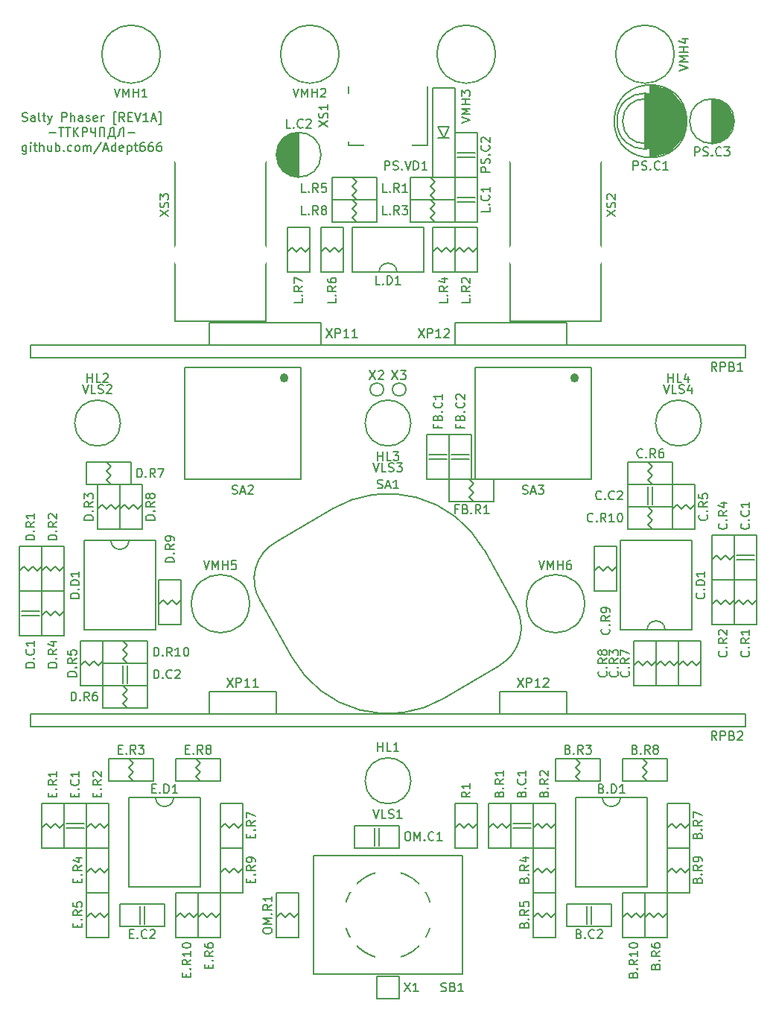
<source format=gbr>
G04 #@! TF.GenerationSoftware,KiCad,Pcbnew,5.1.6-c6e7f7d~87~ubuntu19.10.1*
G04 #@! TF.CreationDate,2021-08-21T16:07:25+06:00*
G04 #@! TF.ProjectId,salty_phaser_r1a,73616c74-795f-4706-9861-7365725f7231,1A*
G04 #@! TF.SameCoordinates,Original*
G04 #@! TF.FileFunction,Legend,Top*
G04 #@! TF.FilePolarity,Positive*
%FSLAX46Y46*%
G04 Gerber Fmt 4.6, Leading zero omitted, Abs format (unit mm)*
G04 Created by KiCad (PCBNEW 5.1.6-c6e7f7d~87~ubuntu19.10.1) date 2021-08-21 16:07:25*
%MOMM*%
%LPD*%
G01*
G04 APERTURE LIST*
%ADD10C,0.200000*%
%ADD11C,0.500000*%
%ADD12R,2.300000X2.300000*%
%ADD13R,5.400000X3.400000*%
%ADD14R,3.400000X5.400000*%
%ADD15C,2.300000*%
%ADD16C,2.600000*%
%ADD17R,2.900000X4.400000*%
%ADD18O,2.900000X4.400000*%
%ADD19O,2.900000X5.400000*%
%ADD20R,2.900000X2.900000*%
%ADD21R,3.400000X3.400000*%
%ADD22R,2.200000X2.000000*%
%ADD23R,2.000000X2.200000*%
%ADD24R,2.600000X1.000000*%
%ADD25C,6.400000*%
G04 APERTURE END LIST*
D10*
X63826428Y-104114761D02*
X63969285Y-104162380D01*
X64207380Y-104162380D01*
X64302619Y-104114761D01*
X64350238Y-104067142D01*
X64397857Y-103971904D01*
X64397857Y-103876666D01*
X64350238Y-103781428D01*
X64302619Y-103733809D01*
X64207380Y-103686190D01*
X64016904Y-103638571D01*
X63921666Y-103590952D01*
X63874047Y-103543333D01*
X63826428Y-103448095D01*
X63826428Y-103352857D01*
X63874047Y-103257619D01*
X63921666Y-103210000D01*
X64016904Y-103162380D01*
X64255000Y-103162380D01*
X64397857Y-103210000D01*
X65255000Y-104162380D02*
X65255000Y-103638571D01*
X65207380Y-103543333D01*
X65112142Y-103495714D01*
X64921666Y-103495714D01*
X64826428Y-103543333D01*
X65255000Y-104114761D02*
X65159761Y-104162380D01*
X64921666Y-104162380D01*
X64826428Y-104114761D01*
X64778809Y-104019523D01*
X64778809Y-103924285D01*
X64826428Y-103829047D01*
X64921666Y-103781428D01*
X65159761Y-103781428D01*
X65255000Y-103733809D01*
X65874047Y-104162380D02*
X65778809Y-104114761D01*
X65731190Y-104019523D01*
X65731190Y-103162380D01*
X66112142Y-103495714D02*
X66493095Y-103495714D01*
X66255000Y-103162380D02*
X66255000Y-104019523D01*
X66302619Y-104114761D01*
X66397857Y-104162380D01*
X66493095Y-104162380D01*
X66731190Y-103495714D02*
X66969285Y-104162380D01*
X67207380Y-103495714D02*
X66969285Y-104162380D01*
X66874047Y-104400476D01*
X66826428Y-104448095D01*
X66731190Y-104495714D01*
X68350238Y-104162380D02*
X68350238Y-103162380D01*
X68731190Y-103162380D01*
X68826428Y-103210000D01*
X68874047Y-103257619D01*
X68921666Y-103352857D01*
X68921666Y-103495714D01*
X68874047Y-103590952D01*
X68826428Y-103638571D01*
X68731190Y-103686190D01*
X68350238Y-103686190D01*
X69350238Y-104162380D02*
X69350238Y-103162380D01*
X69778809Y-104162380D02*
X69778809Y-103638571D01*
X69731190Y-103543333D01*
X69635952Y-103495714D01*
X69493095Y-103495714D01*
X69397857Y-103543333D01*
X69350238Y-103590952D01*
X70683571Y-104162380D02*
X70683571Y-103638571D01*
X70635952Y-103543333D01*
X70540714Y-103495714D01*
X70350238Y-103495714D01*
X70255000Y-103543333D01*
X70683571Y-104114761D02*
X70588333Y-104162380D01*
X70350238Y-104162380D01*
X70255000Y-104114761D01*
X70207380Y-104019523D01*
X70207380Y-103924285D01*
X70255000Y-103829047D01*
X70350238Y-103781428D01*
X70588333Y-103781428D01*
X70683571Y-103733809D01*
X71112142Y-104114761D02*
X71207380Y-104162380D01*
X71397857Y-104162380D01*
X71493095Y-104114761D01*
X71540714Y-104019523D01*
X71540714Y-103971904D01*
X71493095Y-103876666D01*
X71397857Y-103829047D01*
X71255000Y-103829047D01*
X71159761Y-103781428D01*
X71112142Y-103686190D01*
X71112142Y-103638571D01*
X71159761Y-103543333D01*
X71255000Y-103495714D01*
X71397857Y-103495714D01*
X71493095Y-103543333D01*
X72350238Y-104114761D02*
X72255000Y-104162380D01*
X72064523Y-104162380D01*
X71969285Y-104114761D01*
X71921666Y-104019523D01*
X71921666Y-103638571D01*
X71969285Y-103543333D01*
X72064523Y-103495714D01*
X72255000Y-103495714D01*
X72350238Y-103543333D01*
X72397857Y-103638571D01*
X72397857Y-103733809D01*
X71921666Y-103829047D01*
X72826428Y-104162380D02*
X72826428Y-103495714D01*
X72826428Y-103686190D02*
X72874047Y-103590952D01*
X72921666Y-103543333D01*
X73016904Y-103495714D01*
X73112142Y-103495714D01*
X74493095Y-104495714D02*
X74255000Y-104495714D01*
X74255000Y-103067142D01*
X74493095Y-103067142D01*
X75445476Y-104162380D02*
X75112142Y-103686190D01*
X74874047Y-104162380D02*
X74874047Y-103162380D01*
X75255000Y-103162380D01*
X75350238Y-103210000D01*
X75397857Y-103257619D01*
X75445476Y-103352857D01*
X75445476Y-103495714D01*
X75397857Y-103590952D01*
X75350238Y-103638571D01*
X75255000Y-103686190D01*
X74874047Y-103686190D01*
X75874047Y-103638571D02*
X76207380Y-103638571D01*
X76350238Y-104162380D02*
X75874047Y-104162380D01*
X75874047Y-103162380D01*
X76350238Y-103162380D01*
X76635952Y-103162380D02*
X76969285Y-104162380D01*
X77302619Y-103162380D01*
X78159761Y-104162380D02*
X77588333Y-104162380D01*
X77874047Y-104162380D02*
X77874047Y-103162380D01*
X77778809Y-103305238D01*
X77683571Y-103400476D01*
X77588333Y-103448095D01*
X78540714Y-103876666D02*
X79016904Y-103876666D01*
X78445476Y-104162380D02*
X78778809Y-103162380D01*
X79112142Y-104162380D01*
X79350238Y-104495714D02*
X79588333Y-104495714D01*
X79588333Y-103067142D01*
X79350238Y-103067142D01*
X66897857Y-105481428D02*
X67659761Y-105481428D01*
X67993095Y-104862380D02*
X68564523Y-104862380D01*
X68278809Y-105862380D02*
X68278809Y-104862380D01*
X68755000Y-104862380D02*
X69326428Y-104862380D01*
X69040714Y-105862380D02*
X69040714Y-104862380D01*
X69659761Y-105862380D02*
X69659761Y-104862380D01*
X70231190Y-105862380D02*
X69802619Y-105290952D01*
X70231190Y-104862380D02*
X69659761Y-105433809D01*
X70659761Y-105862380D02*
X70659761Y-104862380D01*
X71040714Y-104862380D01*
X71135952Y-104910000D01*
X71183571Y-104957619D01*
X71231190Y-105052857D01*
X71231190Y-105195714D01*
X71183571Y-105290952D01*
X71135952Y-105338571D01*
X71040714Y-105386190D01*
X70659761Y-105386190D01*
X72135952Y-104862380D02*
X72135952Y-105862380D01*
X71612142Y-104862380D02*
X71612142Y-105243333D01*
X71659761Y-105338571D01*
X71707380Y-105386190D01*
X71802619Y-105433809D01*
X72135952Y-105433809D01*
X72612142Y-105862380D02*
X72612142Y-104862380D01*
X73183571Y-104862380D01*
X73183571Y-105862380D01*
X74421666Y-106100476D02*
X74421666Y-105862380D01*
X73564523Y-105862380D01*
X73564523Y-106100476D01*
X74231190Y-105862380D02*
X74231190Y-104862380D01*
X73993095Y-104862380D01*
X73897857Y-104910000D01*
X73850238Y-104957619D01*
X73802619Y-105052857D01*
X73707380Y-105862380D01*
X75374047Y-105862380D02*
X75374047Y-104862380D01*
X75231190Y-104862380D01*
X75088333Y-104910000D01*
X74993095Y-105005238D01*
X74945476Y-105148095D01*
X74850238Y-105719523D01*
X74802619Y-105814761D01*
X74707380Y-105862380D01*
X74659761Y-105862380D01*
X75850238Y-105481428D02*
X76612142Y-105481428D01*
X64302619Y-106895714D02*
X64302619Y-107705238D01*
X64255000Y-107800476D01*
X64207380Y-107848095D01*
X64112142Y-107895714D01*
X63969285Y-107895714D01*
X63874047Y-107848095D01*
X64302619Y-107514761D02*
X64207380Y-107562380D01*
X64016904Y-107562380D01*
X63921666Y-107514761D01*
X63874047Y-107467142D01*
X63826428Y-107371904D01*
X63826428Y-107086190D01*
X63874047Y-106990952D01*
X63921666Y-106943333D01*
X64016904Y-106895714D01*
X64207380Y-106895714D01*
X64302619Y-106943333D01*
X64778809Y-107562380D02*
X64778809Y-106895714D01*
X64778809Y-106562380D02*
X64731190Y-106610000D01*
X64778809Y-106657619D01*
X64826428Y-106610000D01*
X64778809Y-106562380D01*
X64778809Y-106657619D01*
X65112142Y-106895714D02*
X65493095Y-106895714D01*
X65255000Y-106562380D02*
X65255000Y-107419523D01*
X65302619Y-107514761D01*
X65397857Y-107562380D01*
X65493095Y-107562380D01*
X65826428Y-107562380D02*
X65826428Y-106562380D01*
X66255000Y-107562380D02*
X66255000Y-107038571D01*
X66207380Y-106943333D01*
X66112142Y-106895714D01*
X65969285Y-106895714D01*
X65874047Y-106943333D01*
X65826428Y-106990952D01*
X67159761Y-106895714D02*
X67159761Y-107562380D01*
X66731190Y-106895714D02*
X66731190Y-107419523D01*
X66778809Y-107514761D01*
X66874047Y-107562380D01*
X67016904Y-107562380D01*
X67112142Y-107514761D01*
X67159761Y-107467142D01*
X67635952Y-107562380D02*
X67635952Y-106562380D01*
X67635952Y-106943333D02*
X67731190Y-106895714D01*
X67921666Y-106895714D01*
X68016904Y-106943333D01*
X68064523Y-106990952D01*
X68112142Y-107086190D01*
X68112142Y-107371904D01*
X68064523Y-107467142D01*
X68016904Y-107514761D01*
X67921666Y-107562380D01*
X67731190Y-107562380D01*
X67635952Y-107514761D01*
X68540714Y-107467142D02*
X68588333Y-107514761D01*
X68540714Y-107562380D01*
X68493095Y-107514761D01*
X68540714Y-107467142D01*
X68540714Y-107562380D01*
X69445476Y-107514761D02*
X69350238Y-107562380D01*
X69159761Y-107562380D01*
X69064523Y-107514761D01*
X69016904Y-107467142D01*
X68969285Y-107371904D01*
X68969285Y-107086190D01*
X69016904Y-106990952D01*
X69064523Y-106943333D01*
X69159761Y-106895714D01*
X69350238Y-106895714D01*
X69445476Y-106943333D01*
X70016904Y-107562380D02*
X69921666Y-107514761D01*
X69874047Y-107467142D01*
X69826428Y-107371904D01*
X69826428Y-107086190D01*
X69874047Y-106990952D01*
X69921666Y-106943333D01*
X70016904Y-106895714D01*
X70159761Y-106895714D01*
X70255000Y-106943333D01*
X70302619Y-106990952D01*
X70350238Y-107086190D01*
X70350238Y-107371904D01*
X70302619Y-107467142D01*
X70255000Y-107514761D01*
X70159761Y-107562380D01*
X70016904Y-107562380D01*
X70778809Y-107562380D02*
X70778809Y-106895714D01*
X70778809Y-106990952D02*
X70826428Y-106943333D01*
X70921666Y-106895714D01*
X71064523Y-106895714D01*
X71159761Y-106943333D01*
X71207380Y-107038571D01*
X71207380Y-107562380D01*
X71207380Y-107038571D02*
X71255000Y-106943333D01*
X71350238Y-106895714D01*
X71493095Y-106895714D01*
X71588333Y-106943333D01*
X71635952Y-107038571D01*
X71635952Y-107562380D01*
X72826428Y-106514761D02*
X71969285Y-107800476D01*
X73112142Y-107276666D02*
X73588333Y-107276666D01*
X73016904Y-107562380D02*
X73350238Y-106562380D01*
X73683571Y-107562380D01*
X74445476Y-107562380D02*
X74445476Y-106562380D01*
X74445476Y-107514761D02*
X74350238Y-107562380D01*
X74159761Y-107562380D01*
X74064523Y-107514761D01*
X74016904Y-107467142D01*
X73969285Y-107371904D01*
X73969285Y-107086190D01*
X74016904Y-106990952D01*
X74064523Y-106943333D01*
X74159761Y-106895714D01*
X74350238Y-106895714D01*
X74445476Y-106943333D01*
X75302619Y-107514761D02*
X75207380Y-107562380D01*
X75016904Y-107562380D01*
X74921666Y-107514761D01*
X74874047Y-107419523D01*
X74874047Y-107038571D01*
X74921666Y-106943333D01*
X75016904Y-106895714D01*
X75207380Y-106895714D01*
X75302619Y-106943333D01*
X75350238Y-107038571D01*
X75350238Y-107133809D01*
X74874047Y-107229047D01*
X75778809Y-106895714D02*
X75778809Y-107895714D01*
X75778809Y-106943333D02*
X75874047Y-106895714D01*
X76064523Y-106895714D01*
X76159761Y-106943333D01*
X76207380Y-106990952D01*
X76255000Y-107086190D01*
X76255000Y-107371904D01*
X76207380Y-107467142D01*
X76159761Y-107514761D01*
X76064523Y-107562380D01*
X75874047Y-107562380D01*
X75778809Y-107514761D01*
X76540714Y-106895714D02*
X76921666Y-106895714D01*
X76683571Y-106562380D02*
X76683571Y-107419523D01*
X76731190Y-107514761D01*
X76826428Y-107562380D01*
X76921666Y-107562380D01*
X77683571Y-106562380D02*
X77493095Y-106562380D01*
X77397857Y-106610000D01*
X77350238Y-106657619D01*
X77255000Y-106800476D01*
X77207380Y-106990952D01*
X77207380Y-107371904D01*
X77255000Y-107467142D01*
X77302619Y-107514761D01*
X77397857Y-107562380D01*
X77588333Y-107562380D01*
X77683571Y-107514761D01*
X77731190Y-107467142D01*
X77778809Y-107371904D01*
X77778809Y-107133809D01*
X77731190Y-107038571D01*
X77683571Y-106990952D01*
X77588333Y-106943333D01*
X77397857Y-106943333D01*
X77302619Y-106990952D01*
X77255000Y-107038571D01*
X77207380Y-107133809D01*
X78635952Y-106562380D02*
X78445476Y-106562380D01*
X78350238Y-106610000D01*
X78302619Y-106657619D01*
X78207380Y-106800476D01*
X78159761Y-106990952D01*
X78159761Y-107371904D01*
X78207380Y-107467142D01*
X78255000Y-107514761D01*
X78350238Y-107562380D01*
X78540714Y-107562380D01*
X78635952Y-107514761D01*
X78683571Y-107467142D01*
X78731190Y-107371904D01*
X78731190Y-107133809D01*
X78683571Y-107038571D01*
X78635952Y-106990952D01*
X78540714Y-106943333D01*
X78350238Y-106943333D01*
X78255000Y-106990952D01*
X78207380Y-107038571D01*
X78159761Y-107133809D01*
X79588333Y-106562380D02*
X79397857Y-106562380D01*
X79302619Y-106610000D01*
X79255000Y-106657619D01*
X79159761Y-106800476D01*
X79112142Y-106990952D01*
X79112142Y-107371904D01*
X79159761Y-107467142D01*
X79207380Y-107514761D01*
X79302619Y-107562380D01*
X79493095Y-107562380D01*
X79588333Y-107514761D01*
X79635952Y-107467142D01*
X79683571Y-107371904D01*
X79683571Y-107133809D01*
X79635952Y-107038571D01*
X79588333Y-106990952D01*
X79493095Y-106943333D01*
X79302619Y-106943333D01*
X79207380Y-106990952D01*
X79159761Y-107038571D01*
X79112142Y-107133809D01*
X64770000Y-171450000D02*
X64770000Y-172950000D01*
X146050000Y-171450000D02*
X146050000Y-172950000D01*
X85090000Y-168910000D02*
X85090000Y-171450000D01*
X92710000Y-168910000D02*
X92710000Y-171450000D01*
X85090000Y-168910000D02*
X92710000Y-168910000D01*
X118110000Y-168910000D02*
X125730000Y-168910000D01*
X64770000Y-171450000D02*
X146050000Y-171450000D01*
X64770000Y-172950000D02*
X146050000Y-172950000D01*
X118110000Y-168910000D02*
X118110000Y-171450000D01*
X125730000Y-168910000D02*
X125730000Y-171450000D01*
G36*
X134620000Y-100965000D02*
G01*
X136271000Y-101473000D01*
X137541000Y-102997001D01*
X137795000Y-104140000D01*
X137541000Y-105283000D01*
X136271000Y-106807000D01*
X134620000Y-107315000D01*
X134620000Y-100965000D01*
G37*
X134620000Y-100965000D02*
X136271000Y-101473000D01*
X137541000Y-102997001D01*
X137795000Y-104140000D01*
X137541000Y-105283000D01*
X136271000Y-106807000D01*
X134620000Y-107315000D01*
X134620000Y-100965000D01*
X137160000Y-104140000D02*
G75*
G03*
X137160000Y-104140000I-2540000J0D01*
G01*
X139382500Y-104140000D02*
G75*
G03*
X139382500Y-104140000I-4127500J0D01*
G01*
G36*
X135255000Y-100012500D02*
G01*
X137541000Y-100711000D01*
X138938000Y-102362000D01*
X139382500Y-104140000D01*
X138938000Y-105918000D01*
X137541000Y-107569000D01*
X135255000Y-108267500D01*
X135255000Y-100012500D01*
G37*
X135255000Y-100012500D02*
X137541000Y-100711000D01*
X138938000Y-102362000D01*
X139382500Y-104140000D01*
X138938000Y-105918000D01*
X137541000Y-107569000D01*
X135255000Y-108267500D01*
X135255000Y-100012500D01*
X137795000Y-104140000D02*
G75*
G03*
X137795000Y-104140000I-3175000J0D01*
G01*
X144780000Y-104140000D02*
G75*
G03*
X144780000Y-104140000I-2540000J0D01*
G01*
G36*
X142240000Y-101600000D02*
G01*
X143002000Y-101727000D01*
X144145000Y-102489000D01*
X144780000Y-104140000D01*
X144145000Y-105791000D01*
X143002000Y-106553000D01*
X142240000Y-106680000D01*
X142240000Y-101600000D01*
G37*
X142240000Y-101600000D02*
X143002000Y-101727000D01*
X144145000Y-102489000D01*
X144780000Y-104140000D01*
X144145000Y-105791000D01*
X143002000Y-106553000D01*
X142240000Y-106680000D01*
X142240000Y-101600000D01*
X97790000Y-107950000D02*
G75*
G03*
X97790000Y-107950000I-2540000J0D01*
G01*
G36*
X95250000Y-110490000D02*
G01*
X94488000Y-110363000D01*
X93345000Y-109601000D01*
X92710000Y-107950000D01*
X93345000Y-106299000D01*
X94488000Y-105537000D01*
X95250000Y-105410000D01*
X95250000Y-110490000D01*
G37*
X95250000Y-110490000D02*
X94488000Y-110363000D01*
X93345000Y-109601000D01*
X92710000Y-107950000D01*
X93345000Y-106299000D01*
X94488000Y-105537000D01*
X95250000Y-105410000D01*
X95250000Y-110490000D01*
X64770000Y-129540000D02*
X64770000Y-131040000D01*
X146050000Y-129540000D02*
X146050000Y-131040000D01*
X85090000Y-127000000D02*
X85090000Y-129540000D01*
X97790000Y-127000000D02*
X97790000Y-129540000D01*
X85090000Y-127000000D02*
X97790000Y-127000000D01*
X113030000Y-127000000D02*
X125730000Y-127000000D01*
X64770000Y-129540000D02*
X146050000Y-129540000D01*
X64770000Y-131040000D02*
X146050000Y-131040000D01*
X113030000Y-127000000D02*
X113030000Y-129540000D01*
X125730000Y-127000000D02*
X125730000Y-129540000D01*
X107442000Y-134620000D02*
G75*
G03*
X107442000Y-134620000I-762000J0D01*
G01*
X104902000Y-134620000D02*
G75*
G03*
X104902000Y-134620000I-762000J0D01*
G01*
X106680000Y-201295000D02*
X106680000Y-203835000D01*
X104140000Y-201295000D02*
X104140000Y-203835000D01*
X104140000Y-203835000D02*
X106680000Y-203835000D01*
X104140000Y-201295000D02*
X106680000Y-201295000D01*
X100910000Y-106910000D02*
X100910000Y-100210000D01*
X109910000Y-106910000D02*
X109910000Y-100210000D01*
X109910000Y-106910000D02*
X100910000Y-106910000D01*
X91560000Y-126830000D02*
X81160000Y-126830000D01*
X91560000Y-126830000D02*
X91560000Y-107830000D01*
X81160000Y-126830000D02*
X81160000Y-107830000D01*
X129660000Y-126830000D02*
X119260000Y-126830000D01*
X129660000Y-126830000D02*
X129660000Y-107830000D01*
X119260000Y-126830000D02*
X119260000Y-107830000D01*
X112395000Y-106045000D02*
X111125000Y-106045000D01*
X111125000Y-104775000D02*
X111760000Y-106045000D01*
X112395000Y-104775000D02*
X111760000Y-106045000D01*
X112395000Y-104775000D02*
X111125000Y-104775000D01*
X113030000Y-110490000D02*
X110490000Y-110490000D01*
X113030000Y-100330000D02*
X110490000Y-100330000D01*
X110490000Y-100330000D02*
X110490000Y-110490000D01*
X113030000Y-100330000D02*
X113030000Y-110490000D01*
X110410000Y-194310000D02*
G75*
G03*
X110410000Y-194310000I-5000000J0D01*
G01*
X96910000Y-187560000D02*
X113910000Y-187560000D01*
X96910000Y-201060000D02*
X113910000Y-201060000D01*
X96910000Y-187560000D02*
X96910000Y-201060000D01*
X113910000Y-187560000D02*
X113910000Y-201060000D01*
X100468142Y-195070286D02*
G75*
G03*
X105410000Y-199310000I4941858J760286D01*
G01*
X100468142Y-193549714D02*
G75*
G02*
X105410000Y-189310000I4941858J-760286D01*
G01*
D11*
X126870000Y-133305000D02*
G75*
G03*
X126870000Y-133305000I-250000J0D01*
G01*
D10*
X128520000Y-144780000D02*
X115320000Y-144780000D01*
X128520000Y-132080000D02*
X115320000Y-132080000D01*
X115320000Y-132080000D02*
X115320000Y-144780000D01*
X128520000Y-132080000D02*
X128520000Y-144780000D01*
D11*
X93850000Y-133305000D02*
G75*
G03*
X93850000Y-133305000I-250000J0D01*
G01*
D10*
X95500000Y-144780000D02*
X82300000Y-144780000D01*
X95500000Y-132080000D02*
X82300000Y-132080000D01*
X82300000Y-132080000D02*
X82300000Y-144780000D01*
X95500000Y-132080000D02*
X95500000Y-144780000D01*
X118096279Y-165971990D02*
X111770142Y-169710975D01*
X119907635Y-159211918D02*
X116298532Y-152810793D01*
X94521468Y-165089207D02*
X90912365Y-158688082D01*
X99049858Y-148189025D02*
X92723721Y-151928010D01*
X90913810Y-158690399D02*
G75*
G02*
X92723722Y-151928011I4069021J2534351D01*
G01*
X119908945Y-159214245D02*
G75*
G02*
X118096278Y-165971989I-4356724J-2453355D01*
G01*
X99044108Y-148192427D02*
G75*
G02*
X116298531Y-152810794I6365892J-10757573D01*
G01*
X111775892Y-169707573D02*
G75*
G02*
X94521469Y-165089206I-6365892J10757573D01*
G01*
X115570000Y-110490000D02*
X115570000Y-105410000D01*
X113030000Y-110490000D02*
X113030000Y-105410000D01*
X113284000Y-107696000D02*
X115316000Y-107696000D01*
X113284000Y-108204000D02*
X115316000Y-108204000D01*
X113030000Y-105410000D02*
X115570000Y-105410000D01*
X113030000Y-110490000D02*
X115570000Y-110490000D01*
X129921000Y-155194000D02*
X129413000Y-154686000D01*
X129413000Y-154686000D02*
X128905000Y-155194000D01*
X129921000Y-155194000D02*
X130429000Y-154686000D01*
X130429000Y-154686000D02*
X130937000Y-155194000D01*
X130937000Y-155194000D02*
X131445000Y-154686000D01*
X131445000Y-157480000D02*
X131445000Y-152400000D01*
X128905000Y-157480000D02*
X128905000Y-152400000D01*
X128905000Y-152400000D02*
X131445000Y-152400000D01*
X128905000Y-157480000D02*
X131445000Y-157480000D01*
X143764000Y-158496000D02*
X144272000Y-159004000D01*
X144272000Y-159004000D02*
X144780000Y-158496000D01*
X143764000Y-158496000D02*
X143256000Y-159004000D01*
X143256000Y-159004000D02*
X142748000Y-158496000D01*
X142748000Y-158496000D02*
X142240000Y-159004000D01*
X142240000Y-156210000D02*
X142240000Y-161290000D01*
X144780000Y-156210000D02*
X144780000Y-161290000D01*
X144780000Y-161290000D02*
X142240000Y-161290000D01*
X144780000Y-156210000D02*
X142240000Y-156210000D01*
X136906000Y-165989000D02*
X136398000Y-165481000D01*
X136398000Y-165481000D02*
X135890000Y-165989000D01*
X136906000Y-165989000D02*
X137414000Y-165481000D01*
X137414000Y-165481000D02*
X137922000Y-165989000D01*
X137922000Y-165989000D02*
X138430000Y-165481000D01*
X138430000Y-168275000D02*
X138430000Y-163195000D01*
X135890000Y-168275000D02*
X135890000Y-163195000D01*
X135890000Y-163195000D02*
X138430000Y-163195000D01*
X135890000Y-168275000D02*
X138430000Y-168275000D01*
X139319000Y-147701000D02*
X139827000Y-148209000D01*
X139827000Y-148209000D02*
X140335000Y-147701000D01*
X139319000Y-147701000D02*
X138811000Y-148209000D01*
X138811000Y-148209000D02*
X138303000Y-147701000D01*
X138303000Y-147701000D02*
X137795000Y-148209000D01*
X137795000Y-145415000D02*
X137795000Y-150495000D01*
X140335000Y-145415000D02*
X140335000Y-150495000D01*
X140335000Y-150495000D02*
X137795000Y-150495000D01*
X140335000Y-145415000D02*
X137795000Y-145415000D01*
X137795000Y-145415000D02*
X132715000Y-145415000D01*
X137795000Y-147955000D02*
X132715000Y-147955000D01*
X135001000Y-147701000D02*
X135001000Y-145669000D01*
X135509000Y-147701000D02*
X135509000Y-145669000D01*
X132715000Y-147955000D02*
X132715000Y-145415000D01*
X137795000Y-147955000D02*
X137795000Y-145415000D01*
X132715000Y-147955000D02*
X132715000Y-150495000D01*
X137795000Y-147955000D02*
X137795000Y-150495000D01*
X132715000Y-147955000D02*
X137795000Y-147955000D01*
X132715000Y-150495000D02*
X137795000Y-150495000D01*
X135001000Y-149987000D02*
X135509000Y-150495000D01*
X135509000Y-149479000D02*
X135001000Y-149987000D01*
X135001000Y-148971000D02*
X135509000Y-149479000D01*
X135509000Y-148463000D02*
X135001000Y-147955000D01*
X135001000Y-148971000D02*
X135509000Y-148463000D01*
X145796000Y-159004000D02*
X145288000Y-158496000D01*
X145288000Y-158496000D02*
X144780000Y-159004000D01*
X145796000Y-159004000D02*
X146304000Y-158496000D01*
X146304000Y-158496000D02*
X146812000Y-159004000D01*
X146812000Y-159004000D02*
X147320000Y-158496000D01*
X147320000Y-161290000D02*
X147320000Y-156210000D01*
X144780000Y-161290000D02*
X144780000Y-156210000D01*
X144780000Y-156210000D02*
X147320000Y-156210000D01*
X144780000Y-161290000D02*
X147320000Y-161290000D01*
X139954000Y-161925000D02*
X139954000Y-151765000D01*
X131826000Y-151765000D02*
X139954000Y-151765000D01*
X131826000Y-161925000D02*
X131826000Y-151765000D01*
X139954000Y-161925000D02*
X131826000Y-161925000D01*
X136906000Y-161925000D02*
G75*
G03*
X134874000Y-161925000I-1016000J0D01*
G01*
X139954000Y-165481000D02*
X140462000Y-165989000D01*
X140462000Y-165989000D02*
X140970000Y-165481000D01*
X139954000Y-165481000D02*
X139446000Y-165989000D01*
X139446000Y-165989000D02*
X138938000Y-165481000D01*
X138938000Y-165481000D02*
X138430000Y-165989000D01*
X138430000Y-163195000D02*
X138430000Y-168275000D01*
X140970000Y-163195000D02*
X140970000Y-168275000D01*
X140970000Y-168275000D02*
X138430000Y-168275000D01*
X140970000Y-163195000D02*
X138430000Y-163195000D01*
X143256000Y-153924000D02*
X142748000Y-153416000D01*
X142748000Y-153416000D02*
X142240000Y-153924000D01*
X143256000Y-153924000D02*
X143764000Y-153416000D01*
X143764000Y-153416000D02*
X144272000Y-153924000D01*
X144272000Y-153924000D02*
X144780000Y-153416000D01*
X144780000Y-156210000D02*
X144780000Y-151130000D01*
X142240000Y-156210000D02*
X142240000Y-151130000D01*
X142240000Y-151130000D02*
X144780000Y-151130000D01*
X142240000Y-156210000D02*
X144780000Y-156210000D01*
X133350000Y-168275000D02*
X135890000Y-168275000D01*
X133350000Y-163195000D02*
X135890000Y-163195000D01*
X133350000Y-168275000D02*
X133350000Y-163195000D01*
X135890000Y-168275000D02*
X135890000Y-163195000D01*
X135382000Y-165989000D02*
X135890000Y-165481000D01*
X134874000Y-165481000D02*
X135382000Y-165989000D01*
X134366000Y-165989000D02*
X134874000Y-165481000D01*
X133858000Y-165481000D02*
X133350000Y-165989000D01*
X134366000Y-165989000D02*
X133858000Y-165481000D01*
X147320000Y-156210000D02*
X147320000Y-151130000D01*
X144780000Y-156210000D02*
X144780000Y-151130000D01*
X145034000Y-153416000D02*
X147066000Y-153416000D01*
X145034000Y-153924000D02*
X147066000Y-153924000D01*
X144780000Y-151130000D02*
X147320000Y-151130000D01*
X144780000Y-156210000D02*
X147320000Y-156210000D01*
X135509000Y-144399000D02*
X135001000Y-144907000D01*
X135001000Y-144907000D02*
X135509000Y-145415000D01*
X135509000Y-144399000D02*
X135001000Y-143891000D01*
X135001000Y-143891000D02*
X135509000Y-143383000D01*
X135509000Y-143383000D02*
X135001000Y-142875000D01*
X137795000Y-142875000D02*
X132715000Y-142875000D01*
X137795000Y-145415000D02*
X132715000Y-145415000D01*
X132715000Y-145415000D02*
X132715000Y-142875000D01*
X137795000Y-145415000D02*
X137795000Y-142875000D01*
X80899000Y-158496000D02*
X81407000Y-159004000D01*
X81407000Y-159004000D02*
X81915000Y-158496000D01*
X80899000Y-158496000D02*
X80391000Y-159004000D01*
X80391000Y-159004000D02*
X79883000Y-158496000D01*
X79883000Y-158496000D02*
X79375000Y-159004000D01*
X79375000Y-156210000D02*
X79375000Y-161290000D01*
X81915000Y-156210000D02*
X81915000Y-161290000D01*
X81915000Y-161290000D02*
X79375000Y-161290000D01*
X81915000Y-156210000D02*
X79375000Y-156210000D01*
X67056000Y-155194000D02*
X66548000Y-154686000D01*
X66548000Y-154686000D02*
X66040000Y-155194000D01*
X67056000Y-155194000D02*
X67564000Y-154686000D01*
X67564000Y-154686000D02*
X68072000Y-155194000D01*
X68072000Y-155194000D02*
X68580000Y-154686000D01*
X68580000Y-157480000D02*
X68580000Y-152400000D01*
X66040000Y-157480000D02*
X66040000Y-152400000D01*
X66040000Y-152400000D02*
X68580000Y-152400000D01*
X66040000Y-157480000D02*
X68580000Y-157480000D01*
X73914000Y-147701000D02*
X74422000Y-148209000D01*
X74422000Y-148209000D02*
X74930000Y-147701000D01*
X73914000Y-147701000D02*
X73406000Y-148209000D01*
X73406000Y-148209000D02*
X72898000Y-147701000D01*
X72898000Y-147701000D02*
X72390000Y-148209000D01*
X72390000Y-145415000D02*
X72390000Y-150495000D01*
X74930000Y-145415000D02*
X74930000Y-150495000D01*
X74930000Y-150495000D02*
X72390000Y-150495000D01*
X74930000Y-145415000D02*
X72390000Y-145415000D01*
X70485000Y-168275000D02*
X73025000Y-168275000D01*
X70485000Y-163195000D02*
X73025000Y-163195000D01*
X70485000Y-168275000D02*
X70485000Y-163195000D01*
X73025000Y-168275000D02*
X73025000Y-163195000D01*
X72517000Y-165989000D02*
X73025000Y-165481000D01*
X72009000Y-165481000D02*
X72517000Y-165989000D01*
X71501000Y-165989000D02*
X72009000Y-165481000D01*
X70993000Y-165481000D02*
X70485000Y-165989000D01*
X71501000Y-165989000D02*
X70993000Y-165481000D01*
X73025000Y-165735000D02*
X73025000Y-168275000D01*
X78105000Y-165735000D02*
X78105000Y-168275000D01*
X75311000Y-165989000D02*
X75311000Y-168021000D01*
X75819000Y-165989000D02*
X75819000Y-168021000D01*
X73025000Y-165735000D02*
X78105000Y-165735000D01*
X73025000Y-168275000D02*
X78105000Y-168275000D01*
X78105000Y-165735000D02*
X78105000Y-163195000D01*
X73025000Y-165735000D02*
X73025000Y-163195000D01*
X78105000Y-165735000D02*
X73025000Y-165735000D01*
X78105000Y-163195000D02*
X73025000Y-163195000D01*
X75819000Y-163703000D02*
X75311000Y-163195000D01*
X75311000Y-164211000D02*
X75819000Y-163703000D01*
X75819000Y-164719000D02*
X75311000Y-164211000D01*
X75311000Y-165227000D02*
X75819000Y-165735000D01*
X75819000Y-164719000D02*
X75311000Y-165227000D01*
X65024000Y-154686000D02*
X65532000Y-155194000D01*
X65532000Y-155194000D02*
X66040000Y-154686000D01*
X65024000Y-154686000D02*
X64516000Y-155194000D01*
X64516000Y-155194000D02*
X64008000Y-154686000D01*
X64008000Y-154686000D02*
X63500000Y-155194000D01*
X63500000Y-152400000D02*
X63500000Y-157480000D01*
X66040000Y-152400000D02*
X66040000Y-157480000D01*
X66040000Y-157480000D02*
X63500000Y-157480000D01*
X66040000Y-152400000D02*
X63500000Y-152400000D01*
X70866000Y-151765000D02*
X78994000Y-151765000D01*
X78994000Y-151765000D02*
X78994000Y-161925000D01*
X78994000Y-161925000D02*
X70866000Y-161925000D01*
X70866000Y-151765000D02*
X70866000Y-161925000D01*
X73914000Y-151765000D02*
G75*
G03*
X75946000Y-151765000I1016000J0D01*
G01*
X73914000Y-144399000D02*
X73406000Y-144907000D01*
X73406000Y-144907000D02*
X73914000Y-145415000D01*
X73914000Y-144399000D02*
X73406000Y-143891000D01*
X73406000Y-143891000D02*
X73914000Y-143383000D01*
X73914000Y-143383000D02*
X73406000Y-142875000D01*
X76200000Y-142875000D02*
X71120000Y-142875000D01*
X76200000Y-145415000D02*
X71120000Y-145415000D01*
X71120000Y-145415000D02*
X71120000Y-142875000D01*
X76200000Y-145415000D02*
X76200000Y-142875000D01*
X67564000Y-159766000D02*
X68072000Y-160274000D01*
X68072000Y-160274000D02*
X68580000Y-159766000D01*
X67564000Y-159766000D02*
X67056000Y-160274000D01*
X67056000Y-160274000D02*
X66548000Y-159766000D01*
X66548000Y-159766000D02*
X66040000Y-160274000D01*
X66040000Y-157480000D02*
X66040000Y-162560000D01*
X68580000Y-157480000D02*
X68580000Y-162560000D01*
X68580000Y-162560000D02*
X66040000Y-162560000D01*
X68580000Y-157480000D02*
X66040000Y-157480000D01*
X76454000Y-147701000D02*
X76962000Y-148209000D01*
X76962000Y-148209000D02*
X77470000Y-147701000D01*
X76454000Y-147701000D02*
X75946000Y-148209000D01*
X75946000Y-148209000D02*
X75438000Y-147701000D01*
X75438000Y-147701000D02*
X74930000Y-148209000D01*
X74930000Y-145415000D02*
X74930000Y-150495000D01*
X77470000Y-145415000D02*
X77470000Y-150495000D01*
X77470000Y-150495000D02*
X74930000Y-150495000D01*
X77470000Y-145415000D02*
X74930000Y-145415000D01*
X66040000Y-157480000D02*
X63500000Y-157480000D01*
X66040000Y-162560000D02*
X63500000Y-162560000D01*
X65786000Y-159766000D02*
X63754000Y-159766000D01*
X65786000Y-160274000D02*
X63754000Y-160274000D01*
X66040000Y-157480000D02*
X66040000Y-162560000D01*
X63500000Y-157480000D02*
X63500000Y-162560000D01*
X75311000Y-169291000D02*
X75819000Y-168783000D01*
X75819000Y-168783000D02*
X75311000Y-168275000D01*
X75311000Y-169291000D02*
X75819000Y-169799000D01*
X75819000Y-169799000D02*
X75311000Y-170307000D01*
X75311000Y-170307000D02*
X75819000Y-170815000D01*
X73025000Y-170815000D02*
X78105000Y-170815000D01*
X73025000Y-168275000D02*
X78105000Y-168275000D01*
X78105000Y-168275000D02*
X78105000Y-170815000D01*
X73025000Y-168275000D02*
X73025000Y-170815000D01*
X67564000Y-183896000D02*
X68072000Y-184404000D01*
X68072000Y-184404000D02*
X68580000Y-183896000D01*
X67564000Y-183896000D02*
X67056000Y-184404000D01*
X67056000Y-184404000D02*
X66548000Y-183896000D01*
X66548000Y-183896000D02*
X66040000Y-184404000D01*
X66040000Y-181610000D02*
X66040000Y-186690000D01*
X68580000Y-181610000D02*
X68580000Y-186690000D01*
X68580000Y-186690000D02*
X66040000Y-186690000D01*
X68580000Y-181610000D02*
X66040000Y-181610000D01*
X74930000Y-193040000D02*
X74930000Y-195580000D01*
X80010000Y-193040000D02*
X80010000Y-195580000D01*
X77216000Y-193294000D02*
X77216000Y-195326000D01*
X77724000Y-193294000D02*
X77724000Y-195326000D01*
X74930000Y-193040000D02*
X80010000Y-193040000D01*
X74930000Y-195580000D02*
X80010000Y-195580000D01*
X83820000Y-191770000D02*
X81280000Y-191770000D01*
X83820000Y-196850000D02*
X81280000Y-196850000D01*
X83820000Y-191770000D02*
X83820000Y-196850000D01*
X81280000Y-191770000D02*
X81280000Y-196850000D01*
X81788000Y-194056000D02*
X81280000Y-194564000D01*
X82296000Y-194564000D02*
X81788000Y-194056000D01*
X82804000Y-194056000D02*
X82296000Y-194564000D01*
X83312000Y-194564000D02*
X83820000Y-194056000D01*
X82804000Y-194056000D02*
X83312000Y-194564000D01*
X71120000Y-181610000D02*
X68580000Y-181610000D01*
X71120000Y-186690000D02*
X68580000Y-186690000D01*
X70866000Y-183896000D02*
X68834000Y-183896000D01*
X70866000Y-184404000D02*
X68834000Y-184404000D01*
X71120000Y-181610000D02*
X71120000Y-186690000D01*
X68580000Y-181610000D02*
X68580000Y-186690000D01*
X87376000Y-184404000D02*
X86868000Y-183896000D01*
X86868000Y-183896000D02*
X86360000Y-184404000D01*
X87376000Y-184404000D02*
X87884000Y-183896000D01*
X87884000Y-183896000D02*
X88392000Y-184404000D01*
X88392000Y-184404000D02*
X88900000Y-183896000D01*
X88900000Y-186690000D02*
X88900000Y-181610000D01*
X86360000Y-186690000D02*
X86360000Y-181610000D01*
X86360000Y-181610000D02*
X88900000Y-181610000D01*
X86360000Y-186690000D02*
X88900000Y-186690000D01*
X76454000Y-178054000D02*
X75946000Y-178562000D01*
X75946000Y-178562000D02*
X76454000Y-179070000D01*
X76454000Y-178054000D02*
X75946000Y-177546000D01*
X75946000Y-177546000D02*
X76454000Y-177038000D01*
X76454000Y-177038000D02*
X75946000Y-176530000D01*
X78740000Y-176530000D02*
X73660000Y-176530000D01*
X78740000Y-179070000D02*
X73660000Y-179070000D01*
X73660000Y-179070000D02*
X73660000Y-176530000D01*
X78740000Y-179070000D02*
X78740000Y-176530000D01*
X83820000Y-196850000D02*
X86360000Y-196850000D01*
X83820000Y-191770000D02*
X86360000Y-191770000D01*
X83820000Y-196850000D02*
X83820000Y-191770000D01*
X86360000Y-196850000D02*
X86360000Y-191770000D01*
X85852000Y-194564000D02*
X86360000Y-194056000D01*
X85344000Y-194056000D02*
X85852000Y-194564000D01*
X84836000Y-194564000D02*
X85344000Y-194056000D01*
X84328000Y-194056000D02*
X83820000Y-194564000D01*
X84836000Y-194564000D02*
X84328000Y-194056000D01*
X87884000Y-188976000D02*
X88392000Y-189484000D01*
X88392000Y-189484000D02*
X88900000Y-188976000D01*
X87884000Y-188976000D02*
X87376000Y-189484000D01*
X87376000Y-189484000D02*
X86868000Y-188976000D01*
X86868000Y-188976000D02*
X86360000Y-189484000D01*
X86360000Y-186690000D02*
X86360000Y-191770000D01*
X88900000Y-186690000D02*
X88900000Y-191770000D01*
X88900000Y-191770000D02*
X86360000Y-191770000D01*
X88900000Y-186690000D02*
X86360000Y-186690000D01*
X71120000Y-186690000D02*
X73660000Y-186690000D01*
X71120000Y-181610000D02*
X73660000Y-181610000D01*
X71120000Y-186690000D02*
X71120000Y-181610000D01*
X73660000Y-186690000D02*
X73660000Y-181610000D01*
X73152000Y-184404000D02*
X73660000Y-183896000D01*
X72644000Y-183896000D02*
X73152000Y-184404000D01*
X72136000Y-184404000D02*
X72644000Y-183896000D01*
X71628000Y-183896000D02*
X71120000Y-184404000D01*
X72136000Y-184404000D02*
X71628000Y-183896000D01*
X83566000Y-177546000D02*
X84074000Y-177038000D01*
X84074000Y-177038000D02*
X83566000Y-176530000D01*
X83566000Y-177546000D02*
X84074000Y-178054000D01*
X84074000Y-178054000D02*
X83566000Y-178562000D01*
X83566000Y-178562000D02*
X84074000Y-179070000D01*
X81280000Y-179070000D02*
X86360000Y-179070000D01*
X81280000Y-176530000D02*
X86360000Y-176530000D01*
X86360000Y-176530000D02*
X86360000Y-179070000D01*
X81280000Y-176530000D02*
X81280000Y-179070000D01*
X73660000Y-191770000D02*
X71120000Y-191770000D01*
X73660000Y-196850000D02*
X71120000Y-196850000D01*
X73660000Y-191770000D02*
X73660000Y-196850000D01*
X71120000Y-191770000D02*
X71120000Y-196850000D01*
X71628000Y-194056000D02*
X71120000Y-194564000D01*
X72136000Y-194564000D02*
X71628000Y-194056000D01*
X72644000Y-194056000D02*
X72136000Y-194564000D01*
X73152000Y-194564000D02*
X73660000Y-194056000D01*
X72644000Y-194056000D02*
X73152000Y-194564000D01*
X72644000Y-188976000D02*
X73152000Y-189484000D01*
X73152000Y-189484000D02*
X73660000Y-188976000D01*
X72644000Y-188976000D02*
X72136000Y-189484000D01*
X72136000Y-189484000D02*
X71628000Y-188976000D01*
X71628000Y-188976000D02*
X71120000Y-189484000D01*
X71120000Y-186690000D02*
X71120000Y-191770000D01*
X73660000Y-186690000D02*
X73660000Y-191770000D01*
X73660000Y-191770000D02*
X71120000Y-191770000D01*
X73660000Y-186690000D02*
X71120000Y-186690000D01*
X119380000Y-181610000D02*
X116840000Y-181610000D01*
X119380000Y-186690000D02*
X116840000Y-186690000D01*
X119380000Y-181610000D02*
X119380000Y-186690000D01*
X116840000Y-181610000D02*
X116840000Y-186690000D01*
X117348000Y-183896000D02*
X116840000Y-184404000D01*
X117856000Y-184404000D02*
X117348000Y-183896000D01*
X118364000Y-183896000D02*
X117856000Y-184404000D01*
X118872000Y-184404000D02*
X119380000Y-183896000D01*
X118364000Y-183896000D02*
X118872000Y-184404000D01*
X125730000Y-193040000D02*
X125730000Y-195580000D01*
X130810000Y-193040000D02*
X130810000Y-195580000D01*
X128016000Y-193294000D02*
X128016000Y-195326000D01*
X128524000Y-193294000D02*
X128524000Y-195326000D01*
X125730000Y-193040000D02*
X130810000Y-193040000D01*
X125730000Y-195580000D02*
X130810000Y-195580000D01*
X134620000Y-191770000D02*
X132080000Y-191770000D01*
X134620000Y-196850000D02*
X132080000Y-196850000D01*
X134620000Y-191770000D02*
X134620000Y-196850000D01*
X132080000Y-191770000D02*
X132080000Y-196850000D01*
X132588000Y-194056000D02*
X132080000Y-194564000D01*
X133096000Y-194564000D02*
X132588000Y-194056000D01*
X133604000Y-194056000D02*
X133096000Y-194564000D01*
X134112000Y-194564000D02*
X134620000Y-194056000D01*
X133604000Y-194056000D02*
X134112000Y-194564000D01*
X121920000Y-181610000D02*
X119380000Y-181610000D01*
X121920000Y-186690000D02*
X119380000Y-186690000D01*
X121666000Y-183896000D02*
X119634000Y-183896000D01*
X121666000Y-184404000D02*
X119634000Y-184404000D01*
X121920000Y-181610000D02*
X121920000Y-186690000D01*
X119380000Y-181610000D02*
X119380000Y-186690000D01*
X138176000Y-184404000D02*
X137668000Y-183896000D01*
X137668000Y-183896000D02*
X137160000Y-184404000D01*
X138176000Y-184404000D02*
X138684000Y-183896000D01*
X138684000Y-183896000D02*
X139192000Y-184404000D01*
X139192000Y-184404000D02*
X139700000Y-183896000D01*
X139700000Y-186690000D02*
X139700000Y-181610000D01*
X137160000Y-186690000D02*
X137160000Y-181610000D01*
X137160000Y-181610000D02*
X139700000Y-181610000D01*
X137160000Y-186690000D02*
X139700000Y-186690000D01*
X127254000Y-178054000D02*
X126746000Y-178562000D01*
X126746000Y-178562000D02*
X127254000Y-179070000D01*
X127254000Y-178054000D02*
X126746000Y-177546000D01*
X126746000Y-177546000D02*
X127254000Y-177038000D01*
X127254000Y-177038000D02*
X126746000Y-176530000D01*
X129540000Y-176530000D02*
X124460000Y-176530000D01*
X129540000Y-179070000D02*
X124460000Y-179070000D01*
X124460000Y-179070000D02*
X124460000Y-176530000D01*
X129540000Y-179070000D02*
X129540000Y-176530000D01*
X135636000Y-194564000D02*
X135128000Y-194056000D01*
X135128000Y-194056000D02*
X134620000Y-194564000D01*
X135636000Y-194564000D02*
X136144000Y-194056000D01*
X136144000Y-194056000D02*
X136652000Y-194564000D01*
X136652000Y-194564000D02*
X137160000Y-194056000D01*
X137160000Y-196850000D02*
X137160000Y-191770000D01*
X134620000Y-196850000D02*
X134620000Y-191770000D01*
X134620000Y-191770000D02*
X137160000Y-191770000D01*
X134620000Y-196850000D02*
X137160000Y-196850000D01*
X138684000Y-188976000D02*
X139192000Y-189484000D01*
X139192000Y-189484000D02*
X139700000Y-188976000D01*
X138684000Y-188976000D02*
X138176000Y-189484000D01*
X138176000Y-189484000D02*
X137668000Y-188976000D01*
X137668000Y-188976000D02*
X137160000Y-189484000D01*
X137160000Y-186690000D02*
X137160000Y-191770000D01*
X139700000Y-186690000D02*
X139700000Y-191770000D01*
X139700000Y-191770000D02*
X137160000Y-191770000D01*
X139700000Y-186690000D02*
X137160000Y-186690000D01*
X122936000Y-184404000D02*
X122428000Y-183896000D01*
X122428000Y-183896000D02*
X121920000Y-184404000D01*
X122936000Y-184404000D02*
X123444000Y-183896000D01*
X123444000Y-183896000D02*
X123952000Y-184404000D01*
X123952000Y-184404000D02*
X124460000Y-183896000D01*
X124460000Y-186690000D02*
X124460000Y-181610000D01*
X121920000Y-186690000D02*
X121920000Y-181610000D01*
X121920000Y-181610000D02*
X124460000Y-181610000D01*
X121920000Y-186690000D02*
X124460000Y-186690000D01*
X134366000Y-177546000D02*
X134874000Y-177038000D01*
X134874000Y-177038000D02*
X134366000Y-176530000D01*
X134366000Y-177546000D02*
X134874000Y-178054000D01*
X134874000Y-178054000D02*
X134366000Y-178562000D01*
X134366000Y-178562000D02*
X134874000Y-179070000D01*
X132080000Y-179070000D02*
X137160000Y-179070000D01*
X132080000Y-176530000D02*
X137160000Y-176530000D01*
X137160000Y-176530000D02*
X137160000Y-179070000D01*
X132080000Y-176530000D02*
X132080000Y-179070000D01*
X123444000Y-194056000D02*
X123952000Y-194564000D01*
X123952000Y-194564000D02*
X124460000Y-194056000D01*
X123444000Y-194056000D02*
X122936000Y-194564000D01*
X122936000Y-194564000D02*
X122428000Y-194056000D01*
X122428000Y-194056000D02*
X121920000Y-194564000D01*
X121920000Y-191770000D02*
X121920000Y-196850000D01*
X124460000Y-191770000D02*
X124460000Y-196850000D01*
X124460000Y-196850000D02*
X121920000Y-196850000D01*
X124460000Y-191770000D02*
X121920000Y-191770000D01*
X123444000Y-188976000D02*
X123952000Y-189484000D01*
X123952000Y-189484000D02*
X124460000Y-188976000D01*
X123444000Y-188976000D02*
X122936000Y-189484000D01*
X122936000Y-189484000D02*
X122428000Y-188976000D01*
X122428000Y-188976000D02*
X121920000Y-189484000D01*
X121920000Y-186690000D02*
X121920000Y-191770000D01*
X124460000Y-186690000D02*
X124460000Y-191770000D01*
X124460000Y-191770000D02*
X121920000Y-191770000D01*
X124460000Y-186690000D02*
X121920000Y-186690000D01*
X127762000Y-158950000D02*
G75*
G03*
X127762000Y-158950000I-3302000J0D01*
G01*
X89662000Y-158950000D02*
G75*
G03*
X89662000Y-158950000I-3302000J0D01*
G01*
X113030000Y-186690000D02*
X115570000Y-186690000D01*
X113030000Y-181610000D02*
X115570000Y-181610000D01*
X113030000Y-186690000D02*
X113030000Y-181610000D01*
X115570000Y-186690000D02*
X115570000Y-181610000D01*
X115062000Y-184404000D02*
X115570000Y-183896000D01*
X114554000Y-183896000D02*
X115062000Y-184404000D01*
X114046000Y-184404000D02*
X114554000Y-183896000D01*
X113538000Y-183896000D02*
X113030000Y-184404000D01*
X114046000Y-184404000D02*
X113538000Y-183896000D01*
X141030000Y-138430000D02*
G75*
G03*
X141030000Y-138430000I-2600000J0D01*
G01*
X108010000Y-138430000D02*
G75*
G03*
X108010000Y-138430000I-2600000J0D01*
G01*
X74990000Y-138430000D02*
G75*
G03*
X74990000Y-138430000I-2600000J0D01*
G01*
X92710000Y-196850000D02*
X95250000Y-196850000D01*
X92710000Y-191770000D02*
X95250000Y-191770000D01*
X92710000Y-196850000D02*
X92710000Y-191770000D01*
X95250000Y-196850000D02*
X95250000Y-191770000D01*
X94742000Y-194564000D02*
X95250000Y-194056000D01*
X94234000Y-194056000D02*
X94742000Y-194564000D01*
X93726000Y-194564000D02*
X94234000Y-194056000D01*
X93218000Y-194056000D02*
X92710000Y-194564000D01*
X93726000Y-194564000D02*
X93218000Y-194056000D01*
X104140000Y-115570000D02*
X104140000Y-113030000D01*
X99060000Y-115570000D02*
X99060000Y-113030000D01*
X104140000Y-115570000D02*
X99060000Y-115570000D01*
X104140000Y-113030000D02*
X99060000Y-113030000D01*
X101854000Y-113538000D02*
X101346000Y-113030000D01*
X101346000Y-114046000D02*
X101854000Y-113538000D01*
X101854000Y-114554000D02*
X101346000Y-114046000D01*
X101346000Y-115062000D02*
X101854000Y-115570000D01*
X101854000Y-114554000D02*
X101346000Y-115062000D01*
X93980000Y-121285000D02*
X96520000Y-121285000D01*
X93980000Y-116205000D02*
X96520000Y-116205000D01*
X93980000Y-121285000D02*
X93980000Y-116205000D01*
X96520000Y-121285000D02*
X96520000Y-116205000D01*
X96012000Y-118999000D02*
X96520000Y-118491000D01*
X95504000Y-118491000D02*
X96012000Y-118999000D01*
X94996000Y-118999000D02*
X95504000Y-118491000D01*
X94488000Y-118491000D02*
X93980000Y-118999000D01*
X94996000Y-118999000D02*
X94488000Y-118491000D01*
X97790000Y-121285000D02*
X100330000Y-121285000D01*
X97790000Y-116205000D02*
X100330000Y-116205000D01*
X97790000Y-121285000D02*
X97790000Y-116205000D01*
X100330000Y-121285000D02*
X100330000Y-116205000D01*
X99822000Y-118999000D02*
X100330000Y-118491000D01*
X99314000Y-118491000D02*
X99822000Y-118999000D01*
X98806000Y-118999000D02*
X99314000Y-118491000D01*
X98298000Y-118491000D02*
X97790000Y-118999000D01*
X98806000Y-118999000D02*
X98298000Y-118491000D01*
X99060000Y-110490000D02*
X99060000Y-113030000D01*
X104140000Y-110490000D02*
X104140000Y-113030000D01*
X99060000Y-110490000D02*
X104140000Y-110490000D01*
X99060000Y-113030000D02*
X104140000Y-113030000D01*
X101346000Y-112522000D02*
X101854000Y-113030000D01*
X101854000Y-112014000D02*
X101346000Y-112522000D01*
X101346000Y-111506000D02*
X101854000Y-112014000D01*
X101854000Y-110998000D02*
X101346000Y-110490000D01*
X101346000Y-111506000D02*
X101854000Y-110998000D01*
X113030000Y-116205000D02*
X110490000Y-116205000D01*
X113030000Y-121285000D02*
X110490000Y-121285000D01*
X113030000Y-116205000D02*
X113030000Y-121285000D01*
X110490000Y-116205000D02*
X110490000Y-121285000D01*
X110998000Y-118491000D02*
X110490000Y-118999000D01*
X111506000Y-118999000D02*
X110998000Y-118491000D01*
X112014000Y-118491000D02*
X111506000Y-118999000D01*
X112522000Y-118999000D02*
X113030000Y-118491000D01*
X112014000Y-118491000D02*
X112522000Y-118999000D01*
X107950000Y-113030000D02*
X107950000Y-115570000D01*
X113030000Y-113030000D02*
X113030000Y-115570000D01*
X107950000Y-113030000D02*
X113030000Y-113030000D01*
X107950000Y-115570000D02*
X113030000Y-115570000D01*
X110236000Y-115062000D02*
X110744000Y-115570000D01*
X110744000Y-114554000D02*
X110236000Y-115062000D01*
X110236000Y-114046000D02*
X110744000Y-114554000D01*
X110744000Y-113538000D02*
X110236000Y-113030000D01*
X110236000Y-114046000D02*
X110744000Y-113538000D01*
X115570000Y-116205000D02*
X113030000Y-116205000D01*
X115570000Y-121285000D02*
X113030000Y-121285000D01*
X115570000Y-116205000D02*
X115570000Y-121285000D01*
X113030000Y-116205000D02*
X113030000Y-121285000D01*
X113538000Y-118491000D02*
X113030000Y-118999000D01*
X114046000Y-118999000D02*
X113538000Y-118491000D01*
X114554000Y-118491000D02*
X114046000Y-118999000D01*
X115062000Y-118999000D02*
X115570000Y-118491000D01*
X114554000Y-118491000D02*
X115062000Y-118999000D01*
X107950000Y-110490000D02*
X107950000Y-113030000D01*
X113030000Y-110490000D02*
X113030000Y-113030000D01*
X107950000Y-110490000D02*
X113030000Y-110490000D01*
X107950000Y-113030000D02*
X113030000Y-113030000D01*
X110236000Y-112522000D02*
X110744000Y-113030000D01*
X110744000Y-112014000D02*
X110236000Y-112522000D01*
X110236000Y-111506000D02*
X110744000Y-112014000D01*
X110744000Y-110998000D02*
X110236000Y-110490000D01*
X110236000Y-111506000D02*
X110744000Y-110998000D01*
X112395000Y-144780000D02*
X112395000Y-147320000D01*
X117475000Y-144780000D02*
X117475000Y-147320000D01*
X112395000Y-144780000D02*
X117475000Y-144780000D01*
X112395000Y-147320000D02*
X117475000Y-147320000D01*
X114681000Y-146812000D02*
X115189000Y-147320000D01*
X115189000Y-146304000D02*
X114681000Y-146812000D01*
X114681000Y-145796000D02*
X115189000Y-146304000D01*
X115189000Y-145288000D02*
X114681000Y-144780000D01*
X114681000Y-145796000D02*
X115189000Y-145288000D01*
X109474000Y-121285000D02*
X109474000Y-116205000D01*
X101346000Y-116205000D02*
X109474000Y-116205000D01*
X101346000Y-121285000D02*
X101346000Y-116205000D01*
X109474000Y-121285000D02*
X101346000Y-121285000D01*
X106426000Y-121285000D02*
G75*
G03*
X104394000Y-121285000I-1016000J0D01*
G01*
X75946000Y-180975000D02*
X75946000Y-191135000D01*
X84074000Y-191135000D02*
X75946000Y-191135000D01*
X84074000Y-180975000D02*
X84074000Y-191135000D01*
X75946000Y-180975000D02*
X84074000Y-180975000D01*
X78994000Y-180975000D02*
G75*
G03*
X81026000Y-180975000I1016000J0D01*
G01*
X126746000Y-180975000D02*
X126746000Y-191135000D01*
X134874000Y-191135000D02*
X126746000Y-191135000D01*
X134874000Y-180975000D02*
X134874000Y-191135000D01*
X126746000Y-180975000D02*
X134874000Y-180975000D01*
X129794000Y-180975000D02*
G75*
G03*
X131826000Y-180975000I1016000J0D01*
G01*
X106680000Y-186690000D02*
X106680000Y-184150000D01*
X101600000Y-186690000D02*
X101600000Y-184150000D01*
X104394000Y-186436000D02*
X104394000Y-184404000D01*
X103886000Y-186436000D02*
X103886000Y-184404000D01*
X106680000Y-186690000D02*
X101600000Y-186690000D01*
X106680000Y-184150000D02*
X101600000Y-184150000D01*
X115570000Y-110490000D02*
X113030000Y-110490000D01*
X115570000Y-115570000D02*
X113030000Y-115570000D01*
X115316000Y-112776000D02*
X113284000Y-112776000D01*
X115316000Y-113284000D02*
X113284000Y-113284000D01*
X115570000Y-110490000D02*
X115570000Y-115570000D01*
X113030000Y-110490000D02*
X113030000Y-115570000D01*
X114935000Y-139700000D02*
X112395000Y-139700000D01*
X114935000Y-144780000D02*
X112395000Y-144780000D01*
X114681000Y-141986000D02*
X112649000Y-141986000D01*
X114681000Y-142494000D02*
X112649000Y-142494000D01*
X114935000Y-139700000D02*
X114935000Y-144780000D01*
X112395000Y-139700000D02*
X112395000Y-144780000D01*
X109855000Y-144780000D02*
X112395000Y-144780000D01*
X109855000Y-139700000D02*
X112395000Y-139700000D01*
X110109000Y-142494000D02*
X112141000Y-142494000D01*
X110109000Y-141986000D02*
X112141000Y-141986000D01*
X109855000Y-144780000D02*
X109855000Y-139700000D01*
X112395000Y-144780000D02*
X112395000Y-139700000D01*
X108010000Y-179070000D02*
G75*
G03*
X108010000Y-179070000I-2600000J0D01*
G01*
X79502000Y-96520000D02*
G75*
G03*
X79502000Y-96520000I-3302000J0D01*
G01*
X99822000Y-96520000D02*
G75*
G03*
X99822000Y-96520000I-3302000J0D01*
G01*
X117602000Y-96520000D02*
G75*
G03*
X117602000Y-96520000I-3302000J0D01*
G01*
X137922000Y-96520000D02*
G75*
G03*
X137922000Y-96520000I-3302000J0D01*
G01*
X142777142Y-174442380D02*
X142443809Y-173966190D01*
X142205714Y-174442380D02*
X142205714Y-173442380D01*
X142586666Y-173442380D01*
X142681904Y-173490000D01*
X142729523Y-173537619D01*
X142777142Y-173632857D01*
X142777142Y-173775714D01*
X142729523Y-173870952D01*
X142681904Y-173918571D01*
X142586666Y-173966190D01*
X142205714Y-173966190D01*
X143205714Y-174442380D02*
X143205714Y-173442380D01*
X143586666Y-173442380D01*
X143681904Y-173490000D01*
X143729523Y-173537619D01*
X143777142Y-173632857D01*
X143777142Y-173775714D01*
X143729523Y-173870952D01*
X143681904Y-173918571D01*
X143586666Y-173966190D01*
X143205714Y-173966190D01*
X144539047Y-173918571D02*
X144681904Y-173966190D01*
X144729523Y-174013809D01*
X144777142Y-174109047D01*
X144777142Y-174251904D01*
X144729523Y-174347142D01*
X144681904Y-174394761D01*
X144586666Y-174442380D01*
X144205714Y-174442380D01*
X144205714Y-173442380D01*
X144539047Y-173442380D01*
X144634285Y-173490000D01*
X144681904Y-173537619D01*
X144729523Y-173632857D01*
X144729523Y-173728095D01*
X144681904Y-173823333D01*
X144634285Y-173870952D01*
X144539047Y-173918571D01*
X144205714Y-173918571D01*
X145158095Y-173537619D02*
X145205714Y-173490000D01*
X145300952Y-173442380D01*
X145539047Y-173442380D01*
X145634285Y-173490000D01*
X145681904Y-173537619D01*
X145729523Y-173632857D01*
X145729523Y-173728095D01*
X145681904Y-173870952D01*
X145110476Y-174442380D01*
X145729523Y-174442380D01*
X120134285Y-167409880D02*
X120800952Y-168409880D01*
X120800952Y-167409880D02*
X120134285Y-168409880D01*
X121181904Y-168409880D02*
X121181904Y-167409880D01*
X121562857Y-167409880D01*
X121658095Y-167457500D01*
X121705714Y-167505119D01*
X121753333Y-167600357D01*
X121753333Y-167743214D01*
X121705714Y-167838452D01*
X121658095Y-167886071D01*
X121562857Y-167933690D01*
X121181904Y-167933690D01*
X122705714Y-168409880D02*
X122134285Y-168409880D01*
X122420000Y-168409880D02*
X122420000Y-167409880D01*
X122324761Y-167552738D01*
X122229523Y-167647976D01*
X122134285Y-167695595D01*
X123086666Y-167505119D02*
X123134285Y-167457500D01*
X123229523Y-167409880D01*
X123467619Y-167409880D01*
X123562857Y-167457500D01*
X123610476Y-167505119D01*
X123658095Y-167600357D01*
X123658095Y-167695595D01*
X123610476Y-167838452D01*
X123039047Y-168409880D01*
X123658095Y-168409880D01*
X87114285Y-167409880D02*
X87780952Y-168409880D01*
X87780952Y-167409880D02*
X87114285Y-168409880D01*
X88161904Y-168409880D02*
X88161904Y-167409880D01*
X88542857Y-167409880D01*
X88638095Y-167457500D01*
X88685714Y-167505119D01*
X88733333Y-167600357D01*
X88733333Y-167743214D01*
X88685714Y-167838452D01*
X88638095Y-167886071D01*
X88542857Y-167933690D01*
X88161904Y-167933690D01*
X89685714Y-168409880D02*
X89114285Y-168409880D01*
X89400000Y-168409880D02*
X89400000Y-167409880D01*
X89304761Y-167552738D01*
X89209523Y-167647976D01*
X89114285Y-167695595D01*
X90638095Y-168409880D02*
X90066666Y-168409880D01*
X90352380Y-168409880D02*
X90352380Y-167409880D01*
X90257142Y-167552738D01*
X90161904Y-167647976D01*
X90066666Y-167695595D01*
X133302619Y-109672380D02*
X133302619Y-108672380D01*
X133683571Y-108672380D01*
X133778809Y-108720000D01*
X133826428Y-108767619D01*
X133874047Y-108862857D01*
X133874047Y-109005714D01*
X133826428Y-109100952D01*
X133778809Y-109148571D01*
X133683571Y-109196190D01*
X133302619Y-109196190D01*
X134255000Y-109624761D02*
X134397857Y-109672380D01*
X134635952Y-109672380D01*
X134731190Y-109624761D01*
X134778809Y-109577142D01*
X134826428Y-109481904D01*
X134826428Y-109386666D01*
X134778809Y-109291428D01*
X134731190Y-109243809D01*
X134635952Y-109196190D01*
X134445476Y-109148571D01*
X134350238Y-109100952D01*
X134302619Y-109053333D01*
X134255000Y-108958095D01*
X134255000Y-108862857D01*
X134302619Y-108767619D01*
X134350238Y-108720000D01*
X134445476Y-108672380D01*
X134683571Y-108672380D01*
X134826428Y-108720000D01*
X135255000Y-109577142D02*
X135302619Y-109624761D01*
X135255000Y-109672380D01*
X135207380Y-109624761D01*
X135255000Y-109577142D01*
X135255000Y-109672380D01*
X136302619Y-109577142D02*
X136255000Y-109624761D01*
X136112142Y-109672380D01*
X136016904Y-109672380D01*
X135874047Y-109624761D01*
X135778809Y-109529523D01*
X135731190Y-109434285D01*
X135683571Y-109243809D01*
X135683571Y-109100952D01*
X135731190Y-108910476D01*
X135778809Y-108815238D01*
X135874047Y-108720000D01*
X136016904Y-108672380D01*
X136112142Y-108672380D01*
X136255000Y-108720000D01*
X136302619Y-108767619D01*
X137255000Y-109672380D02*
X136683571Y-109672380D01*
X136969285Y-109672380D02*
X136969285Y-108672380D01*
X136874047Y-108815238D01*
X136778809Y-108910476D01*
X136683571Y-108958095D01*
X140287619Y-108084880D02*
X140287619Y-107084880D01*
X140668571Y-107084880D01*
X140763809Y-107132500D01*
X140811428Y-107180119D01*
X140859047Y-107275357D01*
X140859047Y-107418214D01*
X140811428Y-107513452D01*
X140763809Y-107561071D01*
X140668571Y-107608690D01*
X140287619Y-107608690D01*
X141240000Y-108037261D02*
X141382857Y-108084880D01*
X141620952Y-108084880D01*
X141716190Y-108037261D01*
X141763809Y-107989642D01*
X141811428Y-107894404D01*
X141811428Y-107799166D01*
X141763809Y-107703928D01*
X141716190Y-107656309D01*
X141620952Y-107608690D01*
X141430476Y-107561071D01*
X141335238Y-107513452D01*
X141287619Y-107465833D01*
X141240000Y-107370595D01*
X141240000Y-107275357D01*
X141287619Y-107180119D01*
X141335238Y-107132500D01*
X141430476Y-107084880D01*
X141668571Y-107084880D01*
X141811428Y-107132500D01*
X142240000Y-107989642D02*
X142287619Y-108037261D01*
X142240000Y-108084880D01*
X142192380Y-108037261D01*
X142240000Y-107989642D01*
X142240000Y-108084880D01*
X143287619Y-107989642D02*
X143240000Y-108037261D01*
X143097142Y-108084880D01*
X143001904Y-108084880D01*
X142859047Y-108037261D01*
X142763809Y-107942023D01*
X142716190Y-107846785D01*
X142668571Y-107656309D01*
X142668571Y-107513452D01*
X142716190Y-107322976D01*
X142763809Y-107227738D01*
X142859047Y-107132500D01*
X143001904Y-107084880D01*
X143097142Y-107084880D01*
X143240000Y-107132500D01*
X143287619Y-107180119D01*
X143620952Y-107084880D02*
X144240000Y-107084880D01*
X143906666Y-107465833D01*
X144049523Y-107465833D01*
X144144761Y-107513452D01*
X144192380Y-107561071D01*
X144240000Y-107656309D01*
X144240000Y-107894404D01*
X144192380Y-107989642D01*
X144144761Y-108037261D01*
X144049523Y-108084880D01*
X143763809Y-108084880D01*
X143668571Y-108037261D01*
X143620952Y-107989642D01*
X94345238Y-104909880D02*
X93869047Y-104909880D01*
X93869047Y-103909880D01*
X94678571Y-104814642D02*
X94726190Y-104862261D01*
X94678571Y-104909880D01*
X94630952Y-104862261D01*
X94678571Y-104814642D01*
X94678571Y-104909880D01*
X95726190Y-104814642D02*
X95678571Y-104862261D01*
X95535714Y-104909880D01*
X95440476Y-104909880D01*
X95297619Y-104862261D01*
X95202380Y-104767023D01*
X95154761Y-104671785D01*
X95107142Y-104481309D01*
X95107142Y-104338452D01*
X95154761Y-104147976D01*
X95202380Y-104052738D01*
X95297619Y-103957500D01*
X95440476Y-103909880D01*
X95535714Y-103909880D01*
X95678571Y-103957500D01*
X95726190Y-104005119D01*
X96107142Y-104005119D02*
X96154761Y-103957500D01*
X96250000Y-103909880D01*
X96488095Y-103909880D01*
X96583333Y-103957500D01*
X96630952Y-104005119D01*
X96678571Y-104100357D01*
X96678571Y-104195595D01*
X96630952Y-104338452D01*
X96059523Y-104909880D01*
X96678571Y-104909880D01*
X142777142Y-132532380D02*
X142443809Y-132056190D01*
X142205714Y-132532380D02*
X142205714Y-131532380D01*
X142586666Y-131532380D01*
X142681904Y-131580000D01*
X142729523Y-131627619D01*
X142777142Y-131722857D01*
X142777142Y-131865714D01*
X142729523Y-131960952D01*
X142681904Y-132008571D01*
X142586666Y-132056190D01*
X142205714Y-132056190D01*
X143205714Y-132532380D02*
X143205714Y-131532380D01*
X143586666Y-131532380D01*
X143681904Y-131580000D01*
X143729523Y-131627619D01*
X143777142Y-131722857D01*
X143777142Y-131865714D01*
X143729523Y-131960952D01*
X143681904Y-132008571D01*
X143586666Y-132056190D01*
X143205714Y-132056190D01*
X144539047Y-132008571D02*
X144681904Y-132056190D01*
X144729523Y-132103809D01*
X144777142Y-132199047D01*
X144777142Y-132341904D01*
X144729523Y-132437142D01*
X144681904Y-132484761D01*
X144586666Y-132532380D01*
X144205714Y-132532380D01*
X144205714Y-131532380D01*
X144539047Y-131532380D01*
X144634285Y-131580000D01*
X144681904Y-131627619D01*
X144729523Y-131722857D01*
X144729523Y-131818095D01*
X144681904Y-131913333D01*
X144634285Y-131960952D01*
X144539047Y-132008571D01*
X144205714Y-132008571D01*
X145729523Y-132532380D02*
X145158095Y-132532380D01*
X145443809Y-132532380D02*
X145443809Y-131532380D01*
X145348571Y-131675238D01*
X145253333Y-131770476D01*
X145158095Y-131818095D01*
X98380357Y-127722380D02*
X99047023Y-128722380D01*
X99047023Y-127722380D02*
X98380357Y-128722380D01*
X99427976Y-128722380D02*
X99427976Y-127722380D01*
X99808928Y-127722380D01*
X99904166Y-127770000D01*
X99951785Y-127817619D01*
X99999404Y-127912857D01*
X99999404Y-128055714D01*
X99951785Y-128150952D01*
X99904166Y-128198571D01*
X99808928Y-128246190D01*
X99427976Y-128246190D01*
X100951785Y-128722380D02*
X100380357Y-128722380D01*
X100666071Y-128722380D02*
X100666071Y-127722380D01*
X100570833Y-127865238D01*
X100475595Y-127960476D01*
X100380357Y-128008095D01*
X101904166Y-128722380D02*
X101332738Y-128722380D01*
X101618452Y-128722380D02*
X101618452Y-127722380D01*
X101523214Y-127865238D01*
X101427976Y-127960476D01*
X101332738Y-128008095D01*
X108868214Y-127722380D02*
X109534880Y-128722380D01*
X109534880Y-127722380D02*
X108868214Y-128722380D01*
X109915833Y-128722380D02*
X109915833Y-127722380D01*
X110296785Y-127722380D01*
X110392023Y-127770000D01*
X110439642Y-127817619D01*
X110487261Y-127912857D01*
X110487261Y-128055714D01*
X110439642Y-128150952D01*
X110392023Y-128198571D01*
X110296785Y-128246190D01*
X109915833Y-128246190D01*
X111439642Y-128722380D02*
X110868214Y-128722380D01*
X111153928Y-128722380D02*
X111153928Y-127722380D01*
X111058690Y-127865238D01*
X110963452Y-127960476D01*
X110868214Y-128008095D01*
X111820595Y-127817619D02*
X111868214Y-127770000D01*
X111963452Y-127722380D01*
X112201547Y-127722380D01*
X112296785Y-127770000D01*
X112344404Y-127817619D01*
X112392023Y-127912857D01*
X112392023Y-128008095D01*
X112344404Y-128150952D01*
X111772976Y-128722380D01*
X112392023Y-128722380D01*
X105870476Y-132484880D02*
X106537142Y-133484880D01*
X106537142Y-132484880D02*
X105870476Y-133484880D01*
X106822857Y-132484880D02*
X107441904Y-132484880D01*
X107108571Y-132865833D01*
X107251428Y-132865833D01*
X107346666Y-132913452D01*
X107394285Y-132961071D01*
X107441904Y-133056309D01*
X107441904Y-133294404D01*
X107394285Y-133389642D01*
X107346666Y-133437261D01*
X107251428Y-133484880D01*
X106965714Y-133484880D01*
X106870476Y-133437261D01*
X106822857Y-133389642D01*
X103330476Y-132484880D02*
X103997142Y-133484880D01*
X103997142Y-132484880D02*
X103330476Y-133484880D01*
X104330476Y-132580119D02*
X104378095Y-132532500D01*
X104473333Y-132484880D01*
X104711428Y-132484880D01*
X104806666Y-132532500D01*
X104854285Y-132580119D01*
X104901904Y-132675357D01*
X104901904Y-132770595D01*
X104854285Y-132913452D01*
X104282857Y-133484880D01*
X104901904Y-133484880D01*
X107270357Y-202017380D02*
X107937023Y-203017380D01*
X107937023Y-202017380D02*
X107270357Y-203017380D01*
X108841785Y-203017380D02*
X108270357Y-203017380D01*
X108556071Y-203017380D02*
X108556071Y-202017380D01*
X108460833Y-202160238D01*
X108365595Y-202255476D01*
X108270357Y-202303095D01*
X97559880Y-104790714D02*
X98559880Y-104124047D01*
X97559880Y-104124047D02*
X98559880Y-104790714D01*
X98512261Y-103790714D02*
X98559880Y-103647857D01*
X98559880Y-103409761D01*
X98512261Y-103314523D01*
X98464642Y-103266904D01*
X98369404Y-103219285D01*
X98274166Y-103219285D01*
X98178928Y-103266904D01*
X98131309Y-103314523D01*
X98083690Y-103409761D01*
X98036071Y-103600238D01*
X97988452Y-103695476D01*
X97940833Y-103743095D01*
X97845595Y-103790714D01*
X97750357Y-103790714D01*
X97655119Y-103743095D01*
X97607500Y-103695476D01*
X97559880Y-103600238D01*
X97559880Y-103362142D01*
X97607500Y-103219285D01*
X98559880Y-102266904D02*
X98559880Y-102838333D01*
X98559880Y-102552619D02*
X97559880Y-102552619D01*
X97702738Y-102647857D01*
X97797976Y-102743095D01*
X97845595Y-102838333D01*
X137263333Y-133802380D02*
X137263333Y-132802380D01*
X137263333Y-133278571D02*
X137834761Y-133278571D01*
X137834761Y-133802380D02*
X137834761Y-132802380D01*
X138787142Y-133802380D02*
X138310952Y-133802380D01*
X138310952Y-132802380D01*
X139549047Y-133135714D02*
X139549047Y-133802380D01*
X139310952Y-132754761D02*
X139072857Y-133469047D01*
X139691904Y-133469047D01*
X104243333Y-142692380D02*
X104243333Y-141692380D01*
X104243333Y-142168571D02*
X104814761Y-142168571D01*
X104814761Y-142692380D02*
X104814761Y-141692380D01*
X105767142Y-142692380D02*
X105290952Y-142692380D01*
X105290952Y-141692380D01*
X106005238Y-141692380D02*
X106624285Y-141692380D01*
X106290952Y-142073333D01*
X106433809Y-142073333D01*
X106529047Y-142120952D01*
X106576666Y-142168571D01*
X106624285Y-142263809D01*
X106624285Y-142501904D01*
X106576666Y-142597142D01*
X106529047Y-142644761D01*
X106433809Y-142692380D01*
X106148095Y-142692380D01*
X106052857Y-142644761D01*
X106005238Y-142597142D01*
X71223333Y-133802380D02*
X71223333Y-132802380D01*
X71223333Y-133278571D02*
X71794761Y-133278571D01*
X71794761Y-133802380D02*
X71794761Y-132802380D01*
X72747142Y-133802380D02*
X72270952Y-133802380D01*
X72270952Y-132802380D01*
X73032857Y-132897619D02*
X73080476Y-132850000D01*
X73175714Y-132802380D01*
X73413809Y-132802380D01*
X73509047Y-132850000D01*
X73556666Y-132897619D01*
X73604285Y-132992857D01*
X73604285Y-133088095D01*
X73556666Y-133230952D01*
X72985238Y-133802380D01*
X73604285Y-133802380D01*
X104243333Y-175712380D02*
X104243333Y-174712380D01*
X104243333Y-175188571D02*
X104814761Y-175188571D01*
X104814761Y-175712380D02*
X104814761Y-174712380D01*
X105767142Y-175712380D02*
X105290952Y-175712380D01*
X105290952Y-174712380D01*
X106624285Y-175712380D02*
X106052857Y-175712380D01*
X106338571Y-175712380D02*
X106338571Y-174712380D01*
X106243333Y-174855238D01*
X106148095Y-174950476D01*
X106052857Y-174998095D01*
X79462380Y-114950714D02*
X80462380Y-114284047D01*
X79462380Y-114284047D02*
X80462380Y-114950714D01*
X80414761Y-113950714D02*
X80462380Y-113807857D01*
X80462380Y-113569761D01*
X80414761Y-113474523D01*
X80367142Y-113426904D01*
X80271904Y-113379285D01*
X80176666Y-113379285D01*
X80081428Y-113426904D01*
X80033809Y-113474523D01*
X79986190Y-113569761D01*
X79938571Y-113760238D01*
X79890952Y-113855476D01*
X79843333Y-113903095D01*
X79748095Y-113950714D01*
X79652857Y-113950714D01*
X79557619Y-113903095D01*
X79510000Y-113855476D01*
X79462380Y-113760238D01*
X79462380Y-113522142D01*
X79510000Y-113379285D01*
X79462380Y-113045952D02*
X79462380Y-112426904D01*
X79843333Y-112760238D01*
X79843333Y-112617380D01*
X79890952Y-112522142D01*
X79938571Y-112474523D01*
X80033809Y-112426904D01*
X80271904Y-112426904D01*
X80367142Y-112474523D01*
X80414761Y-112522142D01*
X80462380Y-112617380D01*
X80462380Y-112903095D01*
X80414761Y-112998333D01*
X80367142Y-113045952D01*
X130262380Y-114950714D02*
X131262380Y-114284047D01*
X130262380Y-114284047D02*
X131262380Y-114950714D01*
X131214761Y-113950714D02*
X131262380Y-113807857D01*
X131262380Y-113569761D01*
X131214761Y-113474523D01*
X131167142Y-113426904D01*
X131071904Y-113379285D01*
X130976666Y-113379285D01*
X130881428Y-113426904D01*
X130833809Y-113474523D01*
X130786190Y-113569761D01*
X130738571Y-113760238D01*
X130690952Y-113855476D01*
X130643333Y-113903095D01*
X130548095Y-113950714D01*
X130452857Y-113950714D01*
X130357619Y-113903095D01*
X130310000Y-113855476D01*
X130262380Y-113760238D01*
X130262380Y-113522142D01*
X130310000Y-113379285D01*
X130357619Y-112998333D02*
X130310000Y-112950714D01*
X130262380Y-112855476D01*
X130262380Y-112617380D01*
X130310000Y-112522142D01*
X130357619Y-112474523D01*
X130452857Y-112426904D01*
X130548095Y-112426904D01*
X130690952Y-112474523D01*
X131262380Y-113045952D01*
X131262380Y-112426904D01*
X105042500Y-109672380D02*
X105042500Y-108672380D01*
X105423452Y-108672380D01*
X105518690Y-108720000D01*
X105566309Y-108767619D01*
X105613928Y-108862857D01*
X105613928Y-109005714D01*
X105566309Y-109100952D01*
X105518690Y-109148571D01*
X105423452Y-109196190D01*
X105042500Y-109196190D01*
X105994880Y-109624761D02*
X106137738Y-109672380D01*
X106375833Y-109672380D01*
X106471071Y-109624761D01*
X106518690Y-109577142D01*
X106566309Y-109481904D01*
X106566309Y-109386666D01*
X106518690Y-109291428D01*
X106471071Y-109243809D01*
X106375833Y-109196190D01*
X106185357Y-109148571D01*
X106090119Y-109100952D01*
X106042500Y-109053333D01*
X105994880Y-108958095D01*
X105994880Y-108862857D01*
X106042500Y-108767619D01*
X106090119Y-108720000D01*
X106185357Y-108672380D01*
X106423452Y-108672380D01*
X106566309Y-108720000D01*
X106994880Y-109577142D02*
X107042500Y-109624761D01*
X106994880Y-109672380D01*
X106947261Y-109624761D01*
X106994880Y-109577142D01*
X106994880Y-109672380D01*
X107328214Y-108672380D02*
X107661547Y-109672380D01*
X107994880Y-108672380D01*
X108328214Y-109672380D02*
X108328214Y-108672380D01*
X108566309Y-108672380D01*
X108709166Y-108720000D01*
X108804404Y-108815238D01*
X108852023Y-108910476D01*
X108899642Y-109100952D01*
X108899642Y-109243809D01*
X108852023Y-109434285D01*
X108804404Y-109529523D01*
X108709166Y-109624761D01*
X108566309Y-109672380D01*
X108328214Y-109672380D01*
X109852023Y-109672380D02*
X109280595Y-109672380D01*
X109566309Y-109672380D02*
X109566309Y-108672380D01*
X109471071Y-108815238D01*
X109375833Y-108910476D01*
X109280595Y-108958095D01*
X111455714Y-202969761D02*
X111598571Y-203017380D01*
X111836666Y-203017380D01*
X111931904Y-202969761D01*
X111979523Y-202922142D01*
X112027142Y-202826904D01*
X112027142Y-202731666D01*
X111979523Y-202636428D01*
X111931904Y-202588809D01*
X111836666Y-202541190D01*
X111646190Y-202493571D01*
X111550952Y-202445952D01*
X111503333Y-202398333D01*
X111455714Y-202303095D01*
X111455714Y-202207857D01*
X111503333Y-202112619D01*
X111550952Y-202065000D01*
X111646190Y-202017380D01*
X111884285Y-202017380D01*
X112027142Y-202065000D01*
X112789047Y-202493571D02*
X112931904Y-202541190D01*
X112979523Y-202588809D01*
X113027142Y-202684047D01*
X113027142Y-202826904D01*
X112979523Y-202922142D01*
X112931904Y-202969761D01*
X112836666Y-203017380D01*
X112455714Y-203017380D01*
X112455714Y-202017380D01*
X112789047Y-202017380D01*
X112884285Y-202065000D01*
X112931904Y-202112619D01*
X112979523Y-202207857D01*
X112979523Y-202303095D01*
X112931904Y-202398333D01*
X112884285Y-202445952D01*
X112789047Y-202493571D01*
X112455714Y-202493571D01*
X113979523Y-203017380D02*
X113408095Y-203017380D01*
X113693809Y-203017380D02*
X113693809Y-202017380D01*
X113598571Y-202160238D01*
X113503333Y-202255476D01*
X113408095Y-202303095D01*
X120729523Y-146454761D02*
X120872380Y-146502380D01*
X121110476Y-146502380D01*
X121205714Y-146454761D01*
X121253333Y-146407142D01*
X121300952Y-146311904D01*
X121300952Y-146216666D01*
X121253333Y-146121428D01*
X121205714Y-146073809D01*
X121110476Y-146026190D01*
X120920000Y-145978571D01*
X120824761Y-145930952D01*
X120777142Y-145883333D01*
X120729523Y-145788095D01*
X120729523Y-145692857D01*
X120777142Y-145597619D01*
X120824761Y-145550000D01*
X120920000Y-145502380D01*
X121158095Y-145502380D01*
X121300952Y-145550000D01*
X121681904Y-146216666D02*
X122158095Y-146216666D01*
X121586666Y-146502380D02*
X121920000Y-145502380D01*
X122253333Y-146502380D01*
X122491428Y-145502380D02*
X123110476Y-145502380D01*
X122777142Y-145883333D01*
X122920000Y-145883333D01*
X123015238Y-145930952D01*
X123062857Y-145978571D01*
X123110476Y-146073809D01*
X123110476Y-146311904D01*
X123062857Y-146407142D01*
X123015238Y-146454761D01*
X122920000Y-146502380D01*
X122634285Y-146502380D01*
X122539047Y-146454761D01*
X122491428Y-146407142D01*
X87709523Y-146454761D02*
X87852380Y-146502380D01*
X88090476Y-146502380D01*
X88185714Y-146454761D01*
X88233333Y-146407142D01*
X88280952Y-146311904D01*
X88280952Y-146216666D01*
X88233333Y-146121428D01*
X88185714Y-146073809D01*
X88090476Y-146026190D01*
X87900000Y-145978571D01*
X87804761Y-145930952D01*
X87757142Y-145883333D01*
X87709523Y-145788095D01*
X87709523Y-145692857D01*
X87757142Y-145597619D01*
X87804761Y-145550000D01*
X87900000Y-145502380D01*
X88138095Y-145502380D01*
X88280952Y-145550000D01*
X88661904Y-146216666D02*
X89138095Y-146216666D01*
X88566666Y-146502380D02*
X88900000Y-145502380D01*
X89233333Y-146502380D01*
X89519047Y-145597619D02*
X89566666Y-145550000D01*
X89661904Y-145502380D01*
X89900000Y-145502380D01*
X89995238Y-145550000D01*
X90042857Y-145597619D01*
X90090476Y-145692857D01*
X90090476Y-145788095D01*
X90042857Y-145930952D01*
X89471428Y-146502380D01*
X90090476Y-146502380D01*
X104219523Y-145819761D02*
X104362380Y-145867380D01*
X104600476Y-145867380D01*
X104695714Y-145819761D01*
X104743333Y-145772142D01*
X104790952Y-145676904D01*
X104790952Y-145581666D01*
X104743333Y-145486428D01*
X104695714Y-145438809D01*
X104600476Y-145391190D01*
X104410000Y-145343571D01*
X104314761Y-145295952D01*
X104267142Y-145248333D01*
X104219523Y-145153095D01*
X104219523Y-145057857D01*
X104267142Y-144962619D01*
X104314761Y-144915000D01*
X104410000Y-144867380D01*
X104648095Y-144867380D01*
X104790952Y-144915000D01*
X105171904Y-145581666D02*
X105648095Y-145581666D01*
X105076666Y-145867380D02*
X105410000Y-144867380D01*
X105743333Y-145867380D01*
X106600476Y-145867380D02*
X106029047Y-145867380D01*
X106314761Y-145867380D02*
X106314761Y-144867380D01*
X106219523Y-145010238D01*
X106124285Y-145105476D01*
X106029047Y-145153095D01*
X116974880Y-109902380D02*
X115974880Y-109902380D01*
X115974880Y-109521428D01*
X116022500Y-109426190D01*
X116070119Y-109378571D01*
X116165357Y-109330952D01*
X116308214Y-109330952D01*
X116403452Y-109378571D01*
X116451071Y-109426190D01*
X116498690Y-109521428D01*
X116498690Y-109902380D01*
X116927261Y-108950000D02*
X116974880Y-108807142D01*
X116974880Y-108569047D01*
X116927261Y-108473809D01*
X116879642Y-108426190D01*
X116784404Y-108378571D01*
X116689166Y-108378571D01*
X116593928Y-108426190D01*
X116546309Y-108473809D01*
X116498690Y-108569047D01*
X116451071Y-108759523D01*
X116403452Y-108854761D01*
X116355833Y-108902380D01*
X116260595Y-108950000D01*
X116165357Y-108950000D01*
X116070119Y-108902380D01*
X116022500Y-108854761D01*
X115974880Y-108759523D01*
X115974880Y-108521428D01*
X116022500Y-108378571D01*
X116879642Y-107950000D02*
X116927261Y-107902380D01*
X116974880Y-107950000D01*
X116927261Y-107997619D01*
X116879642Y-107950000D01*
X116974880Y-107950000D01*
X116879642Y-106902380D02*
X116927261Y-106950000D01*
X116974880Y-107092857D01*
X116974880Y-107188095D01*
X116927261Y-107330952D01*
X116832023Y-107426190D01*
X116736785Y-107473809D01*
X116546309Y-107521428D01*
X116403452Y-107521428D01*
X116212976Y-107473809D01*
X116117738Y-107426190D01*
X116022500Y-107330952D01*
X115974880Y-107188095D01*
X115974880Y-107092857D01*
X116022500Y-106950000D01*
X116070119Y-106902380D01*
X116070119Y-106521428D02*
X116022500Y-106473809D01*
X115974880Y-106378571D01*
X115974880Y-106140476D01*
X116022500Y-106045238D01*
X116070119Y-105997619D01*
X116165357Y-105950000D01*
X116260595Y-105950000D01*
X116403452Y-105997619D01*
X116974880Y-106569047D01*
X116974880Y-105950000D01*
X130532142Y-161816547D02*
X130579761Y-161864166D01*
X130627380Y-162007023D01*
X130627380Y-162102261D01*
X130579761Y-162245119D01*
X130484523Y-162340357D01*
X130389285Y-162387976D01*
X130198809Y-162435595D01*
X130055952Y-162435595D01*
X129865476Y-162387976D01*
X129770238Y-162340357D01*
X129675000Y-162245119D01*
X129627380Y-162102261D01*
X129627380Y-162007023D01*
X129675000Y-161864166D01*
X129722619Y-161816547D01*
X130532142Y-161387976D02*
X130579761Y-161340357D01*
X130627380Y-161387976D01*
X130579761Y-161435595D01*
X130532142Y-161387976D01*
X130627380Y-161387976D01*
X130627380Y-160340357D02*
X130151190Y-160673690D01*
X130627380Y-160911785D02*
X129627380Y-160911785D01*
X129627380Y-160530833D01*
X129675000Y-160435595D01*
X129722619Y-160387976D01*
X129817857Y-160340357D01*
X129960714Y-160340357D01*
X130055952Y-160387976D01*
X130103571Y-160435595D01*
X130151190Y-160530833D01*
X130151190Y-160911785D01*
X130627380Y-159864166D02*
X130627380Y-159673690D01*
X130579761Y-159578452D01*
X130532142Y-159530833D01*
X130389285Y-159435595D01*
X130198809Y-159387976D01*
X129817857Y-159387976D01*
X129722619Y-159435595D01*
X129675000Y-159483214D01*
X129627380Y-159578452D01*
X129627380Y-159768928D01*
X129675000Y-159864166D01*
X129722619Y-159911785D01*
X129817857Y-159959404D01*
X130055952Y-159959404D01*
X130151190Y-159911785D01*
X130198809Y-159864166D01*
X130246428Y-159768928D01*
X130246428Y-159578452D01*
X130198809Y-159483214D01*
X130151190Y-159435595D01*
X130055952Y-159387976D01*
X143867142Y-164356547D02*
X143914761Y-164404166D01*
X143962380Y-164547023D01*
X143962380Y-164642261D01*
X143914761Y-164785119D01*
X143819523Y-164880357D01*
X143724285Y-164927976D01*
X143533809Y-164975595D01*
X143390952Y-164975595D01*
X143200476Y-164927976D01*
X143105238Y-164880357D01*
X143010000Y-164785119D01*
X142962380Y-164642261D01*
X142962380Y-164547023D01*
X143010000Y-164404166D01*
X143057619Y-164356547D01*
X143867142Y-163927976D02*
X143914761Y-163880357D01*
X143962380Y-163927976D01*
X143914761Y-163975595D01*
X143867142Y-163927976D01*
X143962380Y-163927976D01*
X143962380Y-162880357D02*
X143486190Y-163213690D01*
X143962380Y-163451785D02*
X142962380Y-163451785D01*
X142962380Y-163070833D01*
X143010000Y-162975595D01*
X143057619Y-162927976D01*
X143152857Y-162880357D01*
X143295714Y-162880357D01*
X143390952Y-162927976D01*
X143438571Y-162975595D01*
X143486190Y-163070833D01*
X143486190Y-163451785D01*
X143057619Y-162499404D02*
X143010000Y-162451785D01*
X142962380Y-162356547D01*
X142962380Y-162118452D01*
X143010000Y-162023214D01*
X143057619Y-161975595D01*
X143152857Y-161927976D01*
X143248095Y-161927976D01*
X143390952Y-161975595D01*
X143962380Y-162547023D01*
X143962380Y-161927976D01*
X131484642Y-166639761D02*
X131532261Y-166687380D01*
X131579880Y-166830238D01*
X131579880Y-166925476D01*
X131532261Y-167068333D01*
X131437023Y-167163571D01*
X131341785Y-167211190D01*
X131151309Y-167258809D01*
X131008452Y-167258809D01*
X130817976Y-167211190D01*
X130722738Y-167163571D01*
X130627500Y-167068333D01*
X130579880Y-166925476D01*
X130579880Y-166830238D01*
X130627500Y-166687380D01*
X130675119Y-166639761D01*
X131484642Y-166211190D02*
X131532261Y-166163571D01*
X131579880Y-166211190D01*
X131532261Y-166258809D01*
X131484642Y-166211190D01*
X131579880Y-166211190D01*
X131579880Y-165163571D02*
X131103690Y-165496904D01*
X131579880Y-165735000D02*
X130579880Y-165735000D01*
X130579880Y-165354047D01*
X130627500Y-165258809D01*
X130675119Y-165211190D01*
X130770357Y-165163571D01*
X130913214Y-165163571D01*
X131008452Y-165211190D01*
X131056071Y-165258809D01*
X131103690Y-165354047D01*
X131103690Y-165735000D01*
X130579880Y-164830238D02*
X130579880Y-164211190D01*
X130960833Y-164544523D01*
X130960833Y-164401666D01*
X131008452Y-164306428D01*
X131056071Y-164258809D01*
X131151309Y-164211190D01*
X131389404Y-164211190D01*
X131484642Y-164258809D01*
X131532261Y-164306428D01*
X131579880Y-164401666D01*
X131579880Y-164687380D01*
X131532261Y-164782619D01*
X131484642Y-164830238D01*
X141644642Y-148859761D02*
X141692261Y-148907380D01*
X141739880Y-149050238D01*
X141739880Y-149145476D01*
X141692261Y-149288333D01*
X141597023Y-149383571D01*
X141501785Y-149431190D01*
X141311309Y-149478809D01*
X141168452Y-149478809D01*
X140977976Y-149431190D01*
X140882738Y-149383571D01*
X140787500Y-149288333D01*
X140739880Y-149145476D01*
X140739880Y-149050238D01*
X140787500Y-148907380D01*
X140835119Y-148859761D01*
X141644642Y-148431190D02*
X141692261Y-148383571D01*
X141739880Y-148431190D01*
X141692261Y-148478809D01*
X141644642Y-148431190D01*
X141739880Y-148431190D01*
X141739880Y-147383571D02*
X141263690Y-147716904D01*
X141739880Y-147955000D02*
X140739880Y-147955000D01*
X140739880Y-147574047D01*
X140787500Y-147478809D01*
X140835119Y-147431190D01*
X140930357Y-147383571D01*
X141073214Y-147383571D01*
X141168452Y-147431190D01*
X141216071Y-147478809D01*
X141263690Y-147574047D01*
X141263690Y-147955000D01*
X140739880Y-146478809D02*
X140739880Y-146955000D01*
X141216071Y-147002619D01*
X141168452Y-146955000D01*
X141120833Y-146859761D01*
X141120833Y-146621666D01*
X141168452Y-146526428D01*
X141216071Y-146478809D01*
X141311309Y-146431190D01*
X141549404Y-146431190D01*
X141644642Y-146478809D01*
X141692261Y-146526428D01*
X141739880Y-146621666D01*
X141739880Y-146859761D01*
X141692261Y-146955000D01*
X141644642Y-147002619D01*
X129648452Y-147042142D02*
X129600833Y-147089761D01*
X129457976Y-147137380D01*
X129362738Y-147137380D01*
X129219880Y-147089761D01*
X129124642Y-146994523D01*
X129077023Y-146899285D01*
X129029404Y-146708809D01*
X129029404Y-146565952D01*
X129077023Y-146375476D01*
X129124642Y-146280238D01*
X129219880Y-146185000D01*
X129362738Y-146137380D01*
X129457976Y-146137380D01*
X129600833Y-146185000D01*
X129648452Y-146232619D01*
X130077023Y-147042142D02*
X130124642Y-147089761D01*
X130077023Y-147137380D01*
X130029404Y-147089761D01*
X130077023Y-147042142D01*
X130077023Y-147137380D01*
X131124642Y-147042142D02*
X131077023Y-147089761D01*
X130934166Y-147137380D01*
X130838928Y-147137380D01*
X130696071Y-147089761D01*
X130600833Y-146994523D01*
X130553214Y-146899285D01*
X130505595Y-146708809D01*
X130505595Y-146565952D01*
X130553214Y-146375476D01*
X130600833Y-146280238D01*
X130696071Y-146185000D01*
X130838928Y-146137380D01*
X130934166Y-146137380D01*
X131077023Y-146185000D01*
X131124642Y-146232619D01*
X131505595Y-146232619D02*
X131553214Y-146185000D01*
X131648452Y-146137380D01*
X131886547Y-146137380D01*
X131981785Y-146185000D01*
X132029404Y-146232619D01*
X132077023Y-146327857D01*
X132077023Y-146423095D01*
X132029404Y-146565952D01*
X131457976Y-147137380D01*
X132077023Y-147137380D01*
X128696071Y-149582142D02*
X128648452Y-149629761D01*
X128505595Y-149677380D01*
X128410357Y-149677380D01*
X128267500Y-149629761D01*
X128172261Y-149534523D01*
X128124642Y-149439285D01*
X128077023Y-149248809D01*
X128077023Y-149105952D01*
X128124642Y-148915476D01*
X128172261Y-148820238D01*
X128267500Y-148725000D01*
X128410357Y-148677380D01*
X128505595Y-148677380D01*
X128648452Y-148725000D01*
X128696071Y-148772619D01*
X129124642Y-149582142D02*
X129172261Y-149629761D01*
X129124642Y-149677380D01*
X129077023Y-149629761D01*
X129124642Y-149582142D01*
X129124642Y-149677380D01*
X130172261Y-149677380D02*
X129838928Y-149201190D01*
X129600833Y-149677380D02*
X129600833Y-148677380D01*
X129981785Y-148677380D01*
X130077023Y-148725000D01*
X130124642Y-148772619D01*
X130172261Y-148867857D01*
X130172261Y-149010714D01*
X130124642Y-149105952D01*
X130077023Y-149153571D01*
X129981785Y-149201190D01*
X129600833Y-149201190D01*
X131124642Y-149677380D02*
X130553214Y-149677380D01*
X130838928Y-149677380D02*
X130838928Y-148677380D01*
X130743690Y-148820238D01*
X130648452Y-148915476D01*
X130553214Y-148963095D01*
X131743690Y-148677380D02*
X131838928Y-148677380D01*
X131934166Y-148725000D01*
X131981785Y-148772619D01*
X132029404Y-148867857D01*
X132077023Y-149058333D01*
X132077023Y-149296428D01*
X132029404Y-149486904D01*
X131981785Y-149582142D01*
X131934166Y-149629761D01*
X131838928Y-149677380D01*
X131743690Y-149677380D01*
X131648452Y-149629761D01*
X131600833Y-149582142D01*
X131553214Y-149486904D01*
X131505595Y-149296428D01*
X131505595Y-149058333D01*
X131553214Y-148867857D01*
X131600833Y-148772619D01*
X131648452Y-148725000D01*
X131743690Y-148677380D01*
X146407142Y-164356547D02*
X146454761Y-164404166D01*
X146502380Y-164547023D01*
X146502380Y-164642261D01*
X146454761Y-164785119D01*
X146359523Y-164880357D01*
X146264285Y-164927976D01*
X146073809Y-164975595D01*
X145930952Y-164975595D01*
X145740476Y-164927976D01*
X145645238Y-164880357D01*
X145550000Y-164785119D01*
X145502380Y-164642261D01*
X145502380Y-164547023D01*
X145550000Y-164404166D01*
X145597619Y-164356547D01*
X146407142Y-163927976D02*
X146454761Y-163880357D01*
X146502380Y-163927976D01*
X146454761Y-163975595D01*
X146407142Y-163927976D01*
X146502380Y-163927976D01*
X146502380Y-162880357D02*
X146026190Y-163213690D01*
X146502380Y-163451785D02*
X145502380Y-163451785D01*
X145502380Y-163070833D01*
X145550000Y-162975595D01*
X145597619Y-162927976D01*
X145692857Y-162880357D01*
X145835714Y-162880357D01*
X145930952Y-162927976D01*
X145978571Y-162975595D01*
X146026190Y-163070833D01*
X146026190Y-163451785D01*
X146502380Y-161927976D02*
X146502380Y-162499404D01*
X146502380Y-162213690D02*
X145502380Y-162213690D01*
X145645238Y-162308928D01*
X145740476Y-162404166D01*
X145788095Y-162499404D01*
X141327142Y-157749761D02*
X141374761Y-157797380D01*
X141422380Y-157940238D01*
X141422380Y-158035476D01*
X141374761Y-158178333D01*
X141279523Y-158273571D01*
X141184285Y-158321190D01*
X140993809Y-158368809D01*
X140850952Y-158368809D01*
X140660476Y-158321190D01*
X140565238Y-158273571D01*
X140470000Y-158178333D01*
X140422380Y-158035476D01*
X140422380Y-157940238D01*
X140470000Y-157797380D01*
X140517619Y-157749761D01*
X141327142Y-157321190D02*
X141374761Y-157273571D01*
X141422380Y-157321190D01*
X141374761Y-157368809D01*
X141327142Y-157321190D01*
X141422380Y-157321190D01*
X141422380Y-156845000D02*
X140422380Y-156845000D01*
X140422380Y-156606904D01*
X140470000Y-156464047D01*
X140565238Y-156368809D01*
X140660476Y-156321190D01*
X140850952Y-156273571D01*
X140993809Y-156273571D01*
X141184285Y-156321190D01*
X141279523Y-156368809D01*
X141374761Y-156464047D01*
X141422380Y-156606904D01*
X141422380Y-156845000D01*
X141422380Y-155321190D02*
X141422380Y-155892619D01*
X141422380Y-155606904D02*
X140422380Y-155606904D01*
X140565238Y-155702142D01*
X140660476Y-155797380D01*
X140708095Y-155892619D01*
X132754642Y-166639761D02*
X132802261Y-166687380D01*
X132849880Y-166830238D01*
X132849880Y-166925476D01*
X132802261Y-167068333D01*
X132707023Y-167163571D01*
X132611785Y-167211190D01*
X132421309Y-167258809D01*
X132278452Y-167258809D01*
X132087976Y-167211190D01*
X131992738Y-167163571D01*
X131897500Y-167068333D01*
X131849880Y-166925476D01*
X131849880Y-166830238D01*
X131897500Y-166687380D01*
X131945119Y-166639761D01*
X132754642Y-166211190D02*
X132802261Y-166163571D01*
X132849880Y-166211190D01*
X132802261Y-166258809D01*
X132754642Y-166211190D01*
X132849880Y-166211190D01*
X132849880Y-165163571D02*
X132373690Y-165496904D01*
X132849880Y-165735000D02*
X131849880Y-165735000D01*
X131849880Y-165354047D01*
X131897500Y-165258809D01*
X131945119Y-165211190D01*
X132040357Y-165163571D01*
X132183214Y-165163571D01*
X132278452Y-165211190D01*
X132326071Y-165258809D01*
X132373690Y-165354047D01*
X132373690Y-165735000D01*
X131849880Y-164830238D02*
X131849880Y-164163571D01*
X132849880Y-164592142D01*
X143867142Y-149872976D02*
X143914761Y-149920595D01*
X143962380Y-150063452D01*
X143962380Y-150158690D01*
X143914761Y-150301547D01*
X143819523Y-150396785D01*
X143724285Y-150444404D01*
X143533809Y-150492023D01*
X143390952Y-150492023D01*
X143200476Y-150444404D01*
X143105238Y-150396785D01*
X143010000Y-150301547D01*
X142962380Y-150158690D01*
X142962380Y-150063452D01*
X143010000Y-149920595D01*
X143057619Y-149872976D01*
X143867142Y-149444404D02*
X143914761Y-149396785D01*
X143962380Y-149444404D01*
X143914761Y-149492023D01*
X143867142Y-149444404D01*
X143962380Y-149444404D01*
X143962380Y-148396785D02*
X143486190Y-148730119D01*
X143962380Y-148968214D02*
X142962380Y-148968214D01*
X142962380Y-148587261D01*
X143010000Y-148492023D01*
X143057619Y-148444404D01*
X143152857Y-148396785D01*
X143295714Y-148396785D01*
X143390952Y-148444404D01*
X143438571Y-148492023D01*
X143486190Y-148587261D01*
X143486190Y-148968214D01*
X143295714Y-147539642D02*
X143962380Y-147539642D01*
X142914761Y-147777738D02*
X143629047Y-148015833D01*
X143629047Y-147396785D01*
X130214642Y-166639761D02*
X130262261Y-166687380D01*
X130309880Y-166830238D01*
X130309880Y-166925476D01*
X130262261Y-167068333D01*
X130167023Y-167163571D01*
X130071785Y-167211190D01*
X129881309Y-167258809D01*
X129738452Y-167258809D01*
X129547976Y-167211190D01*
X129452738Y-167163571D01*
X129357500Y-167068333D01*
X129309880Y-166925476D01*
X129309880Y-166830238D01*
X129357500Y-166687380D01*
X129405119Y-166639761D01*
X130214642Y-166211190D02*
X130262261Y-166163571D01*
X130309880Y-166211190D01*
X130262261Y-166258809D01*
X130214642Y-166211190D01*
X130309880Y-166211190D01*
X130309880Y-165163571D02*
X129833690Y-165496904D01*
X130309880Y-165735000D02*
X129309880Y-165735000D01*
X129309880Y-165354047D01*
X129357500Y-165258809D01*
X129405119Y-165211190D01*
X129500357Y-165163571D01*
X129643214Y-165163571D01*
X129738452Y-165211190D01*
X129786071Y-165258809D01*
X129833690Y-165354047D01*
X129833690Y-165735000D01*
X129738452Y-164592142D02*
X129690833Y-164687380D01*
X129643214Y-164735000D01*
X129547976Y-164782619D01*
X129500357Y-164782619D01*
X129405119Y-164735000D01*
X129357500Y-164687380D01*
X129309880Y-164592142D01*
X129309880Y-164401666D01*
X129357500Y-164306428D01*
X129405119Y-164258809D01*
X129500357Y-164211190D01*
X129547976Y-164211190D01*
X129643214Y-164258809D01*
X129690833Y-164306428D01*
X129738452Y-164401666D01*
X129738452Y-164592142D01*
X129786071Y-164687380D01*
X129833690Y-164735000D01*
X129928928Y-164782619D01*
X130119404Y-164782619D01*
X130214642Y-164735000D01*
X130262261Y-164687380D01*
X130309880Y-164592142D01*
X130309880Y-164401666D01*
X130262261Y-164306428D01*
X130214642Y-164258809D01*
X130119404Y-164211190D01*
X129928928Y-164211190D01*
X129833690Y-164258809D01*
X129786071Y-164306428D01*
X129738452Y-164401666D01*
X146407142Y-149872976D02*
X146454761Y-149920595D01*
X146502380Y-150063452D01*
X146502380Y-150158690D01*
X146454761Y-150301547D01*
X146359523Y-150396785D01*
X146264285Y-150444404D01*
X146073809Y-150492023D01*
X145930952Y-150492023D01*
X145740476Y-150444404D01*
X145645238Y-150396785D01*
X145550000Y-150301547D01*
X145502380Y-150158690D01*
X145502380Y-150063452D01*
X145550000Y-149920595D01*
X145597619Y-149872976D01*
X146407142Y-149444404D02*
X146454761Y-149396785D01*
X146502380Y-149444404D01*
X146454761Y-149492023D01*
X146407142Y-149444404D01*
X146502380Y-149444404D01*
X146407142Y-148396785D02*
X146454761Y-148444404D01*
X146502380Y-148587261D01*
X146502380Y-148682500D01*
X146454761Y-148825357D01*
X146359523Y-148920595D01*
X146264285Y-148968214D01*
X146073809Y-149015833D01*
X145930952Y-149015833D01*
X145740476Y-148968214D01*
X145645238Y-148920595D01*
X145550000Y-148825357D01*
X145502380Y-148682500D01*
X145502380Y-148587261D01*
X145550000Y-148444404D01*
X145597619Y-148396785D01*
X146502380Y-147444404D02*
X146502380Y-148015833D01*
X146502380Y-147730119D02*
X145502380Y-147730119D01*
X145645238Y-147825357D01*
X145740476Y-147920595D01*
X145788095Y-148015833D01*
X134350238Y-142279642D02*
X134302619Y-142327261D01*
X134159761Y-142374880D01*
X134064523Y-142374880D01*
X133921666Y-142327261D01*
X133826428Y-142232023D01*
X133778809Y-142136785D01*
X133731190Y-141946309D01*
X133731190Y-141803452D01*
X133778809Y-141612976D01*
X133826428Y-141517738D01*
X133921666Y-141422500D01*
X134064523Y-141374880D01*
X134159761Y-141374880D01*
X134302619Y-141422500D01*
X134350238Y-141470119D01*
X134778809Y-142279642D02*
X134826428Y-142327261D01*
X134778809Y-142374880D01*
X134731190Y-142327261D01*
X134778809Y-142279642D01*
X134778809Y-142374880D01*
X135826428Y-142374880D02*
X135493095Y-141898690D01*
X135255000Y-142374880D02*
X135255000Y-141374880D01*
X135635952Y-141374880D01*
X135731190Y-141422500D01*
X135778809Y-141470119D01*
X135826428Y-141565357D01*
X135826428Y-141708214D01*
X135778809Y-141803452D01*
X135731190Y-141851071D01*
X135635952Y-141898690D01*
X135255000Y-141898690D01*
X136683571Y-141374880D02*
X136493095Y-141374880D01*
X136397857Y-141422500D01*
X136350238Y-141470119D01*
X136255000Y-141612976D01*
X136207380Y-141803452D01*
X136207380Y-142184404D01*
X136255000Y-142279642D01*
X136302619Y-142327261D01*
X136397857Y-142374880D01*
X136588333Y-142374880D01*
X136683571Y-142327261D01*
X136731190Y-142279642D01*
X136778809Y-142184404D01*
X136778809Y-141946309D01*
X136731190Y-141851071D01*
X136683571Y-141803452D01*
X136588333Y-141755833D01*
X136397857Y-141755833D01*
X136302619Y-141803452D01*
X136255000Y-141851071D01*
X136207380Y-141946309D01*
X81097380Y-154254404D02*
X80097380Y-154254404D01*
X80097380Y-154016309D01*
X80145000Y-153873452D01*
X80240238Y-153778214D01*
X80335476Y-153730595D01*
X80525952Y-153682976D01*
X80668809Y-153682976D01*
X80859285Y-153730595D01*
X80954523Y-153778214D01*
X81049761Y-153873452D01*
X81097380Y-154016309D01*
X81097380Y-154254404D01*
X81002142Y-153254404D02*
X81049761Y-153206785D01*
X81097380Y-153254404D01*
X81049761Y-153302023D01*
X81002142Y-153254404D01*
X81097380Y-153254404D01*
X81097380Y-152206785D02*
X80621190Y-152540119D01*
X81097380Y-152778214D02*
X80097380Y-152778214D01*
X80097380Y-152397261D01*
X80145000Y-152302023D01*
X80192619Y-152254404D01*
X80287857Y-152206785D01*
X80430714Y-152206785D01*
X80525952Y-152254404D01*
X80573571Y-152302023D01*
X80621190Y-152397261D01*
X80621190Y-152778214D01*
X81097380Y-151730595D02*
X81097380Y-151540119D01*
X81049761Y-151444880D01*
X81002142Y-151397261D01*
X80859285Y-151302023D01*
X80668809Y-151254404D01*
X80287857Y-151254404D01*
X80192619Y-151302023D01*
X80145000Y-151349642D01*
X80097380Y-151444880D01*
X80097380Y-151635357D01*
X80145000Y-151730595D01*
X80192619Y-151778214D01*
X80287857Y-151825833D01*
X80525952Y-151825833D01*
X80621190Y-151778214D01*
X80668809Y-151730595D01*
X80716428Y-151635357D01*
X80716428Y-151444880D01*
X80668809Y-151349642D01*
X80621190Y-151302023D01*
X80525952Y-151254404D01*
X67762380Y-151714404D02*
X66762380Y-151714404D01*
X66762380Y-151476309D01*
X66810000Y-151333452D01*
X66905238Y-151238214D01*
X67000476Y-151190595D01*
X67190952Y-151142976D01*
X67333809Y-151142976D01*
X67524285Y-151190595D01*
X67619523Y-151238214D01*
X67714761Y-151333452D01*
X67762380Y-151476309D01*
X67762380Y-151714404D01*
X67667142Y-150714404D02*
X67714761Y-150666785D01*
X67762380Y-150714404D01*
X67714761Y-150762023D01*
X67667142Y-150714404D01*
X67762380Y-150714404D01*
X67762380Y-149666785D02*
X67286190Y-150000119D01*
X67762380Y-150238214D02*
X66762380Y-150238214D01*
X66762380Y-149857261D01*
X66810000Y-149762023D01*
X66857619Y-149714404D01*
X66952857Y-149666785D01*
X67095714Y-149666785D01*
X67190952Y-149714404D01*
X67238571Y-149762023D01*
X67286190Y-149857261D01*
X67286190Y-150238214D01*
X66857619Y-149285833D02*
X66810000Y-149238214D01*
X66762380Y-149142976D01*
X66762380Y-148904880D01*
X66810000Y-148809642D01*
X66857619Y-148762023D01*
X66952857Y-148714404D01*
X67048095Y-148714404D01*
X67190952Y-148762023D01*
X67762380Y-149333452D01*
X67762380Y-148714404D01*
X71889880Y-149431190D02*
X70889880Y-149431190D01*
X70889880Y-149193095D01*
X70937500Y-149050238D01*
X71032738Y-148955000D01*
X71127976Y-148907380D01*
X71318452Y-148859761D01*
X71461309Y-148859761D01*
X71651785Y-148907380D01*
X71747023Y-148955000D01*
X71842261Y-149050238D01*
X71889880Y-149193095D01*
X71889880Y-149431190D01*
X71794642Y-148431190D02*
X71842261Y-148383571D01*
X71889880Y-148431190D01*
X71842261Y-148478809D01*
X71794642Y-148431190D01*
X71889880Y-148431190D01*
X71889880Y-147383571D02*
X71413690Y-147716904D01*
X71889880Y-147955000D02*
X70889880Y-147955000D01*
X70889880Y-147574047D01*
X70937500Y-147478809D01*
X70985119Y-147431190D01*
X71080357Y-147383571D01*
X71223214Y-147383571D01*
X71318452Y-147431190D01*
X71366071Y-147478809D01*
X71413690Y-147574047D01*
X71413690Y-147955000D01*
X70889880Y-147050238D02*
X70889880Y-146431190D01*
X71270833Y-146764523D01*
X71270833Y-146621666D01*
X71318452Y-146526428D01*
X71366071Y-146478809D01*
X71461309Y-146431190D01*
X71699404Y-146431190D01*
X71794642Y-146478809D01*
X71842261Y-146526428D01*
X71889880Y-146621666D01*
X71889880Y-146907380D01*
X71842261Y-147002619D01*
X71794642Y-147050238D01*
X69984880Y-167211190D02*
X68984880Y-167211190D01*
X68984880Y-166973095D01*
X69032500Y-166830238D01*
X69127738Y-166735000D01*
X69222976Y-166687380D01*
X69413452Y-166639761D01*
X69556309Y-166639761D01*
X69746785Y-166687380D01*
X69842023Y-166735000D01*
X69937261Y-166830238D01*
X69984880Y-166973095D01*
X69984880Y-167211190D01*
X69889642Y-166211190D02*
X69937261Y-166163571D01*
X69984880Y-166211190D01*
X69937261Y-166258809D01*
X69889642Y-166211190D01*
X69984880Y-166211190D01*
X69984880Y-165163571D02*
X69508690Y-165496904D01*
X69984880Y-165735000D02*
X68984880Y-165735000D01*
X68984880Y-165354047D01*
X69032500Y-165258809D01*
X69080119Y-165211190D01*
X69175357Y-165163571D01*
X69318214Y-165163571D01*
X69413452Y-165211190D01*
X69461071Y-165258809D01*
X69508690Y-165354047D01*
X69508690Y-165735000D01*
X68984880Y-164258809D02*
X68984880Y-164735000D01*
X69461071Y-164782619D01*
X69413452Y-164735000D01*
X69365833Y-164639761D01*
X69365833Y-164401666D01*
X69413452Y-164306428D01*
X69461071Y-164258809D01*
X69556309Y-164211190D01*
X69794404Y-164211190D01*
X69889642Y-164258809D01*
X69937261Y-164306428D01*
X69984880Y-164401666D01*
X69984880Y-164639761D01*
X69937261Y-164735000D01*
X69889642Y-164782619D01*
X78790595Y-167457380D02*
X78790595Y-166457380D01*
X79028690Y-166457380D01*
X79171547Y-166505000D01*
X79266785Y-166600238D01*
X79314404Y-166695476D01*
X79362023Y-166885952D01*
X79362023Y-167028809D01*
X79314404Y-167219285D01*
X79266785Y-167314523D01*
X79171547Y-167409761D01*
X79028690Y-167457380D01*
X78790595Y-167457380D01*
X79790595Y-167362142D02*
X79838214Y-167409761D01*
X79790595Y-167457380D01*
X79742976Y-167409761D01*
X79790595Y-167362142D01*
X79790595Y-167457380D01*
X80838214Y-167362142D02*
X80790595Y-167409761D01*
X80647738Y-167457380D01*
X80552500Y-167457380D01*
X80409642Y-167409761D01*
X80314404Y-167314523D01*
X80266785Y-167219285D01*
X80219166Y-167028809D01*
X80219166Y-166885952D01*
X80266785Y-166695476D01*
X80314404Y-166600238D01*
X80409642Y-166505000D01*
X80552500Y-166457380D01*
X80647738Y-166457380D01*
X80790595Y-166505000D01*
X80838214Y-166552619D01*
X81219166Y-166552619D02*
X81266785Y-166505000D01*
X81362023Y-166457380D01*
X81600119Y-166457380D01*
X81695357Y-166505000D01*
X81742976Y-166552619D01*
X81790595Y-166647857D01*
X81790595Y-166743095D01*
X81742976Y-166885952D01*
X81171547Y-167457380D01*
X81790595Y-167457380D01*
X78790595Y-164917380D02*
X78790595Y-163917380D01*
X79028690Y-163917380D01*
X79171547Y-163965000D01*
X79266785Y-164060238D01*
X79314404Y-164155476D01*
X79362023Y-164345952D01*
X79362023Y-164488809D01*
X79314404Y-164679285D01*
X79266785Y-164774523D01*
X79171547Y-164869761D01*
X79028690Y-164917380D01*
X78790595Y-164917380D01*
X79790595Y-164822142D02*
X79838214Y-164869761D01*
X79790595Y-164917380D01*
X79742976Y-164869761D01*
X79790595Y-164822142D01*
X79790595Y-164917380D01*
X80838214Y-164917380D02*
X80504880Y-164441190D01*
X80266785Y-164917380D02*
X80266785Y-163917380D01*
X80647738Y-163917380D01*
X80742976Y-163965000D01*
X80790595Y-164012619D01*
X80838214Y-164107857D01*
X80838214Y-164250714D01*
X80790595Y-164345952D01*
X80742976Y-164393571D01*
X80647738Y-164441190D01*
X80266785Y-164441190D01*
X81790595Y-164917380D02*
X81219166Y-164917380D01*
X81504880Y-164917380D02*
X81504880Y-163917380D01*
X81409642Y-164060238D01*
X81314404Y-164155476D01*
X81219166Y-164203095D01*
X82409642Y-163917380D02*
X82504880Y-163917380D01*
X82600119Y-163965000D01*
X82647738Y-164012619D01*
X82695357Y-164107857D01*
X82742976Y-164298333D01*
X82742976Y-164536428D01*
X82695357Y-164726904D01*
X82647738Y-164822142D01*
X82600119Y-164869761D01*
X82504880Y-164917380D01*
X82409642Y-164917380D01*
X82314404Y-164869761D01*
X82266785Y-164822142D01*
X82219166Y-164726904D01*
X82171547Y-164536428D01*
X82171547Y-164298333D01*
X82219166Y-164107857D01*
X82266785Y-164012619D01*
X82314404Y-163965000D01*
X82409642Y-163917380D01*
X65222380Y-151714404D02*
X64222380Y-151714404D01*
X64222380Y-151476309D01*
X64270000Y-151333452D01*
X64365238Y-151238214D01*
X64460476Y-151190595D01*
X64650952Y-151142976D01*
X64793809Y-151142976D01*
X64984285Y-151190595D01*
X65079523Y-151238214D01*
X65174761Y-151333452D01*
X65222380Y-151476309D01*
X65222380Y-151714404D01*
X65127142Y-150714404D02*
X65174761Y-150666785D01*
X65222380Y-150714404D01*
X65174761Y-150762023D01*
X65127142Y-150714404D01*
X65222380Y-150714404D01*
X65222380Y-149666785D02*
X64746190Y-150000119D01*
X65222380Y-150238214D02*
X64222380Y-150238214D01*
X64222380Y-149857261D01*
X64270000Y-149762023D01*
X64317619Y-149714404D01*
X64412857Y-149666785D01*
X64555714Y-149666785D01*
X64650952Y-149714404D01*
X64698571Y-149762023D01*
X64746190Y-149857261D01*
X64746190Y-150238214D01*
X65222380Y-148714404D02*
X65222380Y-149285833D01*
X65222380Y-149000119D02*
X64222380Y-149000119D01*
X64365238Y-149095357D01*
X64460476Y-149190595D01*
X64508095Y-149285833D01*
X70302380Y-158321190D02*
X69302380Y-158321190D01*
X69302380Y-158083095D01*
X69350000Y-157940238D01*
X69445238Y-157845000D01*
X69540476Y-157797380D01*
X69730952Y-157749761D01*
X69873809Y-157749761D01*
X70064285Y-157797380D01*
X70159523Y-157845000D01*
X70254761Y-157940238D01*
X70302380Y-158083095D01*
X70302380Y-158321190D01*
X70207142Y-157321190D02*
X70254761Y-157273571D01*
X70302380Y-157321190D01*
X70254761Y-157368809D01*
X70207142Y-157321190D01*
X70302380Y-157321190D01*
X70302380Y-156845000D02*
X69302380Y-156845000D01*
X69302380Y-156606904D01*
X69350000Y-156464047D01*
X69445238Y-156368809D01*
X69540476Y-156321190D01*
X69730952Y-156273571D01*
X69873809Y-156273571D01*
X70064285Y-156321190D01*
X70159523Y-156368809D01*
X70254761Y-156464047D01*
X70302380Y-156606904D01*
X70302380Y-156845000D01*
X70302380Y-155321190D02*
X70302380Y-155892619D01*
X70302380Y-155606904D02*
X69302380Y-155606904D01*
X69445238Y-155702142D01*
X69540476Y-155797380D01*
X69588095Y-155892619D01*
X76885595Y-144597380D02*
X76885595Y-143597380D01*
X77123690Y-143597380D01*
X77266547Y-143645000D01*
X77361785Y-143740238D01*
X77409404Y-143835476D01*
X77457023Y-144025952D01*
X77457023Y-144168809D01*
X77409404Y-144359285D01*
X77361785Y-144454523D01*
X77266547Y-144549761D01*
X77123690Y-144597380D01*
X76885595Y-144597380D01*
X77885595Y-144502142D02*
X77933214Y-144549761D01*
X77885595Y-144597380D01*
X77837976Y-144549761D01*
X77885595Y-144502142D01*
X77885595Y-144597380D01*
X78933214Y-144597380D02*
X78599880Y-144121190D01*
X78361785Y-144597380D02*
X78361785Y-143597380D01*
X78742738Y-143597380D01*
X78837976Y-143645000D01*
X78885595Y-143692619D01*
X78933214Y-143787857D01*
X78933214Y-143930714D01*
X78885595Y-144025952D01*
X78837976Y-144073571D01*
X78742738Y-144121190D01*
X78361785Y-144121190D01*
X79266547Y-143597380D02*
X79933214Y-143597380D01*
X79504642Y-144597380D01*
X67762380Y-166197976D02*
X66762380Y-166197976D01*
X66762380Y-165959880D01*
X66810000Y-165817023D01*
X66905238Y-165721785D01*
X67000476Y-165674166D01*
X67190952Y-165626547D01*
X67333809Y-165626547D01*
X67524285Y-165674166D01*
X67619523Y-165721785D01*
X67714761Y-165817023D01*
X67762380Y-165959880D01*
X67762380Y-166197976D01*
X67667142Y-165197976D02*
X67714761Y-165150357D01*
X67762380Y-165197976D01*
X67714761Y-165245595D01*
X67667142Y-165197976D01*
X67762380Y-165197976D01*
X67762380Y-164150357D02*
X67286190Y-164483690D01*
X67762380Y-164721785D02*
X66762380Y-164721785D01*
X66762380Y-164340833D01*
X66810000Y-164245595D01*
X66857619Y-164197976D01*
X66952857Y-164150357D01*
X67095714Y-164150357D01*
X67190952Y-164197976D01*
X67238571Y-164245595D01*
X67286190Y-164340833D01*
X67286190Y-164721785D01*
X67095714Y-163293214D02*
X67762380Y-163293214D01*
X66714761Y-163531309D02*
X67429047Y-163769404D01*
X67429047Y-163150357D01*
X78874880Y-149431190D02*
X77874880Y-149431190D01*
X77874880Y-149193095D01*
X77922500Y-149050238D01*
X78017738Y-148955000D01*
X78112976Y-148907380D01*
X78303452Y-148859761D01*
X78446309Y-148859761D01*
X78636785Y-148907380D01*
X78732023Y-148955000D01*
X78827261Y-149050238D01*
X78874880Y-149193095D01*
X78874880Y-149431190D01*
X78779642Y-148431190D02*
X78827261Y-148383571D01*
X78874880Y-148431190D01*
X78827261Y-148478809D01*
X78779642Y-148431190D01*
X78874880Y-148431190D01*
X78874880Y-147383571D02*
X78398690Y-147716904D01*
X78874880Y-147955000D02*
X77874880Y-147955000D01*
X77874880Y-147574047D01*
X77922500Y-147478809D01*
X77970119Y-147431190D01*
X78065357Y-147383571D01*
X78208214Y-147383571D01*
X78303452Y-147431190D01*
X78351071Y-147478809D01*
X78398690Y-147574047D01*
X78398690Y-147955000D01*
X78303452Y-146812142D02*
X78255833Y-146907380D01*
X78208214Y-146955000D01*
X78112976Y-147002619D01*
X78065357Y-147002619D01*
X77970119Y-146955000D01*
X77922500Y-146907380D01*
X77874880Y-146812142D01*
X77874880Y-146621666D01*
X77922500Y-146526428D01*
X77970119Y-146478809D01*
X78065357Y-146431190D01*
X78112976Y-146431190D01*
X78208214Y-146478809D01*
X78255833Y-146526428D01*
X78303452Y-146621666D01*
X78303452Y-146812142D01*
X78351071Y-146907380D01*
X78398690Y-146955000D01*
X78493928Y-147002619D01*
X78684404Y-147002619D01*
X78779642Y-146955000D01*
X78827261Y-146907380D01*
X78874880Y-146812142D01*
X78874880Y-146621666D01*
X78827261Y-146526428D01*
X78779642Y-146478809D01*
X78684404Y-146431190D01*
X78493928Y-146431190D01*
X78398690Y-146478809D01*
X78351071Y-146526428D01*
X78303452Y-146621666D01*
X65222380Y-166197976D02*
X64222380Y-166197976D01*
X64222380Y-165959880D01*
X64270000Y-165817023D01*
X64365238Y-165721785D01*
X64460476Y-165674166D01*
X64650952Y-165626547D01*
X64793809Y-165626547D01*
X64984285Y-165674166D01*
X65079523Y-165721785D01*
X65174761Y-165817023D01*
X65222380Y-165959880D01*
X65222380Y-166197976D01*
X65127142Y-165197976D02*
X65174761Y-165150357D01*
X65222380Y-165197976D01*
X65174761Y-165245595D01*
X65127142Y-165197976D01*
X65222380Y-165197976D01*
X65127142Y-164150357D02*
X65174761Y-164197976D01*
X65222380Y-164340833D01*
X65222380Y-164436071D01*
X65174761Y-164578928D01*
X65079523Y-164674166D01*
X64984285Y-164721785D01*
X64793809Y-164769404D01*
X64650952Y-164769404D01*
X64460476Y-164721785D01*
X64365238Y-164674166D01*
X64270000Y-164578928D01*
X64222380Y-164436071D01*
X64222380Y-164340833D01*
X64270000Y-164197976D01*
X64317619Y-164150357D01*
X65222380Y-163197976D02*
X65222380Y-163769404D01*
X65222380Y-163483690D02*
X64222380Y-163483690D01*
X64365238Y-163578928D01*
X64460476Y-163674166D01*
X64508095Y-163769404D01*
X69387023Y-169997380D02*
X69387023Y-168997380D01*
X69625119Y-168997380D01*
X69767976Y-169045000D01*
X69863214Y-169140238D01*
X69910833Y-169235476D01*
X69958452Y-169425952D01*
X69958452Y-169568809D01*
X69910833Y-169759285D01*
X69863214Y-169854523D01*
X69767976Y-169949761D01*
X69625119Y-169997380D01*
X69387023Y-169997380D01*
X70387023Y-169902142D02*
X70434642Y-169949761D01*
X70387023Y-169997380D01*
X70339404Y-169949761D01*
X70387023Y-169902142D01*
X70387023Y-169997380D01*
X71434642Y-169997380D02*
X71101309Y-169521190D01*
X70863214Y-169997380D02*
X70863214Y-168997380D01*
X71244166Y-168997380D01*
X71339404Y-169045000D01*
X71387023Y-169092619D01*
X71434642Y-169187857D01*
X71434642Y-169330714D01*
X71387023Y-169425952D01*
X71339404Y-169473571D01*
X71244166Y-169521190D01*
X70863214Y-169521190D01*
X72291785Y-168997380D02*
X72101309Y-168997380D01*
X72006071Y-169045000D01*
X71958452Y-169092619D01*
X71863214Y-169235476D01*
X71815595Y-169425952D01*
X71815595Y-169806904D01*
X71863214Y-169902142D01*
X71910833Y-169949761D01*
X72006071Y-169997380D01*
X72196547Y-169997380D01*
X72291785Y-169949761D01*
X72339404Y-169902142D01*
X72387023Y-169806904D01*
X72387023Y-169568809D01*
X72339404Y-169473571D01*
X72291785Y-169425952D01*
X72196547Y-169378333D01*
X72006071Y-169378333D01*
X71910833Y-169425952D01*
X71863214Y-169473571D01*
X71815595Y-169568809D01*
X67238571Y-180924404D02*
X67238571Y-180591071D01*
X67762380Y-180448214D02*
X67762380Y-180924404D01*
X66762380Y-180924404D01*
X66762380Y-180448214D01*
X67667142Y-180019642D02*
X67714761Y-179972023D01*
X67762380Y-180019642D01*
X67714761Y-180067261D01*
X67667142Y-180019642D01*
X67762380Y-180019642D01*
X67762380Y-178972023D02*
X67286190Y-179305357D01*
X67762380Y-179543452D02*
X66762380Y-179543452D01*
X66762380Y-179162500D01*
X66810000Y-179067261D01*
X66857619Y-179019642D01*
X66952857Y-178972023D01*
X67095714Y-178972023D01*
X67190952Y-179019642D01*
X67238571Y-179067261D01*
X67286190Y-179162500D01*
X67286190Y-179543452D01*
X67762380Y-178019642D02*
X67762380Y-178591071D01*
X67762380Y-178305357D02*
X66762380Y-178305357D01*
X66905238Y-178400595D01*
X67000476Y-178495833D01*
X67048095Y-178591071D01*
X76041428Y-196461071D02*
X76374761Y-196461071D01*
X76517619Y-196984880D02*
X76041428Y-196984880D01*
X76041428Y-195984880D01*
X76517619Y-195984880D01*
X76946190Y-196889642D02*
X76993809Y-196937261D01*
X76946190Y-196984880D01*
X76898571Y-196937261D01*
X76946190Y-196889642D01*
X76946190Y-196984880D01*
X77993809Y-196889642D02*
X77946190Y-196937261D01*
X77803333Y-196984880D01*
X77708095Y-196984880D01*
X77565238Y-196937261D01*
X77470000Y-196842023D01*
X77422380Y-196746785D01*
X77374761Y-196556309D01*
X77374761Y-196413452D01*
X77422380Y-196222976D01*
X77470000Y-196127738D01*
X77565238Y-196032500D01*
X77708095Y-195984880D01*
X77803333Y-195984880D01*
X77946190Y-196032500D01*
X77993809Y-196080119D01*
X78374761Y-196080119D02*
X78422380Y-196032500D01*
X78517619Y-195984880D01*
X78755714Y-195984880D01*
X78850952Y-196032500D01*
X78898571Y-196080119D01*
X78946190Y-196175357D01*
X78946190Y-196270595D01*
X78898571Y-196413452D01*
X78327142Y-196984880D01*
X78946190Y-196984880D01*
X82478571Y-201345119D02*
X82478571Y-201011785D01*
X83002380Y-200868928D02*
X83002380Y-201345119D01*
X82002380Y-201345119D01*
X82002380Y-200868928D01*
X82907142Y-200440357D02*
X82954761Y-200392738D01*
X83002380Y-200440357D01*
X82954761Y-200487976D01*
X82907142Y-200440357D01*
X83002380Y-200440357D01*
X83002380Y-199392738D02*
X82526190Y-199726071D01*
X83002380Y-199964166D02*
X82002380Y-199964166D01*
X82002380Y-199583214D01*
X82050000Y-199487976D01*
X82097619Y-199440357D01*
X82192857Y-199392738D01*
X82335714Y-199392738D01*
X82430952Y-199440357D01*
X82478571Y-199487976D01*
X82526190Y-199583214D01*
X82526190Y-199964166D01*
X83002380Y-198440357D02*
X83002380Y-199011785D01*
X83002380Y-198726071D02*
X82002380Y-198726071D01*
X82145238Y-198821309D01*
X82240476Y-198916547D01*
X82288095Y-199011785D01*
X82002380Y-197821309D02*
X82002380Y-197726071D01*
X82050000Y-197630833D01*
X82097619Y-197583214D01*
X82192857Y-197535595D01*
X82383333Y-197487976D01*
X82621428Y-197487976D01*
X82811904Y-197535595D01*
X82907142Y-197583214D01*
X82954761Y-197630833D01*
X83002380Y-197726071D01*
X83002380Y-197821309D01*
X82954761Y-197916547D01*
X82907142Y-197964166D01*
X82811904Y-198011785D01*
X82621428Y-198059404D01*
X82383333Y-198059404D01*
X82192857Y-198011785D01*
X82097619Y-197964166D01*
X82050000Y-197916547D01*
X82002380Y-197821309D01*
X69778571Y-180924404D02*
X69778571Y-180591071D01*
X70302380Y-180448214D02*
X70302380Y-180924404D01*
X69302380Y-180924404D01*
X69302380Y-180448214D01*
X70207142Y-180019642D02*
X70254761Y-179972023D01*
X70302380Y-180019642D01*
X70254761Y-180067261D01*
X70207142Y-180019642D01*
X70302380Y-180019642D01*
X70207142Y-178972023D02*
X70254761Y-179019642D01*
X70302380Y-179162500D01*
X70302380Y-179257738D01*
X70254761Y-179400595D01*
X70159523Y-179495833D01*
X70064285Y-179543452D01*
X69873809Y-179591071D01*
X69730952Y-179591071D01*
X69540476Y-179543452D01*
X69445238Y-179495833D01*
X69350000Y-179400595D01*
X69302380Y-179257738D01*
X69302380Y-179162500D01*
X69350000Y-179019642D01*
X69397619Y-178972023D01*
X70302380Y-178019642D02*
X70302380Y-178591071D01*
X70302380Y-178305357D02*
X69302380Y-178305357D01*
X69445238Y-178400595D01*
X69540476Y-178495833D01*
X69588095Y-178591071D01*
X89781071Y-185578571D02*
X89781071Y-185245238D01*
X90304880Y-185102380D02*
X90304880Y-185578571D01*
X89304880Y-185578571D01*
X89304880Y-185102380D01*
X90209642Y-184673809D02*
X90257261Y-184626190D01*
X90304880Y-184673809D01*
X90257261Y-184721428D01*
X90209642Y-184673809D01*
X90304880Y-184673809D01*
X90304880Y-183626190D02*
X89828690Y-183959523D01*
X90304880Y-184197619D02*
X89304880Y-184197619D01*
X89304880Y-183816666D01*
X89352500Y-183721428D01*
X89400119Y-183673809D01*
X89495357Y-183626190D01*
X89638214Y-183626190D01*
X89733452Y-183673809D01*
X89781071Y-183721428D01*
X89828690Y-183816666D01*
X89828690Y-184197619D01*
X89304880Y-183292857D02*
X89304880Y-182626190D01*
X90304880Y-183054761D01*
X74771428Y-175506071D02*
X75104761Y-175506071D01*
X75247619Y-176029880D02*
X74771428Y-176029880D01*
X74771428Y-175029880D01*
X75247619Y-175029880D01*
X75676190Y-175934642D02*
X75723809Y-175982261D01*
X75676190Y-176029880D01*
X75628571Y-175982261D01*
X75676190Y-175934642D01*
X75676190Y-176029880D01*
X76723809Y-176029880D02*
X76390476Y-175553690D01*
X76152380Y-176029880D02*
X76152380Y-175029880D01*
X76533333Y-175029880D01*
X76628571Y-175077500D01*
X76676190Y-175125119D01*
X76723809Y-175220357D01*
X76723809Y-175363214D01*
X76676190Y-175458452D01*
X76628571Y-175506071D01*
X76533333Y-175553690D01*
X76152380Y-175553690D01*
X77057142Y-175029880D02*
X77676190Y-175029880D01*
X77342857Y-175410833D01*
X77485714Y-175410833D01*
X77580952Y-175458452D01*
X77628571Y-175506071D01*
X77676190Y-175601309D01*
X77676190Y-175839404D01*
X77628571Y-175934642D01*
X77580952Y-175982261D01*
X77485714Y-176029880D01*
X77200000Y-176029880D01*
X77104761Y-175982261D01*
X77057142Y-175934642D01*
X85018571Y-200392738D02*
X85018571Y-200059404D01*
X85542380Y-199916547D02*
X85542380Y-200392738D01*
X84542380Y-200392738D01*
X84542380Y-199916547D01*
X85447142Y-199487976D02*
X85494761Y-199440357D01*
X85542380Y-199487976D01*
X85494761Y-199535595D01*
X85447142Y-199487976D01*
X85542380Y-199487976D01*
X85542380Y-198440357D02*
X85066190Y-198773690D01*
X85542380Y-199011785D02*
X84542380Y-199011785D01*
X84542380Y-198630833D01*
X84590000Y-198535595D01*
X84637619Y-198487976D01*
X84732857Y-198440357D01*
X84875714Y-198440357D01*
X84970952Y-198487976D01*
X85018571Y-198535595D01*
X85066190Y-198630833D01*
X85066190Y-199011785D01*
X84542380Y-197583214D02*
X84542380Y-197773690D01*
X84590000Y-197868928D01*
X84637619Y-197916547D01*
X84780476Y-198011785D01*
X84970952Y-198059404D01*
X85351904Y-198059404D01*
X85447142Y-198011785D01*
X85494761Y-197964166D01*
X85542380Y-197868928D01*
X85542380Y-197678452D01*
X85494761Y-197583214D01*
X85447142Y-197535595D01*
X85351904Y-197487976D01*
X85113809Y-197487976D01*
X85018571Y-197535595D01*
X84970952Y-197583214D01*
X84923333Y-197678452D01*
X84923333Y-197868928D01*
X84970952Y-197964166D01*
X85018571Y-198011785D01*
X85113809Y-198059404D01*
X89781071Y-190658571D02*
X89781071Y-190325238D01*
X90304880Y-190182380D02*
X90304880Y-190658571D01*
X89304880Y-190658571D01*
X89304880Y-190182380D01*
X90209642Y-189753809D02*
X90257261Y-189706190D01*
X90304880Y-189753809D01*
X90257261Y-189801428D01*
X90209642Y-189753809D01*
X90304880Y-189753809D01*
X90304880Y-188706190D02*
X89828690Y-189039523D01*
X90304880Y-189277619D02*
X89304880Y-189277619D01*
X89304880Y-188896666D01*
X89352500Y-188801428D01*
X89400119Y-188753809D01*
X89495357Y-188706190D01*
X89638214Y-188706190D01*
X89733452Y-188753809D01*
X89781071Y-188801428D01*
X89828690Y-188896666D01*
X89828690Y-189277619D01*
X90304880Y-188230000D02*
X90304880Y-188039523D01*
X90257261Y-187944285D01*
X90209642Y-187896666D01*
X90066785Y-187801428D01*
X89876309Y-187753809D01*
X89495357Y-187753809D01*
X89400119Y-187801428D01*
X89352500Y-187849047D01*
X89304880Y-187944285D01*
X89304880Y-188134761D01*
X89352500Y-188230000D01*
X89400119Y-188277619D01*
X89495357Y-188325238D01*
X89733452Y-188325238D01*
X89828690Y-188277619D01*
X89876309Y-188230000D01*
X89923928Y-188134761D01*
X89923928Y-187944285D01*
X89876309Y-187849047D01*
X89828690Y-187801428D01*
X89733452Y-187753809D01*
X72318571Y-180924404D02*
X72318571Y-180591071D01*
X72842380Y-180448214D02*
X72842380Y-180924404D01*
X71842380Y-180924404D01*
X71842380Y-180448214D01*
X72747142Y-180019642D02*
X72794761Y-179972023D01*
X72842380Y-180019642D01*
X72794761Y-180067261D01*
X72747142Y-180019642D01*
X72842380Y-180019642D01*
X72842380Y-178972023D02*
X72366190Y-179305357D01*
X72842380Y-179543452D02*
X71842380Y-179543452D01*
X71842380Y-179162500D01*
X71890000Y-179067261D01*
X71937619Y-179019642D01*
X72032857Y-178972023D01*
X72175714Y-178972023D01*
X72270952Y-179019642D01*
X72318571Y-179067261D01*
X72366190Y-179162500D01*
X72366190Y-179543452D01*
X71937619Y-178591071D02*
X71890000Y-178543452D01*
X71842380Y-178448214D01*
X71842380Y-178210119D01*
X71890000Y-178114880D01*
X71937619Y-178067261D01*
X72032857Y-178019642D01*
X72128095Y-178019642D01*
X72270952Y-178067261D01*
X72842380Y-178638690D01*
X72842380Y-178019642D01*
X82391428Y-175506071D02*
X82724761Y-175506071D01*
X82867619Y-176029880D02*
X82391428Y-176029880D01*
X82391428Y-175029880D01*
X82867619Y-175029880D01*
X83296190Y-175934642D02*
X83343809Y-175982261D01*
X83296190Y-176029880D01*
X83248571Y-175982261D01*
X83296190Y-175934642D01*
X83296190Y-176029880D01*
X84343809Y-176029880D02*
X84010476Y-175553690D01*
X83772380Y-176029880D02*
X83772380Y-175029880D01*
X84153333Y-175029880D01*
X84248571Y-175077500D01*
X84296190Y-175125119D01*
X84343809Y-175220357D01*
X84343809Y-175363214D01*
X84296190Y-175458452D01*
X84248571Y-175506071D01*
X84153333Y-175553690D01*
X83772380Y-175553690D01*
X84915238Y-175458452D02*
X84820000Y-175410833D01*
X84772380Y-175363214D01*
X84724761Y-175267976D01*
X84724761Y-175220357D01*
X84772380Y-175125119D01*
X84820000Y-175077500D01*
X84915238Y-175029880D01*
X85105714Y-175029880D01*
X85200952Y-175077500D01*
X85248571Y-175125119D01*
X85296190Y-175220357D01*
X85296190Y-175267976D01*
X85248571Y-175363214D01*
X85200952Y-175410833D01*
X85105714Y-175458452D01*
X84915238Y-175458452D01*
X84820000Y-175506071D01*
X84772380Y-175553690D01*
X84724761Y-175648928D01*
X84724761Y-175839404D01*
X84772380Y-175934642D01*
X84820000Y-175982261D01*
X84915238Y-176029880D01*
X85105714Y-176029880D01*
X85200952Y-175982261D01*
X85248571Y-175934642D01*
X85296190Y-175839404D01*
X85296190Y-175648928D01*
X85248571Y-175553690D01*
X85200952Y-175506071D01*
X85105714Y-175458452D01*
X70096071Y-195738571D02*
X70096071Y-195405238D01*
X70619880Y-195262380D02*
X70619880Y-195738571D01*
X69619880Y-195738571D01*
X69619880Y-195262380D01*
X70524642Y-194833809D02*
X70572261Y-194786190D01*
X70619880Y-194833809D01*
X70572261Y-194881428D01*
X70524642Y-194833809D01*
X70619880Y-194833809D01*
X70619880Y-193786190D02*
X70143690Y-194119523D01*
X70619880Y-194357619D02*
X69619880Y-194357619D01*
X69619880Y-193976666D01*
X69667500Y-193881428D01*
X69715119Y-193833809D01*
X69810357Y-193786190D01*
X69953214Y-193786190D01*
X70048452Y-193833809D01*
X70096071Y-193881428D01*
X70143690Y-193976666D01*
X70143690Y-194357619D01*
X69619880Y-192881428D02*
X69619880Y-193357619D01*
X70096071Y-193405238D01*
X70048452Y-193357619D01*
X70000833Y-193262380D01*
X70000833Y-193024285D01*
X70048452Y-192929047D01*
X70096071Y-192881428D01*
X70191309Y-192833809D01*
X70429404Y-192833809D01*
X70524642Y-192881428D01*
X70572261Y-192929047D01*
X70619880Y-193024285D01*
X70619880Y-193262380D01*
X70572261Y-193357619D01*
X70524642Y-193405238D01*
X70096071Y-190658571D02*
X70096071Y-190325238D01*
X70619880Y-190182380D02*
X70619880Y-190658571D01*
X69619880Y-190658571D01*
X69619880Y-190182380D01*
X70524642Y-189753809D02*
X70572261Y-189706190D01*
X70619880Y-189753809D01*
X70572261Y-189801428D01*
X70524642Y-189753809D01*
X70619880Y-189753809D01*
X70619880Y-188706190D02*
X70143690Y-189039523D01*
X70619880Y-189277619D02*
X69619880Y-189277619D01*
X69619880Y-188896666D01*
X69667500Y-188801428D01*
X69715119Y-188753809D01*
X69810357Y-188706190D01*
X69953214Y-188706190D01*
X70048452Y-188753809D01*
X70096071Y-188801428D01*
X70143690Y-188896666D01*
X70143690Y-189277619D01*
X69953214Y-187849047D02*
X70619880Y-187849047D01*
X69572261Y-188087142D02*
X70286547Y-188325238D01*
X70286547Y-187706190D01*
X118038571Y-180591071D02*
X118086190Y-180448214D01*
X118133809Y-180400595D01*
X118229047Y-180352976D01*
X118371904Y-180352976D01*
X118467142Y-180400595D01*
X118514761Y-180448214D01*
X118562380Y-180543452D01*
X118562380Y-180924404D01*
X117562380Y-180924404D01*
X117562380Y-180591071D01*
X117610000Y-180495833D01*
X117657619Y-180448214D01*
X117752857Y-180400595D01*
X117848095Y-180400595D01*
X117943333Y-180448214D01*
X117990952Y-180495833D01*
X118038571Y-180591071D01*
X118038571Y-180924404D01*
X118467142Y-179924404D02*
X118514761Y-179876785D01*
X118562380Y-179924404D01*
X118514761Y-179972023D01*
X118467142Y-179924404D01*
X118562380Y-179924404D01*
X118562380Y-178876785D02*
X118086190Y-179210119D01*
X118562380Y-179448214D02*
X117562380Y-179448214D01*
X117562380Y-179067261D01*
X117610000Y-178972023D01*
X117657619Y-178924404D01*
X117752857Y-178876785D01*
X117895714Y-178876785D01*
X117990952Y-178924404D01*
X118038571Y-178972023D01*
X118086190Y-179067261D01*
X118086190Y-179448214D01*
X118562380Y-177924404D02*
X118562380Y-178495833D01*
X118562380Y-178210119D02*
X117562380Y-178210119D01*
X117705238Y-178305357D01*
X117800476Y-178400595D01*
X117848095Y-178495833D01*
X127127142Y-196461071D02*
X127270000Y-196508690D01*
X127317619Y-196556309D01*
X127365238Y-196651547D01*
X127365238Y-196794404D01*
X127317619Y-196889642D01*
X127270000Y-196937261D01*
X127174761Y-196984880D01*
X126793809Y-196984880D01*
X126793809Y-195984880D01*
X127127142Y-195984880D01*
X127222380Y-196032500D01*
X127270000Y-196080119D01*
X127317619Y-196175357D01*
X127317619Y-196270595D01*
X127270000Y-196365833D01*
X127222380Y-196413452D01*
X127127142Y-196461071D01*
X126793809Y-196461071D01*
X127793809Y-196889642D02*
X127841428Y-196937261D01*
X127793809Y-196984880D01*
X127746190Y-196937261D01*
X127793809Y-196889642D01*
X127793809Y-196984880D01*
X128841428Y-196889642D02*
X128793809Y-196937261D01*
X128650952Y-196984880D01*
X128555714Y-196984880D01*
X128412857Y-196937261D01*
X128317619Y-196842023D01*
X128270000Y-196746785D01*
X128222380Y-196556309D01*
X128222380Y-196413452D01*
X128270000Y-196222976D01*
X128317619Y-196127738D01*
X128412857Y-196032500D01*
X128555714Y-195984880D01*
X128650952Y-195984880D01*
X128793809Y-196032500D01*
X128841428Y-196080119D01*
X129222380Y-196080119D02*
X129270000Y-196032500D01*
X129365238Y-195984880D01*
X129603333Y-195984880D01*
X129698571Y-196032500D01*
X129746190Y-196080119D01*
X129793809Y-196175357D01*
X129793809Y-196270595D01*
X129746190Y-196413452D01*
X129174761Y-196984880D01*
X129793809Y-196984880D01*
X133278571Y-201107023D02*
X133326190Y-200964166D01*
X133373809Y-200916547D01*
X133469047Y-200868928D01*
X133611904Y-200868928D01*
X133707142Y-200916547D01*
X133754761Y-200964166D01*
X133802380Y-201059404D01*
X133802380Y-201440357D01*
X132802380Y-201440357D01*
X132802380Y-201107023D01*
X132850000Y-201011785D01*
X132897619Y-200964166D01*
X132992857Y-200916547D01*
X133088095Y-200916547D01*
X133183333Y-200964166D01*
X133230952Y-201011785D01*
X133278571Y-201107023D01*
X133278571Y-201440357D01*
X133707142Y-200440357D02*
X133754761Y-200392738D01*
X133802380Y-200440357D01*
X133754761Y-200487976D01*
X133707142Y-200440357D01*
X133802380Y-200440357D01*
X133802380Y-199392738D02*
X133326190Y-199726071D01*
X133802380Y-199964166D02*
X132802380Y-199964166D01*
X132802380Y-199583214D01*
X132850000Y-199487976D01*
X132897619Y-199440357D01*
X132992857Y-199392738D01*
X133135714Y-199392738D01*
X133230952Y-199440357D01*
X133278571Y-199487976D01*
X133326190Y-199583214D01*
X133326190Y-199964166D01*
X133802380Y-198440357D02*
X133802380Y-199011785D01*
X133802380Y-198726071D02*
X132802380Y-198726071D01*
X132945238Y-198821309D01*
X133040476Y-198916547D01*
X133088095Y-199011785D01*
X132802380Y-197821309D02*
X132802380Y-197726071D01*
X132850000Y-197630833D01*
X132897619Y-197583214D01*
X132992857Y-197535595D01*
X133183333Y-197487976D01*
X133421428Y-197487976D01*
X133611904Y-197535595D01*
X133707142Y-197583214D01*
X133754761Y-197630833D01*
X133802380Y-197726071D01*
X133802380Y-197821309D01*
X133754761Y-197916547D01*
X133707142Y-197964166D01*
X133611904Y-198011785D01*
X133421428Y-198059404D01*
X133183333Y-198059404D01*
X132992857Y-198011785D01*
X132897619Y-197964166D01*
X132850000Y-197916547D01*
X132802380Y-197821309D01*
X120578571Y-180591071D02*
X120626190Y-180448214D01*
X120673809Y-180400595D01*
X120769047Y-180352976D01*
X120911904Y-180352976D01*
X121007142Y-180400595D01*
X121054761Y-180448214D01*
X121102380Y-180543452D01*
X121102380Y-180924404D01*
X120102380Y-180924404D01*
X120102380Y-180591071D01*
X120150000Y-180495833D01*
X120197619Y-180448214D01*
X120292857Y-180400595D01*
X120388095Y-180400595D01*
X120483333Y-180448214D01*
X120530952Y-180495833D01*
X120578571Y-180591071D01*
X120578571Y-180924404D01*
X121007142Y-179924404D02*
X121054761Y-179876785D01*
X121102380Y-179924404D01*
X121054761Y-179972023D01*
X121007142Y-179924404D01*
X121102380Y-179924404D01*
X121007142Y-178876785D02*
X121054761Y-178924404D01*
X121102380Y-179067261D01*
X121102380Y-179162500D01*
X121054761Y-179305357D01*
X120959523Y-179400595D01*
X120864285Y-179448214D01*
X120673809Y-179495833D01*
X120530952Y-179495833D01*
X120340476Y-179448214D01*
X120245238Y-179400595D01*
X120150000Y-179305357D01*
X120102380Y-179162500D01*
X120102380Y-179067261D01*
X120150000Y-178924404D01*
X120197619Y-178876785D01*
X121102380Y-177924404D02*
X121102380Y-178495833D01*
X121102380Y-178210119D02*
X120102380Y-178210119D01*
X120245238Y-178305357D01*
X120340476Y-178400595D01*
X120388095Y-178495833D01*
X140581071Y-185292857D02*
X140628690Y-185150000D01*
X140676309Y-185102380D01*
X140771547Y-185054761D01*
X140914404Y-185054761D01*
X141009642Y-185102380D01*
X141057261Y-185150000D01*
X141104880Y-185245238D01*
X141104880Y-185626190D01*
X140104880Y-185626190D01*
X140104880Y-185292857D01*
X140152500Y-185197619D01*
X140200119Y-185150000D01*
X140295357Y-185102380D01*
X140390595Y-185102380D01*
X140485833Y-185150000D01*
X140533452Y-185197619D01*
X140581071Y-185292857D01*
X140581071Y-185626190D01*
X141009642Y-184626190D02*
X141057261Y-184578571D01*
X141104880Y-184626190D01*
X141057261Y-184673809D01*
X141009642Y-184626190D01*
X141104880Y-184626190D01*
X141104880Y-183578571D02*
X140628690Y-183911904D01*
X141104880Y-184150000D02*
X140104880Y-184150000D01*
X140104880Y-183769047D01*
X140152500Y-183673809D01*
X140200119Y-183626190D01*
X140295357Y-183578571D01*
X140438214Y-183578571D01*
X140533452Y-183626190D01*
X140581071Y-183673809D01*
X140628690Y-183769047D01*
X140628690Y-184150000D01*
X140104880Y-183245238D02*
X140104880Y-182578571D01*
X141104880Y-183007142D01*
X125857142Y-175506071D02*
X126000000Y-175553690D01*
X126047619Y-175601309D01*
X126095238Y-175696547D01*
X126095238Y-175839404D01*
X126047619Y-175934642D01*
X126000000Y-175982261D01*
X125904761Y-176029880D01*
X125523809Y-176029880D01*
X125523809Y-175029880D01*
X125857142Y-175029880D01*
X125952380Y-175077500D01*
X126000000Y-175125119D01*
X126047619Y-175220357D01*
X126047619Y-175315595D01*
X126000000Y-175410833D01*
X125952380Y-175458452D01*
X125857142Y-175506071D01*
X125523809Y-175506071D01*
X126523809Y-175934642D02*
X126571428Y-175982261D01*
X126523809Y-176029880D01*
X126476190Y-175982261D01*
X126523809Y-175934642D01*
X126523809Y-176029880D01*
X127571428Y-176029880D02*
X127238095Y-175553690D01*
X127000000Y-176029880D02*
X127000000Y-175029880D01*
X127380952Y-175029880D01*
X127476190Y-175077500D01*
X127523809Y-175125119D01*
X127571428Y-175220357D01*
X127571428Y-175363214D01*
X127523809Y-175458452D01*
X127476190Y-175506071D01*
X127380952Y-175553690D01*
X127000000Y-175553690D01*
X127904761Y-175029880D02*
X128523809Y-175029880D01*
X128190476Y-175410833D01*
X128333333Y-175410833D01*
X128428571Y-175458452D01*
X128476190Y-175506071D01*
X128523809Y-175601309D01*
X128523809Y-175839404D01*
X128476190Y-175934642D01*
X128428571Y-175982261D01*
X128333333Y-176029880D01*
X128047619Y-176029880D01*
X127952380Y-175982261D01*
X127904761Y-175934642D01*
X135818571Y-200154642D02*
X135866190Y-200011785D01*
X135913809Y-199964166D01*
X136009047Y-199916547D01*
X136151904Y-199916547D01*
X136247142Y-199964166D01*
X136294761Y-200011785D01*
X136342380Y-200107023D01*
X136342380Y-200487976D01*
X135342380Y-200487976D01*
X135342380Y-200154642D01*
X135390000Y-200059404D01*
X135437619Y-200011785D01*
X135532857Y-199964166D01*
X135628095Y-199964166D01*
X135723333Y-200011785D01*
X135770952Y-200059404D01*
X135818571Y-200154642D01*
X135818571Y-200487976D01*
X136247142Y-199487976D02*
X136294761Y-199440357D01*
X136342380Y-199487976D01*
X136294761Y-199535595D01*
X136247142Y-199487976D01*
X136342380Y-199487976D01*
X136342380Y-198440357D02*
X135866190Y-198773690D01*
X136342380Y-199011785D02*
X135342380Y-199011785D01*
X135342380Y-198630833D01*
X135390000Y-198535595D01*
X135437619Y-198487976D01*
X135532857Y-198440357D01*
X135675714Y-198440357D01*
X135770952Y-198487976D01*
X135818571Y-198535595D01*
X135866190Y-198630833D01*
X135866190Y-199011785D01*
X135342380Y-197583214D02*
X135342380Y-197773690D01*
X135390000Y-197868928D01*
X135437619Y-197916547D01*
X135580476Y-198011785D01*
X135770952Y-198059404D01*
X136151904Y-198059404D01*
X136247142Y-198011785D01*
X136294761Y-197964166D01*
X136342380Y-197868928D01*
X136342380Y-197678452D01*
X136294761Y-197583214D01*
X136247142Y-197535595D01*
X136151904Y-197487976D01*
X135913809Y-197487976D01*
X135818571Y-197535595D01*
X135770952Y-197583214D01*
X135723333Y-197678452D01*
X135723333Y-197868928D01*
X135770952Y-197964166D01*
X135818571Y-198011785D01*
X135913809Y-198059404D01*
X140581071Y-190372857D02*
X140628690Y-190230000D01*
X140676309Y-190182380D01*
X140771547Y-190134761D01*
X140914404Y-190134761D01*
X141009642Y-190182380D01*
X141057261Y-190230000D01*
X141104880Y-190325238D01*
X141104880Y-190706190D01*
X140104880Y-190706190D01*
X140104880Y-190372857D01*
X140152500Y-190277619D01*
X140200119Y-190230000D01*
X140295357Y-190182380D01*
X140390595Y-190182380D01*
X140485833Y-190230000D01*
X140533452Y-190277619D01*
X140581071Y-190372857D01*
X140581071Y-190706190D01*
X141009642Y-189706190D02*
X141057261Y-189658571D01*
X141104880Y-189706190D01*
X141057261Y-189753809D01*
X141009642Y-189706190D01*
X141104880Y-189706190D01*
X141104880Y-188658571D02*
X140628690Y-188991904D01*
X141104880Y-189230000D02*
X140104880Y-189230000D01*
X140104880Y-188849047D01*
X140152500Y-188753809D01*
X140200119Y-188706190D01*
X140295357Y-188658571D01*
X140438214Y-188658571D01*
X140533452Y-188706190D01*
X140581071Y-188753809D01*
X140628690Y-188849047D01*
X140628690Y-189230000D01*
X141104880Y-188182380D02*
X141104880Y-187991904D01*
X141057261Y-187896666D01*
X141009642Y-187849047D01*
X140866785Y-187753809D01*
X140676309Y-187706190D01*
X140295357Y-187706190D01*
X140200119Y-187753809D01*
X140152500Y-187801428D01*
X140104880Y-187896666D01*
X140104880Y-188087142D01*
X140152500Y-188182380D01*
X140200119Y-188230000D01*
X140295357Y-188277619D01*
X140533452Y-188277619D01*
X140628690Y-188230000D01*
X140676309Y-188182380D01*
X140723928Y-188087142D01*
X140723928Y-187896666D01*
X140676309Y-187801428D01*
X140628690Y-187753809D01*
X140533452Y-187706190D01*
X123118571Y-180591071D02*
X123166190Y-180448214D01*
X123213809Y-180400595D01*
X123309047Y-180352976D01*
X123451904Y-180352976D01*
X123547142Y-180400595D01*
X123594761Y-180448214D01*
X123642380Y-180543452D01*
X123642380Y-180924404D01*
X122642380Y-180924404D01*
X122642380Y-180591071D01*
X122690000Y-180495833D01*
X122737619Y-180448214D01*
X122832857Y-180400595D01*
X122928095Y-180400595D01*
X123023333Y-180448214D01*
X123070952Y-180495833D01*
X123118571Y-180591071D01*
X123118571Y-180924404D01*
X123547142Y-179924404D02*
X123594761Y-179876785D01*
X123642380Y-179924404D01*
X123594761Y-179972023D01*
X123547142Y-179924404D01*
X123642380Y-179924404D01*
X123642380Y-178876785D02*
X123166190Y-179210119D01*
X123642380Y-179448214D02*
X122642380Y-179448214D01*
X122642380Y-179067261D01*
X122690000Y-178972023D01*
X122737619Y-178924404D01*
X122832857Y-178876785D01*
X122975714Y-178876785D01*
X123070952Y-178924404D01*
X123118571Y-178972023D01*
X123166190Y-179067261D01*
X123166190Y-179448214D01*
X122737619Y-178495833D02*
X122690000Y-178448214D01*
X122642380Y-178352976D01*
X122642380Y-178114880D01*
X122690000Y-178019642D01*
X122737619Y-177972023D01*
X122832857Y-177924404D01*
X122928095Y-177924404D01*
X123070952Y-177972023D01*
X123642380Y-178543452D01*
X123642380Y-177924404D01*
X133477142Y-175506071D02*
X133620000Y-175553690D01*
X133667619Y-175601309D01*
X133715238Y-175696547D01*
X133715238Y-175839404D01*
X133667619Y-175934642D01*
X133620000Y-175982261D01*
X133524761Y-176029880D01*
X133143809Y-176029880D01*
X133143809Y-175029880D01*
X133477142Y-175029880D01*
X133572380Y-175077500D01*
X133620000Y-175125119D01*
X133667619Y-175220357D01*
X133667619Y-175315595D01*
X133620000Y-175410833D01*
X133572380Y-175458452D01*
X133477142Y-175506071D01*
X133143809Y-175506071D01*
X134143809Y-175934642D02*
X134191428Y-175982261D01*
X134143809Y-176029880D01*
X134096190Y-175982261D01*
X134143809Y-175934642D01*
X134143809Y-176029880D01*
X135191428Y-176029880D02*
X134858095Y-175553690D01*
X134620000Y-176029880D02*
X134620000Y-175029880D01*
X135000952Y-175029880D01*
X135096190Y-175077500D01*
X135143809Y-175125119D01*
X135191428Y-175220357D01*
X135191428Y-175363214D01*
X135143809Y-175458452D01*
X135096190Y-175506071D01*
X135000952Y-175553690D01*
X134620000Y-175553690D01*
X135762857Y-175458452D02*
X135667619Y-175410833D01*
X135620000Y-175363214D01*
X135572380Y-175267976D01*
X135572380Y-175220357D01*
X135620000Y-175125119D01*
X135667619Y-175077500D01*
X135762857Y-175029880D01*
X135953333Y-175029880D01*
X136048571Y-175077500D01*
X136096190Y-175125119D01*
X136143809Y-175220357D01*
X136143809Y-175267976D01*
X136096190Y-175363214D01*
X136048571Y-175410833D01*
X135953333Y-175458452D01*
X135762857Y-175458452D01*
X135667619Y-175506071D01*
X135620000Y-175553690D01*
X135572380Y-175648928D01*
X135572380Y-175839404D01*
X135620000Y-175934642D01*
X135667619Y-175982261D01*
X135762857Y-176029880D01*
X135953333Y-176029880D01*
X136048571Y-175982261D01*
X136096190Y-175934642D01*
X136143809Y-175839404D01*
X136143809Y-175648928D01*
X136096190Y-175553690D01*
X136048571Y-175506071D01*
X135953333Y-175458452D01*
X120896071Y-195452857D02*
X120943690Y-195310000D01*
X120991309Y-195262380D01*
X121086547Y-195214761D01*
X121229404Y-195214761D01*
X121324642Y-195262380D01*
X121372261Y-195310000D01*
X121419880Y-195405238D01*
X121419880Y-195786190D01*
X120419880Y-195786190D01*
X120419880Y-195452857D01*
X120467500Y-195357619D01*
X120515119Y-195310000D01*
X120610357Y-195262380D01*
X120705595Y-195262380D01*
X120800833Y-195310000D01*
X120848452Y-195357619D01*
X120896071Y-195452857D01*
X120896071Y-195786190D01*
X121324642Y-194786190D02*
X121372261Y-194738571D01*
X121419880Y-194786190D01*
X121372261Y-194833809D01*
X121324642Y-194786190D01*
X121419880Y-194786190D01*
X121419880Y-193738571D02*
X120943690Y-194071904D01*
X121419880Y-194310000D02*
X120419880Y-194310000D01*
X120419880Y-193929047D01*
X120467500Y-193833809D01*
X120515119Y-193786190D01*
X120610357Y-193738571D01*
X120753214Y-193738571D01*
X120848452Y-193786190D01*
X120896071Y-193833809D01*
X120943690Y-193929047D01*
X120943690Y-194310000D01*
X120419880Y-192833809D02*
X120419880Y-193310000D01*
X120896071Y-193357619D01*
X120848452Y-193310000D01*
X120800833Y-193214761D01*
X120800833Y-192976666D01*
X120848452Y-192881428D01*
X120896071Y-192833809D01*
X120991309Y-192786190D01*
X121229404Y-192786190D01*
X121324642Y-192833809D01*
X121372261Y-192881428D01*
X121419880Y-192976666D01*
X121419880Y-193214761D01*
X121372261Y-193310000D01*
X121324642Y-193357619D01*
X120896071Y-190372857D02*
X120943690Y-190230000D01*
X120991309Y-190182380D01*
X121086547Y-190134761D01*
X121229404Y-190134761D01*
X121324642Y-190182380D01*
X121372261Y-190230000D01*
X121419880Y-190325238D01*
X121419880Y-190706190D01*
X120419880Y-190706190D01*
X120419880Y-190372857D01*
X120467500Y-190277619D01*
X120515119Y-190230000D01*
X120610357Y-190182380D01*
X120705595Y-190182380D01*
X120800833Y-190230000D01*
X120848452Y-190277619D01*
X120896071Y-190372857D01*
X120896071Y-190706190D01*
X121324642Y-189706190D02*
X121372261Y-189658571D01*
X121419880Y-189706190D01*
X121372261Y-189753809D01*
X121324642Y-189706190D01*
X121419880Y-189706190D01*
X121419880Y-188658571D02*
X120943690Y-188991904D01*
X121419880Y-189230000D02*
X120419880Y-189230000D01*
X120419880Y-188849047D01*
X120467500Y-188753809D01*
X120515119Y-188706190D01*
X120610357Y-188658571D01*
X120753214Y-188658571D01*
X120848452Y-188706190D01*
X120896071Y-188753809D01*
X120943690Y-188849047D01*
X120943690Y-189230000D01*
X120753214Y-187801428D02*
X121419880Y-187801428D01*
X120372261Y-188039523D02*
X121086547Y-188277619D01*
X121086547Y-187658571D01*
X122555238Y-154074880D02*
X122888571Y-155074880D01*
X123221904Y-154074880D01*
X123555238Y-155074880D02*
X123555238Y-154074880D01*
X123888571Y-154789166D01*
X124221904Y-154074880D01*
X124221904Y-155074880D01*
X124698095Y-155074880D02*
X124698095Y-154074880D01*
X124698095Y-154551071D02*
X125269523Y-154551071D01*
X125269523Y-155074880D02*
X125269523Y-154074880D01*
X126174285Y-154074880D02*
X125983809Y-154074880D01*
X125888571Y-154122500D01*
X125840952Y-154170119D01*
X125745714Y-154312976D01*
X125698095Y-154503452D01*
X125698095Y-154884404D01*
X125745714Y-154979642D01*
X125793333Y-155027261D01*
X125888571Y-155074880D01*
X126079047Y-155074880D01*
X126174285Y-155027261D01*
X126221904Y-154979642D01*
X126269523Y-154884404D01*
X126269523Y-154646309D01*
X126221904Y-154551071D01*
X126174285Y-154503452D01*
X126079047Y-154455833D01*
X125888571Y-154455833D01*
X125793333Y-154503452D01*
X125745714Y-154551071D01*
X125698095Y-154646309D01*
X84455238Y-154074880D02*
X84788571Y-155074880D01*
X85121904Y-154074880D01*
X85455238Y-155074880D02*
X85455238Y-154074880D01*
X85788571Y-154789166D01*
X86121904Y-154074880D01*
X86121904Y-155074880D01*
X86598095Y-155074880D02*
X86598095Y-154074880D01*
X86598095Y-154551071D02*
X87169523Y-154551071D01*
X87169523Y-155074880D02*
X87169523Y-154074880D01*
X88121904Y-154074880D02*
X87645714Y-154074880D01*
X87598095Y-154551071D01*
X87645714Y-154503452D01*
X87740952Y-154455833D01*
X87979047Y-154455833D01*
X88074285Y-154503452D01*
X88121904Y-154551071D01*
X88169523Y-154646309D01*
X88169523Y-154884404D01*
X88121904Y-154979642D01*
X88074285Y-155027261D01*
X87979047Y-155074880D01*
X87740952Y-155074880D01*
X87645714Y-155027261D01*
X87598095Y-154979642D01*
X114752380Y-180352976D02*
X114276190Y-180686309D01*
X114752380Y-180924404D02*
X113752380Y-180924404D01*
X113752380Y-180543452D01*
X113800000Y-180448214D01*
X113847619Y-180400595D01*
X113942857Y-180352976D01*
X114085714Y-180352976D01*
X114180952Y-180400595D01*
X114228571Y-180448214D01*
X114276190Y-180543452D01*
X114276190Y-180924404D01*
X114752380Y-179400595D02*
X114752380Y-179972023D01*
X114752380Y-179686309D02*
X113752380Y-179686309D01*
X113895238Y-179781547D01*
X113990476Y-179876785D01*
X114038095Y-179972023D01*
X136739523Y-134072380D02*
X137072857Y-135072380D01*
X137406190Y-134072380D01*
X138215714Y-135072380D02*
X137739523Y-135072380D01*
X137739523Y-134072380D01*
X138501428Y-135024761D02*
X138644285Y-135072380D01*
X138882380Y-135072380D01*
X138977619Y-135024761D01*
X139025238Y-134977142D01*
X139072857Y-134881904D01*
X139072857Y-134786666D01*
X139025238Y-134691428D01*
X138977619Y-134643809D01*
X138882380Y-134596190D01*
X138691904Y-134548571D01*
X138596666Y-134500952D01*
X138549047Y-134453333D01*
X138501428Y-134358095D01*
X138501428Y-134262857D01*
X138549047Y-134167619D01*
X138596666Y-134120000D01*
X138691904Y-134072380D01*
X138930000Y-134072380D01*
X139072857Y-134120000D01*
X139930000Y-134405714D02*
X139930000Y-135072380D01*
X139691904Y-134024761D02*
X139453809Y-134739047D01*
X140072857Y-134739047D01*
X103719523Y-142962380D02*
X104052857Y-143962380D01*
X104386190Y-142962380D01*
X105195714Y-143962380D02*
X104719523Y-143962380D01*
X104719523Y-142962380D01*
X105481428Y-143914761D02*
X105624285Y-143962380D01*
X105862380Y-143962380D01*
X105957619Y-143914761D01*
X106005238Y-143867142D01*
X106052857Y-143771904D01*
X106052857Y-143676666D01*
X106005238Y-143581428D01*
X105957619Y-143533809D01*
X105862380Y-143486190D01*
X105671904Y-143438571D01*
X105576666Y-143390952D01*
X105529047Y-143343333D01*
X105481428Y-143248095D01*
X105481428Y-143152857D01*
X105529047Y-143057619D01*
X105576666Y-143010000D01*
X105671904Y-142962380D01*
X105910000Y-142962380D01*
X106052857Y-143010000D01*
X106386190Y-142962380D02*
X107005238Y-142962380D01*
X106671904Y-143343333D01*
X106814761Y-143343333D01*
X106910000Y-143390952D01*
X106957619Y-143438571D01*
X107005238Y-143533809D01*
X107005238Y-143771904D01*
X106957619Y-143867142D01*
X106910000Y-143914761D01*
X106814761Y-143962380D01*
X106529047Y-143962380D01*
X106433809Y-143914761D01*
X106386190Y-143867142D01*
X70699523Y-134072380D02*
X71032857Y-135072380D01*
X71366190Y-134072380D01*
X72175714Y-135072380D02*
X71699523Y-135072380D01*
X71699523Y-134072380D01*
X72461428Y-135024761D02*
X72604285Y-135072380D01*
X72842380Y-135072380D01*
X72937619Y-135024761D01*
X72985238Y-134977142D01*
X73032857Y-134881904D01*
X73032857Y-134786666D01*
X72985238Y-134691428D01*
X72937619Y-134643809D01*
X72842380Y-134596190D01*
X72651904Y-134548571D01*
X72556666Y-134500952D01*
X72509047Y-134453333D01*
X72461428Y-134358095D01*
X72461428Y-134262857D01*
X72509047Y-134167619D01*
X72556666Y-134120000D01*
X72651904Y-134072380D01*
X72890000Y-134072380D01*
X73032857Y-134120000D01*
X73413809Y-134167619D02*
X73461428Y-134120000D01*
X73556666Y-134072380D01*
X73794761Y-134072380D01*
X73890000Y-134120000D01*
X73937619Y-134167619D01*
X73985238Y-134262857D01*
X73985238Y-134358095D01*
X73937619Y-134500952D01*
X73366190Y-135072380D01*
X73985238Y-135072380D01*
X91209880Y-196190952D02*
X91209880Y-196000476D01*
X91257500Y-195905238D01*
X91352738Y-195810000D01*
X91543214Y-195762380D01*
X91876547Y-195762380D01*
X92067023Y-195810000D01*
X92162261Y-195905238D01*
X92209880Y-196000476D01*
X92209880Y-196190952D01*
X92162261Y-196286190D01*
X92067023Y-196381428D01*
X91876547Y-196429047D01*
X91543214Y-196429047D01*
X91352738Y-196381428D01*
X91257500Y-196286190D01*
X91209880Y-196190952D01*
X92209880Y-195333809D02*
X91209880Y-195333809D01*
X91924166Y-195000476D01*
X91209880Y-194667142D01*
X92209880Y-194667142D01*
X92114642Y-194190952D02*
X92162261Y-194143333D01*
X92209880Y-194190952D01*
X92162261Y-194238571D01*
X92114642Y-194190952D01*
X92209880Y-194190952D01*
X92209880Y-193143333D02*
X91733690Y-193476666D01*
X92209880Y-193714761D02*
X91209880Y-193714761D01*
X91209880Y-193333809D01*
X91257500Y-193238571D01*
X91305119Y-193190952D01*
X91400357Y-193143333D01*
X91543214Y-193143333D01*
X91638452Y-193190952D01*
X91686071Y-193238571D01*
X91733690Y-193333809D01*
X91733690Y-193714761D01*
X92209880Y-192190952D02*
X92209880Y-192762380D01*
X92209880Y-192476666D02*
X91209880Y-192476666D01*
X91352738Y-192571904D01*
X91447976Y-192667142D01*
X91495595Y-192762380D01*
X96088690Y-114752380D02*
X95612500Y-114752380D01*
X95612500Y-113752380D01*
X96422023Y-114657142D02*
X96469642Y-114704761D01*
X96422023Y-114752380D01*
X96374404Y-114704761D01*
X96422023Y-114657142D01*
X96422023Y-114752380D01*
X97469642Y-114752380D02*
X97136309Y-114276190D01*
X96898214Y-114752380D02*
X96898214Y-113752380D01*
X97279166Y-113752380D01*
X97374404Y-113800000D01*
X97422023Y-113847619D01*
X97469642Y-113942857D01*
X97469642Y-114085714D01*
X97422023Y-114180952D01*
X97374404Y-114228571D01*
X97279166Y-114276190D01*
X96898214Y-114276190D01*
X98041071Y-114180952D02*
X97945833Y-114133333D01*
X97898214Y-114085714D01*
X97850595Y-113990476D01*
X97850595Y-113942857D01*
X97898214Y-113847619D01*
X97945833Y-113800000D01*
X98041071Y-113752380D01*
X98231547Y-113752380D01*
X98326785Y-113800000D01*
X98374404Y-113847619D01*
X98422023Y-113942857D01*
X98422023Y-113990476D01*
X98374404Y-114085714D01*
X98326785Y-114133333D01*
X98231547Y-114180952D01*
X98041071Y-114180952D01*
X97945833Y-114228571D01*
X97898214Y-114276190D01*
X97850595Y-114371428D01*
X97850595Y-114561904D01*
X97898214Y-114657142D01*
X97945833Y-114704761D01*
X98041071Y-114752380D01*
X98231547Y-114752380D01*
X98326785Y-114704761D01*
X98374404Y-114657142D01*
X98422023Y-114561904D01*
X98422023Y-114371428D01*
X98374404Y-114276190D01*
X98326785Y-114228571D01*
X98231547Y-114180952D01*
X95702380Y-124256309D02*
X95702380Y-124732500D01*
X94702380Y-124732500D01*
X95607142Y-123922976D02*
X95654761Y-123875357D01*
X95702380Y-123922976D01*
X95654761Y-123970595D01*
X95607142Y-123922976D01*
X95702380Y-123922976D01*
X95702380Y-122875357D02*
X95226190Y-123208690D01*
X95702380Y-123446785D02*
X94702380Y-123446785D01*
X94702380Y-123065833D01*
X94750000Y-122970595D01*
X94797619Y-122922976D01*
X94892857Y-122875357D01*
X95035714Y-122875357D01*
X95130952Y-122922976D01*
X95178571Y-122970595D01*
X95226190Y-123065833D01*
X95226190Y-123446785D01*
X94702380Y-122542023D02*
X94702380Y-121875357D01*
X95702380Y-122303928D01*
X99512380Y-124256309D02*
X99512380Y-124732500D01*
X98512380Y-124732500D01*
X99417142Y-123922976D02*
X99464761Y-123875357D01*
X99512380Y-123922976D01*
X99464761Y-123970595D01*
X99417142Y-123922976D01*
X99512380Y-123922976D01*
X99512380Y-122875357D02*
X99036190Y-123208690D01*
X99512380Y-123446785D02*
X98512380Y-123446785D01*
X98512380Y-123065833D01*
X98560000Y-122970595D01*
X98607619Y-122922976D01*
X98702857Y-122875357D01*
X98845714Y-122875357D01*
X98940952Y-122922976D01*
X98988571Y-122970595D01*
X99036190Y-123065833D01*
X99036190Y-123446785D01*
X98512380Y-122018214D02*
X98512380Y-122208690D01*
X98560000Y-122303928D01*
X98607619Y-122351547D01*
X98750476Y-122446785D01*
X98940952Y-122494404D01*
X99321904Y-122494404D01*
X99417142Y-122446785D01*
X99464761Y-122399166D01*
X99512380Y-122303928D01*
X99512380Y-122113452D01*
X99464761Y-122018214D01*
X99417142Y-121970595D01*
X99321904Y-121922976D01*
X99083809Y-121922976D01*
X98988571Y-121970595D01*
X98940952Y-122018214D01*
X98893333Y-122113452D01*
X98893333Y-122303928D01*
X98940952Y-122399166D01*
X98988571Y-122446785D01*
X99083809Y-122494404D01*
X96088690Y-112212380D02*
X95612500Y-112212380D01*
X95612500Y-111212380D01*
X96422023Y-112117142D02*
X96469642Y-112164761D01*
X96422023Y-112212380D01*
X96374404Y-112164761D01*
X96422023Y-112117142D01*
X96422023Y-112212380D01*
X97469642Y-112212380D02*
X97136309Y-111736190D01*
X96898214Y-112212380D02*
X96898214Y-111212380D01*
X97279166Y-111212380D01*
X97374404Y-111260000D01*
X97422023Y-111307619D01*
X97469642Y-111402857D01*
X97469642Y-111545714D01*
X97422023Y-111640952D01*
X97374404Y-111688571D01*
X97279166Y-111736190D01*
X96898214Y-111736190D01*
X98374404Y-111212380D02*
X97898214Y-111212380D01*
X97850595Y-111688571D01*
X97898214Y-111640952D01*
X97993452Y-111593333D01*
X98231547Y-111593333D01*
X98326785Y-111640952D01*
X98374404Y-111688571D01*
X98422023Y-111783809D01*
X98422023Y-112021904D01*
X98374404Y-112117142D01*
X98326785Y-112164761D01*
X98231547Y-112212380D01*
X97993452Y-112212380D01*
X97898214Y-112164761D01*
X97850595Y-112117142D01*
X112212380Y-124256309D02*
X112212380Y-124732500D01*
X111212380Y-124732500D01*
X112117142Y-123922976D02*
X112164761Y-123875357D01*
X112212380Y-123922976D01*
X112164761Y-123970595D01*
X112117142Y-123922976D01*
X112212380Y-123922976D01*
X112212380Y-122875357D02*
X111736190Y-123208690D01*
X112212380Y-123446785D02*
X111212380Y-123446785D01*
X111212380Y-123065833D01*
X111260000Y-122970595D01*
X111307619Y-122922976D01*
X111402857Y-122875357D01*
X111545714Y-122875357D01*
X111640952Y-122922976D01*
X111688571Y-122970595D01*
X111736190Y-123065833D01*
X111736190Y-123446785D01*
X111545714Y-122018214D02*
X112212380Y-122018214D01*
X111164761Y-122256309D02*
X111879047Y-122494404D01*
X111879047Y-121875357D01*
X105296190Y-114752380D02*
X104820000Y-114752380D01*
X104820000Y-113752380D01*
X105629523Y-114657142D02*
X105677142Y-114704761D01*
X105629523Y-114752380D01*
X105581904Y-114704761D01*
X105629523Y-114657142D01*
X105629523Y-114752380D01*
X106677142Y-114752380D02*
X106343809Y-114276190D01*
X106105714Y-114752380D02*
X106105714Y-113752380D01*
X106486666Y-113752380D01*
X106581904Y-113800000D01*
X106629523Y-113847619D01*
X106677142Y-113942857D01*
X106677142Y-114085714D01*
X106629523Y-114180952D01*
X106581904Y-114228571D01*
X106486666Y-114276190D01*
X106105714Y-114276190D01*
X107010476Y-113752380D02*
X107629523Y-113752380D01*
X107296190Y-114133333D01*
X107439047Y-114133333D01*
X107534285Y-114180952D01*
X107581904Y-114228571D01*
X107629523Y-114323809D01*
X107629523Y-114561904D01*
X107581904Y-114657142D01*
X107534285Y-114704761D01*
X107439047Y-114752380D01*
X107153333Y-114752380D01*
X107058095Y-114704761D01*
X107010476Y-114657142D01*
X114752380Y-124256309D02*
X114752380Y-124732500D01*
X113752380Y-124732500D01*
X114657142Y-123922976D02*
X114704761Y-123875357D01*
X114752380Y-123922976D01*
X114704761Y-123970595D01*
X114657142Y-123922976D01*
X114752380Y-123922976D01*
X114752380Y-122875357D02*
X114276190Y-123208690D01*
X114752380Y-123446785D02*
X113752380Y-123446785D01*
X113752380Y-123065833D01*
X113800000Y-122970595D01*
X113847619Y-122922976D01*
X113942857Y-122875357D01*
X114085714Y-122875357D01*
X114180952Y-122922976D01*
X114228571Y-122970595D01*
X114276190Y-123065833D01*
X114276190Y-123446785D01*
X113847619Y-122494404D02*
X113800000Y-122446785D01*
X113752380Y-122351547D01*
X113752380Y-122113452D01*
X113800000Y-122018214D01*
X113847619Y-121970595D01*
X113942857Y-121922976D01*
X114038095Y-121922976D01*
X114180952Y-121970595D01*
X114752380Y-122542023D01*
X114752380Y-121922976D01*
X105296190Y-112212380D02*
X104820000Y-112212380D01*
X104820000Y-111212380D01*
X105629523Y-112117142D02*
X105677142Y-112164761D01*
X105629523Y-112212380D01*
X105581904Y-112164761D01*
X105629523Y-112117142D01*
X105629523Y-112212380D01*
X106677142Y-112212380D02*
X106343809Y-111736190D01*
X106105714Y-112212380D02*
X106105714Y-111212380D01*
X106486666Y-111212380D01*
X106581904Y-111260000D01*
X106629523Y-111307619D01*
X106677142Y-111402857D01*
X106677142Y-111545714D01*
X106629523Y-111640952D01*
X106581904Y-111688571D01*
X106486666Y-111736190D01*
X106105714Y-111736190D01*
X107629523Y-112212380D02*
X107058095Y-112212380D01*
X107343809Y-112212380D02*
X107343809Y-111212380D01*
X107248571Y-111355238D01*
X107153333Y-111450476D01*
X107058095Y-111498095D01*
X113363571Y-148201071D02*
X113030238Y-148201071D01*
X113030238Y-148724880D02*
X113030238Y-147724880D01*
X113506428Y-147724880D01*
X114220714Y-148201071D02*
X114363571Y-148248690D01*
X114411190Y-148296309D01*
X114458809Y-148391547D01*
X114458809Y-148534404D01*
X114411190Y-148629642D01*
X114363571Y-148677261D01*
X114268333Y-148724880D01*
X113887380Y-148724880D01*
X113887380Y-147724880D01*
X114220714Y-147724880D01*
X114315952Y-147772500D01*
X114363571Y-147820119D01*
X114411190Y-147915357D01*
X114411190Y-148010595D01*
X114363571Y-148105833D01*
X114315952Y-148153452D01*
X114220714Y-148201071D01*
X113887380Y-148201071D01*
X114887380Y-148629642D02*
X114935000Y-148677261D01*
X114887380Y-148724880D01*
X114839761Y-148677261D01*
X114887380Y-148629642D01*
X114887380Y-148724880D01*
X115935000Y-148724880D02*
X115601666Y-148248690D01*
X115363571Y-148724880D02*
X115363571Y-147724880D01*
X115744523Y-147724880D01*
X115839761Y-147772500D01*
X115887380Y-147820119D01*
X115935000Y-147915357D01*
X115935000Y-148058214D01*
X115887380Y-148153452D01*
X115839761Y-148201071D01*
X115744523Y-148248690D01*
X115363571Y-148248690D01*
X116887380Y-148724880D02*
X116315952Y-148724880D01*
X116601666Y-148724880D02*
X116601666Y-147724880D01*
X116506428Y-147867738D01*
X116411190Y-147962976D01*
X116315952Y-148010595D01*
X104505238Y-122689880D02*
X104029047Y-122689880D01*
X104029047Y-121689880D01*
X104838571Y-122594642D02*
X104886190Y-122642261D01*
X104838571Y-122689880D01*
X104790952Y-122642261D01*
X104838571Y-122594642D01*
X104838571Y-122689880D01*
X105314761Y-122689880D02*
X105314761Y-121689880D01*
X105552857Y-121689880D01*
X105695714Y-121737500D01*
X105790952Y-121832738D01*
X105838571Y-121927976D01*
X105886190Y-122118452D01*
X105886190Y-122261309D01*
X105838571Y-122451785D01*
X105790952Y-122547023D01*
X105695714Y-122642261D01*
X105552857Y-122689880D01*
X105314761Y-122689880D01*
X106838571Y-122689880D02*
X106267142Y-122689880D01*
X106552857Y-122689880D02*
X106552857Y-121689880D01*
X106457619Y-121832738D01*
X106362380Y-121927976D01*
X106267142Y-121975595D01*
X78581428Y-179951071D02*
X78914761Y-179951071D01*
X79057619Y-180474880D02*
X78581428Y-180474880D01*
X78581428Y-179474880D01*
X79057619Y-179474880D01*
X79486190Y-180379642D02*
X79533809Y-180427261D01*
X79486190Y-180474880D01*
X79438571Y-180427261D01*
X79486190Y-180379642D01*
X79486190Y-180474880D01*
X79962380Y-180474880D02*
X79962380Y-179474880D01*
X80200476Y-179474880D01*
X80343333Y-179522500D01*
X80438571Y-179617738D01*
X80486190Y-179712976D01*
X80533809Y-179903452D01*
X80533809Y-180046309D01*
X80486190Y-180236785D01*
X80438571Y-180332023D01*
X80343333Y-180427261D01*
X80200476Y-180474880D01*
X79962380Y-180474880D01*
X81486190Y-180474880D02*
X80914761Y-180474880D01*
X81200476Y-180474880D02*
X81200476Y-179474880D01*
X81105238Y-179617738D01*
X81010000Y-179712976D01*
X80914761Y-179760595D01*
X129667142Y-179951071D02*
X129810000Y-179998690D01*
X129857619Y-180046309D01*
X129905238Y-180141547D01*
X129905238Y-180284404D01*
X129857619Y-180379642D01*
X129810000Y-180427261D01*
X129714761Y-180474880D01*
X129333809Y-180474880D01*
X129333809Y-179474880D01*
X129667142Y-179474880D01*
X129762380Y-179522500D01*
X129810000Y-179570119D01*
X129857619Y-179665357D01*
X129857619Y-179760595D01*
X129810000Y-179855833D01*
X129762380Y-179903452D01*
X129667142Y-179951071D01*
X129333809Y-179951071D01*
X130333809Y-180379642D02*
X130381428Y-180427261D01*
X130333809Y-180474880D01*
X130286190Y-180427261D01*
X130333809Y-180379642D01*
X130333809Y-180474880D01*
X130810000Y-180474880D02*
X130810000Y-179474880D01*
X131048095Y-179474880D01*
X131190952Y-179522500D01*
X131286190Y-179617738D01*
X131333809Y-179712976D01*
X131381428Y-179903452D01*
X131381428Y-180046309D01*
X131333809Y-180236785D01*
X131286190Y-180332023D01*
X131190952Y-180427261D01*
X131048095Y-180474880D01*
X130810000Y-180474880D01*
X132333809Y-180474880D02*
X131762380Y-180474880D01*
X132048095Y-180474880D02*
X132048095Y-179474880D01*
X131952857Y-179617738D01*
X131857619Y-179712976D01*
X131762380Y-179760595D01*
X107556071Y-184872380D02*
X107746547Y-184872380D01*
X107841785Y-184920000D01*
X107937023Y-185015238D01*
X107984642Y-185205714D01*
X107984642Y-185539047D01*
X107937023Y-185729523D01*
X107841785Y-185824761D01*
X107746547Y-185872380D01*
X107556071Y-185872380D01*
X107460833Y-185824761D01*
X107365595Y-185729523D01*
X107317976Y-185539047D01*
X107317976Y-185205714D01*
X107365595Y-185015238D01*
X107460833Y-184920000D01*
X107556071Y-184872380D01*
X108413214Y-185872380D02*
X108413214Y-184872380D01*
X108746547Y-185586666D01*
X109079880Y-184872380D01*
X109079880Y-185872380D01*
X109556071Y-185777142D02*
X109603690Y-185824761D01*
X109556071Y-185872380D01*
X109508452Y-185824761D01*
X109556071Y-185777142D01*
X109556071Y-185872380D01*
X110603690Y-185777142D02*
X110556071Y-185824761D01*
X110413214Y-185872380D01*
X110317976Y-185872380D01*
X110175119Y-185824761D01*
X110079880Y-185729523D01*
X110032261Y-185634285D01*
X109984642Y-185443809D01*
X109984642Y-185300952D01*
X110032261Y-185110476D01*
X110079880Y-185015238D01*
X110175119Y-184920000D01*
X110317976Y-184872380D01*
X110413214Y-184872380D01*
X110556071Y-184920000D01*
X110603690Y-184967619D01*
X111556071Y-185872380D02*
X110984642Y-185872380D01*
X111270357Y-185872380D02*
X111270357Y-184872380D01*
X111175119Y-185015238D01*
X111079880Y-185110476D01*
X110984642Y-185158095D01*
X116974880Y-113934761D02*
X116974880Y-114410952D01*
X115974880Y-114410952D01*
X116879642Y-113601428D02*
X116927261Y-113553809D01*
X116974880Y-113601428D01*
X116927261Y-113649047D01*
X116879642Y-113601428D01*
X116974880Y-113601428D01*
X116879642Y-112553809D02*
X116927261Y-112601428D01*
X116974880Y-112744285D01*
X116974880Y-112839523D01*
X116927261Y-112982380D01*
X116832023Y-113077619D01*
X116736785Y-113125238D01*
X116546309Y-113172857D01*
X116403452Y-113172857D01*
X116212976Y-113125238D01*
X116117738Y-113077619D01*
X116022500Y-112982380D01*
X115974880Y-112839523D01*
X115974880Y-112744285D01*
X116022500Y-112601428D01*
X116070119Y-112553809D01*
X116974880Y-111601428D02*
X116974880Y-112172857D01*
X116974880Y-111887142D02*
X115974880Y-111887142D01*
X116117738Y-111982380D01*
X116212976Y-112077619D01*
X116260595Y-112172857D01*
X113593571Y-138681071D02*
X113593571Y-139014404D01*
X114117380Y-139014404D02*
X113117380Y-139014404D01*
X113117380Y-138538214D01*
X113593571Y-137823928D02*
X113641190Y-137681071D01*
X113688809Y-137633452D01*
X113784047Y-137585833D01*
X113926904Y-137585833D01*
X114022142Y-137633452D01*
X114069761Y-137681071D01*
X114117380Y-137776309D01*
X114117380Y-138157261D01*
X113117380Y-138157261D01*
X113117380Y-137823928D01*
X113165000Y-137728690D01*
X113212619Y-137681071D01*
X113307857Y-137633452D01*
X113403095Y-137633452D01*
X113498333Y-137681071D01*
X113545952Y-137728690D01*
X113593571Y-137823928D01*
X113593571Y-138157261D01*
X114022142Y-137157261D02*
X114069761Y-137109642D01*
X114117380Y-137157261D01*
X114069761Y-137204880D01*
X114022142Y-137157261D01*
X114117380Y-137157261D01*
X114022142Y-136109642D02*
X114069761Y-136157261D01*
X114117380Y-136300119D01*
X114117380Y-136395357D01*
X114069761Y-136538214D01*
X113974523Y-136633452D01*
X113879285Y-136681071D01*
X113688809Y-136728690D01*
X113545952Y-136728690D01*
X113355476Y-136681071D01*
X113260238Y-136633452D01*
X113165000Y-136538214D01*
X113117380Y-136395357D01*
X113117380Y-136300119D01*
X113165000Y-136157261D01*
X113212619Y-136109642D01*
X113212619Y-135728690D02*
X113165000Y-135681071D01*
X113117380Y-135585833D01*
X113117380Y-135347738D01*
X113165000Y-135252500D01*
X113212619Y-135204880D01*
X113307857Y-135157261D01*
X113403095Y-135157261D01*
X113545952Y-135204880D01*
X114117380Y-135776309D01*
X114117380Y-135157261D01*
X111053571Y-138681071D02*
X111053571Y-139014404D01*
X111577380Y-139014404D02*
X110577380Y-139014404D01*
X110577380Y-138538214D01*
X111053571Y-137823928D02*
X111101190Y-137681071D01*
X111148809Y-137633452D01*
X111244047Y-137585833D01*
X111386904Y-137585833D01*
X111482142Y-137633452D01*
X111529761Y-137681071D01*
X111577380Y-137776309D01*
X111577380Y-138157261D01*
X110577380Y-138157261D01*
X110577380Y-137823928D01*
X110625000Y-137728690D01*
X110672619Y-137681071D01*
X110767857Y-137633452D01*
X110863095Y-137633452D01*
X110958333Y-137681071D01*
X111005952Y-137728690D01*
X111053571Y-137823928D01*
X111053571Y-138157261D01*
X111482142Y-137157261D02*
X111529761Y-137109642D01*
X111577380Y-137157261D01*
X111529761Y-137204880D01*
X111482142Y-137157261D01*
X111577380Y-137157261D01*
X111482142Y-136109642D02*
X111529761Y-136157261D01*
X111577380Y-136300119D01*
X111577380Y-136395357D01*
X111529761Y-136538214D01*
X111434523Y-136633452D01*
X111339285Y-136681071D01*
X111148809Y-136728690D01*
X111005952Y-136728690D01*
X110815476Y-136681071D01*
X110720238Y-136633452D01*
X110625000Y-136538214D01*
X110577380Y-136395357D01*
X110577380Y-136300119D01*
X110625000Y-136157261D01*
X110672619Y-136109642D01*
X111577380Y-135157261D02*
X111577380Y-135728690D01*
X111577380Y-135442976D02*
X110577380Y-135442976D01*
X110720238Y-135538214D01*
X110815476Y-135633452D01*
X110863095Y-135728690D01*
X103719523Y-182332380D02*
X104052857Y-183332380D01*
X104386190Y-182332380D01*
X105195714Y-183332380D02*
X104719523Y-183332380D01*
X104719523Y-182332380D01*
X105481428Y-183284761D02*
X105624285Y-183332380D01*
X105862380Y-183332380D01*
X105957619Y-183284761D01*
X106005238Y-183237142D01*
X106052857Y-183141904D01*
X106052857Y-183046666D01*
X106005238Y-182951428D01*
X105957619Y-182903809D01*
X105862380Y-182856190D01*
X105671904Y-182808571D01*
X105576666Y-182760952D01*
X105529047Y-182713333D01*
X105481428Y-182618095D01*
X105481428Y-182522857D01*
X105529047Y-182427619D01*
X105576666Y-182380000D01*
X105671904Y-182332380D01*
X105910000Y-182332380D01*
X106052857Y-182380000D01*
X107005238Y-183332380D02*
X106433809Y-183332380D01*
X106719523Y-183332380D02*
X106719523Y-182332380D01*
X106624285Y-182475238D01*
X106529047Y-182570476D01*
X106433809Y-182618095D01*
X74295238Y-100417380D02*
X74628571Y-101417380D01*
X74961904Y-100417380D01*
X75295238Y-101417380D02*
X75295238Y-100417380D01*
X75628571Y-101131666D01*
X75961904Y-100417380D01*
X75961904Y-101417380D01*
X76438095Y-101417380D02*
X76438095Y-100417380D01*
X76438095Y-100893571D02*
X77009523Y-100893571D01*
X77009523Y-101417380D02*
X77009523Y-100417380D01*
X78009523Y-101417380D02*
X77438095Y-101417380D01*
X77723809Y-101417380D02*
X77723809Y-100417380D01*
X77628571Y-100560238D01*
X77533333Y-100655476D01*
X77438095Y-100703095D01*
X94615238Y-100417380D02*
X94948571Y-101417380D01*
X95281904Y-100417380D01*
X95615238Y-101417380D02*
X95615238Y-100417380D01*
X95948571Y-101131666D01*
X96281904Y-100417380D01*
X96281904Y-101417380D01*
X96758095Y-101417380D02*
X96758095Y-100417380D01*
X96758095Y-100893571D02*
X97329523Y-100893571D01*
X97329523Y-101417380D02*
X97329523Y-100417380D01*
X97758095Y-100512619D02*
X97805714Y-100465000D01*
X97900952Y-100417380D01*
X98139047Y-100417380D01*
X98234285Y-100465000D01*
X98281904Y-100512619D01*
X98329523Y-100607857D01*
X98329523Y-100703095D01*
X98281904Y-100845952D01*
X97710476Y-101417380D01*
X98329523Y-101417380D01*
X113752380Y-104364761D02*
X114752380Y-104031428D01*
X113752380Y-103698095D01*
X114752380Y-103364761D02*
X113752380Y-103364761D01*
X114466666Y-103031428D01*
X113752380Y-102698095D01*
X114752380Y-102698095D01*
X114752380Y-102221904D02*
X113752380Y-102221904D01*
X114228571Y-102221904D02*
X114228571Y-101650476D01*
X114752380Y-101650476D02*
X113752380Y-101650476D01*
X113752380Y-101269523D02*
X113752380Y-100650476D01*
X114133333Y-100983809D01*
X114133333Y-100840952D01*
X114180952Y-100745714D01*
X114228571Y-100698095D01*
X114323809Y-100650476D01*
X114561904Y-100650476D01*
X114657142Y-100698095D01*
X114704761Y-100745714D01*
X114752380Y-100840952D01*
X114752380Y-101126666D01*
X114704761Y-101221904D01*
X114657142Y-101269523D01*
X138517380Y-98424761D02*
X139517380Y-98091428D01*
X138517380Y-97758095D01*
X139517380Y-97424761D02*
X138517380Y-97424761D01*
X139231666Y-97091428D01*
X138517380Y-96758095D01*
X139517380Y-96758095D01*
X139517380Y-96281904D02*
X138517380Y-96281904D01*
X138993571Y-96281904D02*
X138993571Y-95710476D01*
X139517380Y-95710476D02*
X138517380Y-95710476D01*
X138850714Y-94805714D02*
X139517380Y-94805714D01*
X138469761Y-95043809D02*
X139184047Y-95281904D01*
X139184047Y-94662857D01*
%LPC*%
D12*
X119380000Y-170180000D03*
X121920000Y-170180000D03*
X124460000Y-170180000D03*
X88900000Y-170180000D03*
X91440000Y-170180000D03*
X86360000Y-170180000D03*
X93980000Y-128270000D03*
X86360000Y-128270000D03*
X91440000Y-128270000D03*
X88900000Y-128270000D03*
X96520000Y-128270000D03*
X124460000Y-128270000D03*
X121920000Y-128270000D03*
X119380000Y-128270000D03*
X116840000Y-128270000D03*
X114300000Y-128270000D03*
X105410000Y-202565000D03*
D13*
X105410000Y-106210000D03*
D14*
X100610000Y-103710000D03*
D13*
X105410000Y-100210000D03*
D15*
X138430000Y-139700000D03*
G36*
G01*
X138890000Y-138310000D02*
X137970000Y-138310000D01*
G75*
G02*
X137280000Y-137620000I0J690000D01*
G01*
X137280000Y-136700000D01*
G75*
G02*
X137970000Y-136010000I690000J0D01*
G01*
X138890000Y-136010000D01*
G75*
G02*
X139580000Y-136700000I0J-690000D01*
G01*
X139580000Y-137620000D01*
G75*
G02*
X138890000Y-138310000I-690000J0D01*
G01*
G37*
G36*
G01*
X105870000Y-138310000D02*
X104950000Y-138310000D01*
G75*
G02*
X104260000Y-137620000I0J690000D01*
G01*
X104260000Y-136700000D01*
G75*
G02*
X104950000Y-136010000I690000J0D01*
G01*
X105870000Y-136010000D01*
G75*
G02*
X106560000Y-136700000I0J-690000D01*
G01*
X106560000Y-137620000D01*
G75*
G02*
X105870000Y-138310000I-690000J0D01*
G01*
G37*
X105410000Y-139700000D03*
X72390000Y-139700000D03*
G36*
G01*
X72850000Y-138310000D02*
X71930000Y-138310000D01*
G75*
G02*
X71240000Y-137620000I0J690000D01*
G01*
X71240000Y-136700000D01*
G75*
G02*
X71930000Y-136010000I690000J0D01*
G01*
X72850000Y-136010000D01*
G75*
G02*
X73540000Y-136700000I0J-690000D01*
G01*
X73540000Y-137620000D01*
G75*
G02*
X72850000Y-138310000I-690000J0D01*
G01*
G37*
G36*
G01*
X105870000Y-178950000D02*
X104950000Y-178950000D01*
G75*
G02*
X104260000Y-178260000I0J690000D01*
G01*
X104260000Y-177340000D01*
G75*
G02*
X104950000Y-176650000I690000J0D01*
G01*
X105870000Y-176650000D01*
G75*
G02*
X106560000Y-177340000I0J-690000D01*
G01*
X106560000Y-178260000D01*
G75*
G02*
X105870000Y-178950000I-690000J0D01*
G01*
G37*
X105410000Y-180340000D03*
D16*
X90560000Y-119330000D03*
D17*
X86360000Y-107830000D03*
D18*
X83860000Y-122830000D03*
D19*
X88860000Y-123330000D03*
D16*
X82160000Y-119330000D03*
X90560000Y-107830000D03*
X82160000Y-107830000D03*
X128660000Y-119330000D03*
D17*
X124460000Y-107830000D03*
D18*
X121960000Y-122830000D03*
D19*
X126960000Y-123330000D03*
D16*
X120260000Y-119330000D03*
X128660000Y-107830000D03*
X120260000Y-107830000D03*
D15*
X111760000Y-101600000D03*
D12*
X111760000Y-109220000D03*
D20*
X110410000Y-194310000D03*
X110410000Y-198310000D03*
X110410000Y-190310000D03*
X105410000Y-194310000D03*
X105410000Y-198310000D03*
X105410000Y-190310000D03*
X100410000Y-190310000D03*
X100410000Y-194310000D03*
X100410000Y-198310000D03*
D21*
X121920000Y-140830000D03*
X126620000Y-140830000D03*
X117220000Y-140830000D03*
X126620000Y-136030000D03*
X121920000Y-136030000D03*
X117220000Y-136030000D03*
X88900000Y-140830000D03*
X93600000Y-140830000D03*
X84200000Y-140830000D03*
X93600000Y-136030000D03*
X88900000Y-136030000D03*
X84200000Y-136030000D03*
D22*
X114300000Y-109350000D03*
X114300000Y-106550000D03*
X130175000Y-156340000D03*
X130175000Y-153540000D03*
X143510000Y-157350000D03*
X143510000Y-160150000D03*
X137160000Y-167135000D03*
X137160000Y-164335000D03*
X139065000Y-146555000D03*
X139065000Y-149355000D03*
D23*
X136655000Y-146685000D03*
X133855000Y-146685000D03*
X136655000Y-149225000D03*
X133855000Y-149225000D03*
D22*
X146050000Y-160150000D03*
X146050000Y-157350000D03*
D24*
X133290000Y-152400000D03*
X133290000Y-153670000D03*
X133290000Y-154940000D03*
X133290000Y-156210000D03*
X138490000Y-152400000D03*
X138490000Y-153670000D03*
X138490000Y-154940000D03*
X138490000Y-156210000D03*
X133290000Y-161290000D03*
X133290000Y-160020000D03*
X133290000Y-158750000D03*
X133290000Y-157480000D03*
X138490000Y-157480000D03*
X138490000Y-158750000D03*
X138490000Y-160020000D03*
X138490000Y-161290000D03*
D22*
X139700000Y-164335000D03*
X139700000Y-167135000D03*
X143510000Y-155070000D03*
X143510000Y-152270000D03*
X134620000Y-164335000D03*
X134620000Y-167135000D03*
X146050000Y-155070000D03*
X146050000Y-152270000D03*
D23*
X136655000Y-144145000D03*
X133855000Y-144145000D03*
D22*
X80645000Y-157350000D03*
X80645000Y-160150000D03*
X67310000Y-156340000D03*
X67310000Y-153540000D03*
X73660000Y-146555000D03*
X73660000Y-149355000D03*
X71755000Y-164335000D03*
X71755000Y-167135000D03*
D23*
X76965000Y-167005000D03*
X74165000Y-167005000D03*
X74165000Y-164465000D03*
X76965000Y-164465000D03*
D22*
X64770000Y-153540000D03*
X64770000Y-156340000D03*
D24*
X72330000Y-152400000D03*
X72330000Y-153670000D03*
X72330000Y-154940000D03*
X72330000Y-156210000D03*
X77530000Y-156210000D03*
X77530000Y-154940000D03*
X77530000Y-153670000D03*
X77530000Y-152400000D03*
X72330000Y-157480000D03*
X72330000Y-158750000D03*
X72330000Y-160020000D03*
X72330000Y-161290000D03*
X77530000Y-157480000D03*
X77530000Y-158750000D03*
X77530000Y-160020000D03*
X77530000Y-161290000D03*
D23*
X75060000Y-144145000D03*
X72260000Y-144145000D03*
D22*
X67310000Y-158620000D03*
X67310000Y-161420000D03*
X76200000Y-146555000D03*
X76200000Y-149355000D03*
X64770000Y-161420000D03*
X64770000Y-158620000D03*
D23*
X74165000Y-169545000D03*
X76965000Y-169545000D03*
D22*
X67310000Y-182750000D03*
X67310000Y-185550000D03*
D23*
X78870000Y-194310000D03*
X76070000Y-194310000D03*
D22*
X82550000Y-195710000D03*
X82550000Y-192910000D03*
X69850000Y-185550000D03*
X69850000Y-182750000D03*
X87630000Y-185550000D03*
X87630000Y-182750000D03*
D23*
X77600000Y-177800000D03*
X74800000Y-177800000D03*
D22*
X85090000Y-192910000D03*
X85090000Y-195710000D03*
X87630000Y-187830000D03*
X87630000Y-190630000D03*
X72390000Y-182750000D03*
X72390000Y-185550000D03*
D23*
X82420000Y-177800000D03*
X85220000Y-177800000D03*
D22*
X72390000Y-195710000D03*
X72390000Y-192910000D03*
X72390000Y-187830000D03*
X72390000Y-190630000D03*
X118110000Y-185550000D03*
X118110000Y-182750000D03*
D23*
X129670000Y-194310000D03*
X126870000Y-194310000D03*
D22*
X133350000Y-195710000D03*
X133350000Y-192910000D03*
X120650000Y-185550000D03*
X120650000Y-182750000D03*
X138430000Y-185550000D03*
X138430000Y-182750000D03*
D23*
X128400000Y-177800000D03*
X125600000Y-177800000D03*
D22*
X135890000Y-195710000D03*
X135890000Y-192910000D03*
X138430000Y-187830000D03*
X138430000Y-190630000D03*
X123190000Y-185550000D03*
X123190000Y-182750000D03*
D23*
X133220000Y-177800000D03*
X136020000Y-177800000D03*
D22*
X123190000Y-192910000D03*
X123190000Y-195710000D03*
X123190000Y-187830000D03*
X123190000Y-190630000D03*
D25*
X124460000Y-158950000D03*
X86360000Y-158950000D03*
D22*
X114300000Y-182750000D03*
X114300000Y-185550000D03*
X93980000Y-192910000D03*
X93980000Y-195710000D03*
D23*
X100200000Y-114300000D03*
X103000000Y-114300000D03*
D22*
X95250000Y-117345000D03*
X95250000Y-120145000D03*
X99060000Y-117345000D03*
X99060000Y-120145000D03*
D23*
X103000000Y-111760000D03*
X100200000Y-111760000D03*
D22*
X111760000Y-120145000D03*
X111760000Y-117345000D03*
D23*
X111890000Y-114300000D03*
X109090000Y-114300000D03*
D22*
X114300000Y-120145000D03*
X114300000Y-117345000D03*
D23*
X111890000Y-111760000D03*
X109090000Y-111760000D03*
X116335000Y-146050000D03*
X113535000Y-146050000D03*
D24*
X102810000Y-120650000D03*
X102810000Y-119380000D03*
X102810000Y-118110000D03*
X102810000Y-116840000D03*
X108010000Y-116840000D03*
X108010000Y-118110000D03*
X108010000Y-119380000D03*
X108010000Y-120650000D03*
X82610000Y-190500000D03*
X82610000Y-189230000D03*
X82610000Y-187960000D03*
X82610000Y-186690000D03*
X77410000Y-190500000D03*
X77410000Y-189230000D03*
X77410000Y-187960000D03*
X77410000Y-186690000D03*
X82610000Y-181610000D03*
X82610000Y-182880000D03*
X82610000Y-184150000D03*
X82610000Y-185420000D03*
X77410000Y-185420000D03*
X77410000Y-184150000D03*
X77410000Y-182880000D03*
X77410000Y-181610000D03*
X133410000Y-190500000D03*
X133410000Y-189230000D03*
X133410000Y-187960000D03*
X133410000Y-186690000D03*
X128210000Y-190500000D03*
X128210000Y-189230000D03*
X128210000Y-187960000D03*
X128210000Y-186690000D03*
X133410000Y-181610000D03*
X133410000Y-182880000D03*
X133410000Y-184150000D03*
X133410000Y-185420000D03*
X128210000Y-185420000D03*
X128210000Y-184150000D03*
X128210000Y-182880000D03*
X128210000Y-181610000D03*
D23*
X102740000Y-185420000D03*
X105540000Y-185420000D03*
D22*
X114300000Y-114430000D03*
X114300000Y-111630000D03*
X113665000Y-143640000D03*
X113665000Y-140840000D03*
X111125000Y-140840000D03*
X111125000Y-143640000D03*
D25*
X76200000Y-96520000D03*
X96520000Y-96520000D03*
X114300000Y-96520000D03*
X134620000Y-96520000D03*
M02*

</source>
